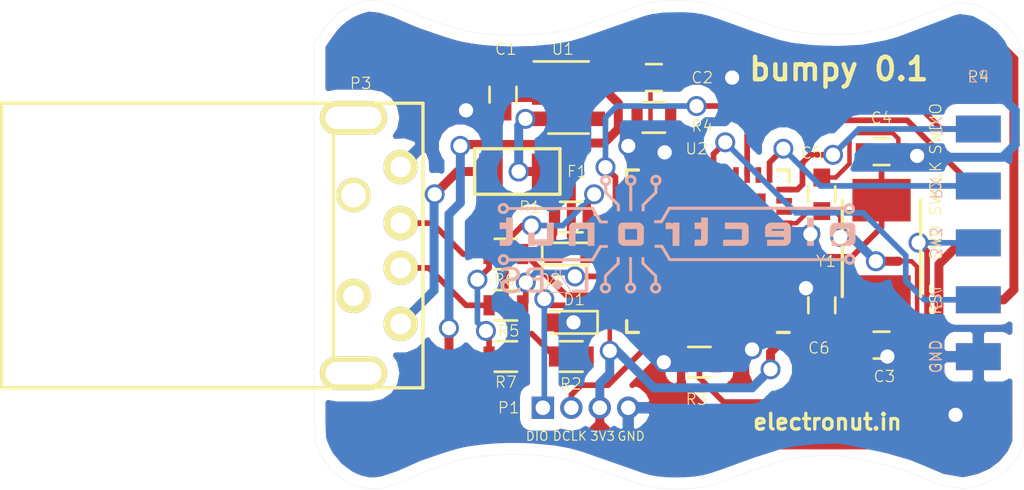
<source format=kicad_pcb>
(kicad_pcb (version 4) (host pcbnew 4.0.2-stable)

  (general
    (links 57)
    (no_connects 0)
    (area 181.294942 123.918162 212.986809 145.742607)
    (thickness 1.6)
    (drawings 150)
    (tracks 341)
    (zones 0)
    (modules 24)
    (nets 49)
  )

  (page A3)
  (layers
    (0 F.Cu signal)
    (31 B.Cu signal)
    (32 B.Adhes user)
    (33 F.Adhes user)
    (34 B.Paste user)
    (35 F.Paste user)
    (36 B.SilkS user)
    (37 F.SilkS user)
    (38 B.Mask user)
    (39 F.Mask user)
    (40 Dwgs.User user)
    (41 Cmts.User user)
    (42 Eco1.User user)
    (43 Eco2.User user)
    (44 Edge.Cuts user)
  )

  (setup
    (last_trace_width 0.254)
    (user_trace_width 0.2)
    (trace_clearance 0.18)
    (zone_clearance 0.508)
    (zone_45_only yes)
    (trace_min 0.2)
    (segment_width 0.2)
    (edge_width 0.1)
    (via_size 0.889)
    (via_drill 0.635)
    (via_min_size 0.889)
    (via_min_drill 0.508)
    (uvia_size 0.508)
    (uvia_drill 0.127)
    (uvias_allowed no)
    (uvia_min_size 0.508)
    (uvia_min_drill 0.127)
    (pcb_text_width 0.3)
    (pcb_text_size 1.5 1.5)
    (mod_edge_width 0.15)
    (mod_text_size 1 1)
    (mod_text_width 0.15)
    (pad_size 1.5 1.5)
    (pad_drill 0.6)
    (pad_to_mask_clearance 0)
    (aux_axis_origin 0 0)
    (visible_elements 7FFEFFFF)
    (pcbplotparams
      (layerselection 0x010fc_80000001)
      (usegerberextensions true)
      (excludeedgelayer true)
      (linewidth 0.150000)
      (plotframeref false)
      (viasonmask false)
      (mode 1)
      (useauxorigin false)
      (hpglpennumber 1)
      (hpglpenspeed 20)
      (hpglpendiameter 15)
      (hpglpenoverlay 2)
      (psnegative false)
      (psa4output false)
      (plotreference true)
      (plotvalue true)
      (plotinvisibletext false)
      (padsonsilk false)
      (subtractmaskfromsilk false)
      (outputformat 1)
      (mirror false)
      (drillshape 0)
      (scaleselection 1)
      (outputdirectory gerbers/))
  )

  (net 0 "")
  (net 1 5V)
  (net 2 GND)
  (net 3 3V3)
  (net 4 "Net-(C3-Pad1)")
  (net 5 "Net-(C4-Pad1)")
  (net 6 "Net-(D1-Pad2)")
  (net 7 "Net-(D2-Pad1)")
  (net 8 "Net-(F1-Pad1)")
  (net 9 DIO)
  (net 10 DCLK)
  (net 11 TX)
  (net 12 RX)
  (net 13 SWO_TRACE)
  (net 14 RST)
  (net 15 D_P)
  (net 16 D_N)
  (net 17 PB14/SWDIO)
  (net 18 PA5/SWCLK)
  (net 19 LED_Link)
  (net 20 "Net-(R3-Pad1)")
  (net 21 "Net-(R4-Pad1)")
  (net 22 "Net-(R5-Pad1)")
  (net 23 "Net-(R6-Pad1)")
  (net 24 "Net-(U1-Pad4)")
  (net 25 "Net-(U2-Pad2)")
  (net 26 "Net-(U2-Pad3)")
  (net 27 "Net-(U2-Pad4)")
  (net 28 "Net-(U2-Pad7)")
  (net 29 "Net-(U2-Pad10)")
  (net 30 "Net-(U2-Pad11)")
  (net 31 "Net-(U2-Pad14)")
  (net 32 "Net-(U2-Pad16)")
  (net 33 "Net-(U2-Pad17)")
  (net 34 "Net-(U2-Pad19)")
  (net 35 "Net-(U2-Pad21)")
  (net 36 "Net-(U2-Pad22)")
  (net 37 "Net-(U2-Pad25)")
  (net 38 "Net-(U2-Pad26)")
  (net 39 "Net-(U2-Pad28)")
  (net 40 "Net-(U2-Pad29)")
  (net 41 "Net-(U2-Pad31)")
  (net 42 "Net-(U2-Pad38)")
  (net 43 "Net-(U2-Pad39)")
  (net 44 "Net-(U2-Pad40)")
  (net 45 "Net-(U2-Pad41)")
  (net 46 "Net-(U2-Pad42)")
  (net 47 "Net-(U2-Pad45)")
  (net 48 "Net-(U2-Pad46)")

  (net_class Default "This is the default net class."
    (clearance 0.18)
    (trace_width 0.254)
    (via_dia 0.889)
    (via_drill 0.635)
    (uvia_dia 0.508)
    (uvia_drill 0.127)
    (add_net DCLK)
    (add_net DIO)
    (add_net D_N)
    (add_net D_P)
    (add_net LED_Link)
    (add_net "Net-(C3-Pad1)")
    (add_net "Net-(C4-Pad1)")
    (add_net "Net-(D1-Pad2)")
    (add_net "Net-(D2-Pad1)")
    (add_net "Net-(R3-Pad1)")
    (add_net "Net-(R4-Pad1)")
    (add_net "Net-(R5-Pad1)")
    (add_net "Net-(R6-Pad1)")
    (add_net "Net-(U1-Pad4)")
    (add_net "Net-(U2-Pad10)")
    (add_net "Net-(U2-Pad11)")
    (add_net "Net-(U2-Pad14)")
    (add_net "Net-(U2-Pad16)")
    (add_net "Net-(U2-Pad17)")
    (add_net "Net-(U2-Pad19)")
    (add_net "Net-(U2-Pad2)")
    (add_net "Net-(U2-Pad21)")
    (add_net "Net-(U2-Pad22)")
    (add_net "Net-(U2-Pad25)")
    (add_net "Net-(U2-Pad26)")
    (add_net "Net-(U2-Pad28)")
    (add_net "Net-(U2-Pad29)")
    (add_net "Net-(U2-Pad3)")
    (add_net "Net-(U2-Pad31)")
    (add_net "Net-(U2-Pad38)")
    (add_net "Net-(U2-Pad39)")
    (add_net "Net-(U2-Pad4)")
    (add_net "Net-(U2-Pad40)")
    (add_net "Net-(U2-Pad41)")
    (add_net "Net-(U2-Pad42)")
    (add_net "Net-(U2-Pad45)")
    (add_net "Net-(U2-Pad46)")
    (add_net "Net-(U2-Pad7)")
    (add_net PA5/SWCLK)
    (add_net PB14/SWDIO)
    (add_net RST)
    (add_net RX)
    (add_net SWO_TRACE)
    (add_net TX)
  )

  (net_class POWER ""
    (clearance 0.18)
    (trace_width 0.4)
    (via_dia 0.889)
    (via_drill 0.635)
    (uvia_dia 0.508)
    (uvia_drill 0.127)
    (add_net 3V3)
    (add_net 5V)
    (add_net GND)
    (add_net "Net-(F1-Pad1)")
  )

  (module Capacitors_SMD:C_0603 (layer F.Cu) (tedit 594100A8) (tstamp 5940FC0E)
    (at 189.738 128.143 270)
    (descr "Capacitor SMD 0603, reflow soldering, AVX (see smccp.pdf)")
    (tags "capacitor 0603")
    (path /5934FC34)
    (attr smd)
    (fp_text reference C1 (at -2.032 -0.127 360) (layer F.SilkS)
      (effects (font (size 0.5 0.5) (thickness 0.05)))
    )
    (fp_text value 1uF (at 0 1.5 270) (layer F.Fab)
      (effects (font (size 1 1) (thickness 0.15)))
    )
    (fp_text user %R (at 0 -1.5 270) (layer F.Fab)
      (effects (font (size 1 1) (thickness 0.15)))
    )
    (fp_line (start -0.8 0.4) (end -0.8 -0.4) (layer F.Fab) (width 0.1))
    (fp_line (start 0.8 0.4) (end -0.8 0.4) (layer F.Fab) (width 0.1))
    (fp_line (start 0.8 -0.4) (end 0.8 0.4) (layer F.Fab) (width 0.1))
    (fp_line (start -0.8 -0.4) (end 0.8 -0.4) (layer F.Fab) (width 0.1))
    (fp_line (start -0.35 -0.6) (end 0.35 -0.6) (layer F.SilkS) (width 0.12))
    (fp_line (start 0.35 0.6) (end -0.35 0.6) (layer F.SilkS) (width 0.12))
    (fp_line (start -1.4 -0.65) (end 1.4 -0.65) (layer F.CrtYd) (width 0.05))
    (fp_line (start -1.4 -0.65) (end -1.4 0.65) (layer F.CrtYd) (width 0.05))
    (fp_line (start 1.4 0.65) (end 1.4 -0.65) (layer F.CrtYd) (width 0.05))
    (fp_line (start 1.4 0.65) (end -1.4 0.65) (layer F.CrtYd) (width 0.05))
    (pad 1 smd rect (at -0.75 0 270) (size 0.8 0.75) (layers F.Cu F.Paste F.Mask)
      (net 1 5V))
    (pad 2 smd rect (at 0.75 0 270) (size 0.8 0.75) (layers F.Cu F.Paste F.Mask)
      (net 2 GND))
    (model Capacitors_SMD.3dshapes/C_0603.wrl
      (at (xyz 0 0 0))
      (scale (xyz 1 1 1))
      (rotate (xyz 0 0 0))
    )
  )

  (module Capacitors_SMD:C_0603 (layer F.Cu) (tedit 5941009E) (tstamp 5940FC1F)
    (at 196.469 127.381)
    (descr "Capacitor SMD 0603, reflow soldering, AVX (see smccp.pdf)")
    (tags "capacitor 0603")
    (path /5934FF13)
    (attr smd)
    (fp_text reference C2 (at 2.159 0) (layer F.SilkS)
      (effects (font (size 0.5 0.5) (thickness 0.05)))
    )
    (fp_text value 2.2uF (at 0 1.5) (layer F.Fab)
      (effects (font (size 1 1) (thickness 0.15)))
    )
    (fp_text user %R (at 0 -1.5) (layer F.Fab)
      (effects (font (size 1 1) (thickness 0.15)))
    )
    (fp_line (start -0.8 0.4) (end -0.8 -0.4) (layer F.Fab) (width 0.1))
    (fp_line (start 0.8 0.4) (end -0.8 0.4) (layer F.Fab) (width 0.1))
    (fp_line (start 0.8 -0.4) (end 0.8 0.4) (layer F.Fab) (width 0.1))
    (fp_line (start -0.8 -0.4) (end 0.8 -0.4) (layer F.Fab) (width 0.1))
    (fp_line (start -0.35 -0.6) (end 0.35 -0.6) (layer F.SilkS) (width 0.12))
    (fp_line (start 0.35 0.6) (end -0.35 0.6) (layer F.SilkS) (width 0.12))
    (fp_line (start -1.4 -0.65) (end 1.4 -0.65) (layer F.CrtYd) (width 0.05))
    (fp_line (start -1.4 -0.65) (end -1.4 0.65) (layer F.CrtYd) (width 0.05))
    (fp_line (start 1.4 0.65) (end 1.4 -0.65) (layer F.CrtYd) (width 0.05))
    (fp_line (start 1.4 0.65) (end -1.4 0.65) (layer F.CrtYd) (width 0.05))
    (pad 1 smd rect (at -0.75 0) (size 0.8 0.75) (layers F.Cu F.Paste F.Mask)
      (net 3 3V3))
    (pad 2 smd rect (at 0.75 0) (size 0.8 0.75) (layers F.Cu F.Paste F.Mask)
      (net 2 GND))
    (model Capacitors_SMD.3dshapes/C_0603.wrl
      (at (xyz 0 0 0))
      (scale (xyz 1 1 1))
      (rotate (xyz 0 0 0))
    )
  )

  (module Capacitors_SMD:C_0603 (layer F.Cu) (tedit 5940FFDB) (tstamp 5940FC30)
    (at 206.629 139.319)
    (descr "Capacitor SMD 0603, reflow soldering, AVX (see smccp.pdf)")
    (tags "capacitor 0603")
    (path /5934EE2E)
    (attr smd)
    (fp_text reference C3 (at 0.127 1.397) (layer F.SilkS)
      (effects (font (size 0.5 0.5) (thickness 0.05)))
    )
    (fp_text value 22pF (at 0 1.5) (layer F.Fab)
      (effects (font (size 1 1) (thickness 0.15)))
    )
    (fp_text user %R (at 0 -1.5) (layer F.Fab)
      (effects (font (size 1 1) (thickness 0.15)))
    )
    (fp_line (start -0.8 0.4) (end -0.8 -0.4) (layer F.Fab) (width 0.1))
    (fp_line (start 0.8 0.4) (end -0.8 0.4) (layer F.Fab) (width 0.1))
    (fp_line (start 0.8 -0.4) (end 0.8 0.4) (layer F.Fab) (width 0.1))
    (fp_line (start -0.8 -0.4) (end 0.8 -0.4) (layer F.Fab) (width 0.1))
    (fp_line (start -0.35 -0.6) (end 0.35 -0.6) (layer F.SilkS) (width 0.12))
    (fp_line (start 0.35 0.6) (end -0.35 0.6) (layer F.SilkS) (width 0.12))
    (fp_line (start -1.4 -0.65) (end 1.4 -0.65) (layer F.CrtYd) (width 0.05))
    (fp_line (start -1.4 -0.65) (end -1.4 0.65) (layer F.CrtYd) (width 0.05))
    (fp_line (start 1.4 0.65) (end 1.4 -0.65) (layer F.CrtYd) (width 0.05))
    (fp_line (start 1.4 0.65) (end -1.4 0.65) (layer F.CrtYd) (width 0.05))
    (pad 1 smd rect (at -0.75 0) (size 0.8 0.75) (layers F.Cu F.Paste F.Mask)
      (net 4 "Net-(C3-Pad1)"))
    (pad 2 smd rect (at 0.75 0) (size 0.8 0.75) (layers F.Cu F.Paste F.Mask)
      (net 2 GND))
    (model Capacitors_SMD.3dshapes/C_0603.wrl
      (at (xyz 0 0 0))
      (scale (xyz 1 1 1))
      (rotate (xyz 0 0 0))
    )
  )

  (module Capacitors_SMD:C_0603 (layer F.Cu) (tedit 5940FF71) (tstamp 5940FC41)
    (at 206.629 130.683)
    (descr "Capacitor SMD 0603, reflow soldering, AVX (see smccp.pdf)")
    (tags "capacitor 0603")
    (path /5934EF7B)
    (attr smd)
    (fp_text reference C4 (at 0 -1.5) (layer F.SilkS)
      (effects (font (size 0.5 0.5) (thickness 0.05)))
    )
    (fp_text value 22pF (at 0 1.5) (layer F.Fab)
      (effects (font (size 1 1) (thickness 0.15)))
    )
    (fp_text user %R (at 0 -1.5) (layer F.Fab)
      (effects (font (size 1 1) (thickness 0.15)))
    )
    (fp_line (start -0.8 0.4) (end -0.8 -0.4) (layer F.Fab) (width 0.1))
    (fp_line (start 0.8 0.4) (end -0.8 0.4) (layer F.Fab) (width 0.1))
    (fp_line (start 0.8 -0.4) (end 0.8 0.4) (layer F.Fab) (width 0.1))
    (fp_line (start -0.8 -0.4) (end 0.8 -0.4) (layer F.Fab) (width 0.1))
    (fp_line (start -0.35 -0.6) (end 0.35 -0.6) (layer F.SilkS) (width 0.12))
    (fp_line (start 0.35 0.6) (end -0.35 0.6) (layer F.SilkS) (width 0.12))
    (fp_line (start -1.4 -0.65) (end 1.4 -0.65) (layer F.CrtYd) (width 0.05))
    (fp_line (start -1.4 -0.65) (end -1.4 0.65) (layer F.CrtYd) (width 0.05))
    (fp_line (start 1.4 0.65) (end 1.4 -0.65) (layer F.CrtYd) (width 0.05))
    (fp_line (start 1.4 0.65) (end -1.4 0.65) (layer F.CrtYd) (width 0.05))
    (pad 1 smd rect (at -0.75 0) (size 0.8 0.75) (layers F.Cu F.Paste F.Mask)
      (net 5 "Net-(C4-Pad1)"))
    (pad 2 smd rect (at 0.75 0) (size 0.8 0.75) (layers F.Cu F.Paste F.Mask)
      (net 2 GND))
    (model Capacitors_SMD.3dshapes/C_0603.wrl
      (at (xyz 0 0 0))
      (scale (xyz 1 1 1))
      (rotate (xyz 0 0 0))
    )
  )

  (module Capacitors_SMD:C_0603 (layer F.Cu) (tedit 59438EBB) (tstamp 5940FC52)
    (at 203.962 132.588 270)
    (descr "Capacitor SMD 0603, reflow soldering, AVX (see smccp.pdf)")
    (tags "capacitor 0603")
    (path /593569AA)
    (attr smd)
    (fp_text reference C5 (at -1.8415 0.4445 360) (layer F.SilkS)
      (effects (font (size 0.5 0.5) (thickness 0.05)))
    )
    (fp_text value 100nF (at 0 1.5 270) (layer F.Fab)
      (effects (font (size 1 1) (thickness 0.15)))
    )
    (fp_text user %R (at 0 -1.5 270) (layer F.Fab)
      (effects (font (size 1 1) (thickness 0.15)))
    )
    (fp_line (start -0.8 0.4) (end -0.8 -0.4) (layer F.Fab) (width 0.1))
    (fp_line (start 0.8 0.4) (end -0.8 0.4) (layer F.Fab) (width 0.1))
    (fp_line (start 0.8 -0.4) (end 0.8 0.4) (layer F.Fab) (width 0.1))
    (fp_line (start -0.8 -0.4) (end 0.8 -0.4) (layer F.Fab) (width 0.1))
    (fp_line (start -0.35 -0.6) (end 0.35 -0.6) (layer F.SilkS) (width 0.12))
    (fp_line (start 0.35 0.6) (end -0.35 0.6) (layer F.SilkS) (width 0.12))
    (fp_line (start -1.4 -0.65) (end 1.4 -0.65) (layer F.CrtYd) (width 0.05))
    (fp_line (start -1.4 -0.65) (end -1.4 0.65) (layer F.CrtYd) (width 0.05))
    (fp_line (start 1.4 0.65) (end 1.4 -0.65) (layer F.CrtYd) (width 0.05))
    (fp_line (start 1.4 0.65) (end -1.4 0.65) (layer F.CrtYd) (width 0.05))
    (pad 1 smd rect (at -0.75 0 270) (size 0.8 0.75) (layers F.Cu F.Paste F.Mask)
      (net 2 GND))
    (pad 2 smd rect (at 0.75 0 270) (size 0.8 0.75) (layers F.Cu F.Paste F.Mask)
      (net 3 3V3))
    (model Capacitors_SMD.3dshapes/C_0603.wrl
      (at (xyz 0 0 0))
      (scale (xyz 1 1 1))
      (rotate (xyz 0 0 0))
    )
  )

  (module Capacitors_SMD:C_0603 (layer F.Cu) (tedit 5940FFD8) (tstamp 5940FC63)
    (at 203.962 137.541 270)
    (descr "Capacitor SMD 0603, reflow soldering, AVX (see smccp.pdf)")
    (tags "capacitor 0603")
    (path /59356700)
    (attr smd)
    (fp_text reference C6 (at 1.905 0.127 360) (layer F.SilkS)
      (effects (font (size 0.5 0.5) (thickness 0.05)))
    )
    (fp_text value 100nF (at 0 1.5 270) (layer F.Fab)
      (effects (font (size 1 1) (thickness 0.15)))
    )
    (fp_text user %R (at 0 -1.5 270) (layer F.Fab)
      (effects (font (size 1 1) (thickness 0.15)))
    )
    (fp_line (start -0.8 0.4) (end -0.8 -0.4) (layer F.Fab) (width 0.1))
    (fp_line (start 0.8 0.4) (end -0.8 0.4) (layer F.Fab) (width 0.1))
    (fp_line (start 0.8 -0.4) (end 0.8 0.4) (layer F.Fab) (width 0.1))
    (fp_line (start -0.8 -0.4) (end 0.8 -0.4) (layer F.Fab) (width 0.1))
    (fp_line (start -0.35 -0.6) (end 0.35 -0.6) (layer F.SilkS) (width 0.12))
    (fp_line (start 0.35 0.6) (end -0.35 0.6) (layer F.SilkS) (width 0.12))
    (fp_line (start -1.4 -0.65) (end 1.4 -0.65) (layer F.CrtYd) (width 0.05))
    (fp_line (start -1.4 -0.65) (end -1.4 0.65) (layer F.CrtYd) (width 0.05))
    (fp_line (start 1.4 0.65) (end 1.4 -0.65) (layer F.CrtYd) (width 0.05))
    (fp_line (start 1.4 0.65) (end -1.4 0.65) (layer F.CrtYd) (width 0.05))
    (pad 1 smd rect (at -0.75 0 270) (size 0.8 0.75) (layers F.Cu F.Paste F.Mask)
      (net 2 GND))
    (pad 2 smd rect (at 0.75 0 270) (size 0.8 0.75) (layers F.Cu F.Paste F.Mask)
      (net 3 3V3))
    (model Capacitors_SMD.3dshapes/C_0603.wrl
      (at (xyz 0 0 0))
      (scale (xyz 1 1 1))
      (rotate (xyz 0 0 0))
    )
  )

  (module LEDs:LED_0603 (layer F.Cu) (tedit 5943997D) (tstamp 5940FC78)
    (at 192.659 138.303 180)
    (descr "LED 0603 smd package")
    (tags "LED led 0603 SMD smd SMT smt smdled SMDLED smtled SMTLED")
    (path /59380F55)
    (attr smd)
    (fp_text reference D1 (at -0.254 1.016 180) (layer F.SilkS)
      (effects (font (size 0.5 0.5) (thickness 0.05)))
    )
    (fp_text value LED2 (at 0 1.35 180) (layer F.Fab)
      (effects (font (size 1 1) (thickness 0.15)))
    )
    (fp_line (start -1.3 -0.5) (end -1.3 0.5) (layer F.SilkS) (width 0.12))
    (fp_line (start -0.2 -0.2) (end -0.2 0.2) (layer F.Fab) (width 0.1))
    (fp_line (start -0.15 0) (end 0.15 -0.2) (layer F.Fab) (width 0.1))
    (fp_line (start 0.15 0.2) (end -0.15 0) (layer F.Fab) (width 0.1))
    (fp_line (start 0.15 -0.2) (end 0.15 0.2) (layer F.Fab) (width 0.1))
    (fp_line (start 0.8 0.4) (end -0.8 0.4) (layer F.Fab) (width 0.1))
    (fp_line (start 0.8 -0.4) (end 0.8 0.4) (layer F.Fab) (width 0.1))
    (fp_line (start -0.8 -0.4) (end 0.8 -0.4) (layer F.Fab) (width 0.1))
    (fp_line (start -0.8 0.4) (end -0.8 -0.4) (layer F.Fab) (width 0.1))
    (fp_line (start -1.3 0.5) (end 0.8 0.5) (layer F.SilkS) (width 0.12))
    (fp_line (start -1.3 -0.5) (end 0.8 -0.5) (layer F.SilkS) (width 0.12))
    (fp_line (start 1.45 -0.65) (end 1.45 0.65) (layer F.CrtYd) (width 0.05))
    (fp_line (start 1.45 0.65) (end -1.45 0.65) (layer F.CrtYd) (width 0.05))
    (fp_line (start -1.45 0.65) (end -1.45 -0.65) (layer F.CrtYd) (width 0.05))
    (fp_line (start -1.45 -0.65) (end 1.45 -0.65) (layer F.CrtYd) (width 0.05))
    (pad 2 smd rect (at 0.8 0) (size 0.8 0.8) (layers F.Cu F.Paste F.Mask)
      (net 6 "Net-(D1-Pad2)"))
    (pad 1 smd rect (at -0.8 0) (size 0.8 0.8) (layers F.Cu F.Paste F.Mask)
      (net 2 GND))
    (model LEDs.3dshapes/LED-0805.wrl
      (at (xyz 0.005 0 0))
      (scale (xyz 1 1 1))
      (rotate (xyz 0 0 180))
    )
  )

  (module LEDs:LED_0603 (layer F.Cu) (tedit 59438EA6) (tstamp 5940FC8D)
    (at 192.786 135.255)
    (descr "LED 0603 smd package")
    (tags "LED led 0603 SMD smd SMT smt smdled SMDLED smtled SMTLED")
    (path /593809A9)
    (attr smd)
    (fp_text reference D2 (at -0.9525 1.143) (layer F.SilkS)
      (effects (font (size 0.5 0.5) (thickness 0.05)))
    )
    (fp_text value LED1 (at 0 1.35) (layer F.Fab)
      (effects (font (size 1 1) (thickness 0.15)))
    )
    (fp_line (start -1.3 -0.5) (end -1.3 0.5) (layer F.SilkS) (width 0.12))
    (fp_line (start -0.2 -0.2) (end -0.2 0.2) (layer F.Fab) (width 0.1))
    (fp_line (start -0.15 0) (end 0.15 -0.2) (layer F.Fab) (width 0.1))
    (fp_line (start 0.15 0.2) (end -0.15 0) (layer F.Fab) (width 0.1))
    (fp_line (start 0.15 -0.2) (end 0.15 0.2) (layer F.Fab) (width 0.1))
    (fp_line (start 0.8 0.4) (end -0.8 0.4) (layer F.Fab) (width 0.1))
    (fp_line (start 0.8 -0.4) (end 0.8 0.4) (layer F.Fab) (width 0.1))
    (fp_line (start -0.8 -0.4) (end 0.8 -0.4) (layer F.Fab) (width 0.1))
    (fp_line (start -0.8 0.4) (end -0.8 -0.4) (layer F.Fab) (width 0.1))
    (fp_line (start -1.3 0.5) (end 0.8 0.5) (layer F.SilkS) (width 0.12))
    (fp_line (start -1.3 -0.5) (end 0.8 -0.5) (layer F.SilkS) (width 0.12))
    (fp_line (start 1.45 -0.65) (end 1.45 0.65) (layer F.CrtYd) (width 0.05))
    (fp_line (start 1.45 0.65) (end -1.45 0.65) (layer F.CrtYd) (width 0.05))
    (fp_line (start -1.45 0.65) (end -1.45 -0.65) (layer F.CrtYd) (width 0.05))
    (fp_line (start -1.45 -0.65) (end 1.45 -0.65) (layer F.CrtYd) (width 0.05))
    (pad 2 smd rect (at 0.8 0 180) (size 0.8 0.8) (layers F.Cu F.Paste F.Mask)
      (net 3 3V3))
    (pad 1 smd rect (at -0.8 0 180) (size 0.8 0.8) (layers F.Cu F.Paste F.Mask)
      (net 7 "Net-(D2-Pad1)"))
    (model LEDs.3dshapes/LED-0805.wrl
      (at (xyz 0.005 0 0))
      (scale (xyz 1 1 1))
      (rotate (xyz 0 0 180))
    )
  )

  (module bump:Fuse_PTC (layer F.Cu) (tedit 59410368) (tstamp 5940FC97)
    (at 190.373 131.572)
    (path /5936B6CE)
    (fp_text reference F1 (at 2.667 0) (layer F.SilkS)
      (effects (font (size 0.5 0.5) (thickness 0.05)))
    )
    (fp_text value F_Small (at -0.127 -2.032) (layer F.Fab)
      (effects (font (size 1 1) (thickness 0.15)))
    )
    (fp_line (start -1.905 -1.016) (end 1.905 -1.016) (layer F.SilkS) (width 0.15))
    (fp_line (start 1.905 -1.016) (end 1.905 1.016) (layer F.SilkS) (width 0.15))
    (fp_line (start 1.905 1.016) (end -1.905 1.016) (layer F.SilkS) (width 0.15))
    (fp_line (start -1.905 1.016) (end -1.905 -1.016) (layer F.SilkS) (width 0.15))
    (pad 1 smd rect (at -1.175 0) (size 1.05 1.6) (layers F.Cu F.Paste F.Mask)
      (net 8 "Net-(F1-Pad1)"))
    (pad 2 smd rect (at 1.175 0) (size 1.05 1.6) (layers F.Cu F.Paste F.Mask)
      (net 1 5V))
    (model Choke_SMD.3dshapes/Choke_SMD_12x12mm_h4.5mm.wrl
      (at (xyz 0 0 0))
      (scale (xyz 1.2 0.7 1))
      (rotate (xyz 0 0 0))
    )
  )

  (module bump:Pin_Header_Straight_1x04_1.27mm (layer F.Cu) (tedit 5940FF87) (tstamp 5940FCA0)
    (at 191.516 142.113 90)
    (descr "Through hole straight pin header, 1x04, 1.27mm pitch, single row")
    (tags "Through hole pin header THT 1x04 1.27mm single row")
    (path /59381F09)
    (fp_text reference P1 (at 0 -1.524 180) (layer F.SilkS)
      (effects (font (size 0.5 0.5) (thickness 0.05)))
    )
    (fp_text value CONN_01X04 (at 0 5.505 90) (layer F.Fab)
      (effects (font (size 1 1) (thickness 0.15)))
    )
    (fp_text user %R (at 0 -1.695 90) (layer F.Fab)
      (effects (font (size 1 1) (thickness 0.15)))
    )
    (pad 1 thru_hole rect (at 0 0 90) (size 1 1) (drill 0.65) (layers *.Cu *.Mask)
      (net 9 DIO))
    (pad 2 thru_hole oval (at 0 1.27 90) (size 1 1) (drill 0.65) (layers *.Cu *.Mask)
      (net 10 DCLK))
    (pad 3 thru_hole oval (at 0 2.54 90) (size 1 1) (drill 0.65) (layers *.Cu *.Mask)
      (net 3 3V3))
    (pad 4 thru_hole oval (at 0 3.81 90) (size 1 1) (drill 0.65) (layers *.Cu *.Mask)
      (net 2 GND))
    (model ${KISYS3DMOD}/Pin_Headers.3dshapes/Pin_Header_Straight_1x04_Pitch1.27mm.wrl
      (at (xyz 0 0 0))
      (scale (xyz 1 1 1))
      (rotate (xyz 0 0 0))
    )
  )

  (module bump:Pin_Header_Straight_1x05_SMD (layer B.Cu) (tedit 5940FF7A) (tstamp 5940FCB2)
    (at 210.947 129.675 180)
    (descr "Through hole straight pin header, 1x05, 2.54mm pitch, single row")
    (tags "Through hole pin header THT 1x05 2.54mm single row")
    (path /5938C24C)
    (fp_text reference P2 (at 0 2.33 180) (layer B.SilkS)
      (effects (font (size 0.5 0.5) (thickness 0.05)) (justify mirror))
    )
    (fp_text value CONN_01X05 (at 0 -12.49 180) (layer B.Fab)
      (effects (font (size 1 1) (thickness 0.15)) (justify mirror))
    )
    (fp_line (start -1.27 1.27) (end -1.27 -11.43) (layer B.Fab) (width 0.1))
    (fp_line (start -1.27 -11.43) (end 1.27 -11.43) (layer B.Fab) (width 0.1))
    (fp_line (start 1.27 -11.43) (end 1.27 1.27) (layer B.Fab) (width 0.1))
    (fp_line (start 1.27 1.27) (end -1.27 1.27) (layer B.Fab) (width 0.1))
    (fp_line (start -1.8 1.8) (end -1.8 -11.95) (layer B.CrtYd) (width 0.05))
    (fp_line (start -1.8 -11.95) (end 1.8 -11.95) (layer B.CrtYd) (width 0.05))
    (fp_line (start 1.8 -11.95) (end 1.8 1.8) (layer B.CrtYd) (width 0.05))
    (fp_line (start 1.8 1.8) (end -1.8 1.8) (layer B.CrtYd) (width 0.05))
    (fp_text user %R (at 0 2.33 180) (layer B.Fab)
      (effects (font (size 1 1) (thickness 0.15)) (justify mirror))
    )
    (pad 1 smd rect (at 0 0 180) (size 2 1.2) (layers B.Cu B.Paste B.Mask)
      (net 11 TX))
    (pad 2 smd rect (at 0 -2.54 180) (size 2 1.2) (layers B.Cu B.Paste B.Mask)
      (net 12 RX))
    (pad 3 smd rect (at 0 -5.08 180) (size 2 1.2) (layers B.Cu B.Paste B.Mask)
      (net 13 SWO_TRACE))
    (pad 4 smd rect (at 0 -7.62 180) (size 2 1.2) (layers B.Cu B.Paste B.Mask)
      (net 14 RST))
    (pad 5 smd rect (at 0 -10.16 180) (size 2 1.2) (layers B.Cu B.Paste B.Mask)
      (net 2 GND))
    (model ${KISYS3DMOD}/Pin_Headers.3dshapes/Pin_Header_Straight_1x05_Pitch2.54mm.wrl
      (at (xyz 0 -0.2 0))
      (scale (xyz 1 1 1))
      (rotate (xyz 0 0 90))
    )
  )

  (module bump:Pin_Header_Straight_1x05_SMD (layer F.Cu) (tedit 5940FF81) (tstamp 5940FCD8)
    (at 210.947 129.675)
    (descr "Through hole straight pin header, 1x05, 2.54mm pitch, single row")
    (tags "Through hole pin header THT 1x05 2.54mm single row")
    (path /5938C835)
    (fp_text reference P4 (at 0 -2.33) (layer F.SilkS)
      (effects (font (size 0.5 0.5) (thickness 0.05)))
    )
    (fp_text value CONN_01X05 (at 0 12.49) (layer F.Fab)
      (effects (font (size 1 1) (thickness 0.15)))
    )
    (fp_line (start -1.27 -1.27) (end -1.27 11.43) (layer F.Fab) (width 0.1))
    (fp_line (start -1.27 11.43) (end 1.27 11.43) (layer F.Fab) (width 0.1))
    (fp_line (start 1.27 11.43) (end 1.27 -1.27) (layer F.Fab) (width 0.1))
    (fp_line (start 1.27 -1.27) (end -1.27 -1.27) (layer F.Fab) (width 0.1))
    (fp_line (start -1.8 -1.8) (end -1.8 11.95) (layer F.CrtYd) (width 0.05))
    (fp_line (start -1.8 11.95) (end 1.8 11.95) (layer F.CrtYd) (width 0.05))
    (fp_line (start 1.8 11.95) (end 1.8 -1.8) (layer F.CrtYd) (width 0.05))
    (fp_line (start 1.8 -1.8) (end -1.8 -1.8) (layer F.CrtYd) (width 0.05))
    (fp_text user %R (at 0 -2.33) (layer F.Fab)
      (effects (font (size 1 1) (thickness 0.15)))
    )
    (pad 1 smd rect (at 0 0) (size 2 1.2) (layers F.Cu F.Paste F.Mask)
      (net 17 PB14/SWDIO))
    (pad 2 smd rect (at 0 2.54) (size 2 1.2) (layers F.Cu F.Paste F.Mask)
      (net 18 PA5/SWCLK))
    (pad 3 smd rect (at 0 5.08) (size 2 1.2) (layers F.Cu F.Paste F.Mask)
      (net 3 3V3))
    (pad 4 smd rect (at 0 7.62) (size 2 1.2) (layers F.Cu F.Paste F.Mask)
      (net 1 5V))
    (pad 5 smd rect (at 0 10.16) (size 2 1.2) (layers F.Cu F.Paste F.Mask)
      (net 2 GND))
    (model Pin_Headers.3dshapes/Pin_Header_Straight_2x05.wrl
      (at (xyz 0.08 -0.2 -0.04))
      (scale (xyz 1 1 1))
      (rotate (xyz 90 0 90))
    )
  )

  (module Resistors_SMD:R_0603 (layer F.Cu) (tedit 59438EAC) (tstamp 5940FCE9)
    (at 192.786 133.604 180)
    (descr "Resistor SMD 0603, reflow soldering, Vishay (see dcrcw.pdf)")
    (tags "resistor 0603")
    (path /5938134A)
    (attr smd)
    (fp_text reference R1 (at 1.8415 0.4445 180) (layer F.SilkS)
      (effects (font (size 0.5 0.5) (thickness 0.05)))
    )
    (fp_text value 1K (at 0 1.5 180) (layer F.Fab)
      (effects (font (size 1 1) (thickness 0.15)))
    )
    (fp_text user %R (at 0 0 180) (layer F.Fab)
      (effects (font (size 0.5 0.5) (thickness 0.075)))
    )
    (fp_line (start -0.8 0.4) (end -0.8 -0.4) (layer F.Fab) (width 0.1))
    (fp_line (start 0.8 0.4) (end -0.8 0.4) (layer F.Fab) (width 0.1))
    (fp_line (start 0.8 -0.4) (end 0.8 0.4) (layer F.Fab) (width 0.1))
    (fp_line (start -0.8 -0.4) (end 0.8 -0.4) (layer F.Fab) (width 0.1))
    (fp_line (start 0.5 0.68) (end -0.5 0.68) (layer F.SilkS) (width 0.12))
    (fp_line (start -0.5 -0.68) (end 0.5 -0.68) (layer F.SilkS) (width 0.12))
    (fp_line (start -1.25 -0.7) (end 1.25 -0.7) (layer F.CrtYd) (width 0.05))
    (fp_line (start -1.25 -0.7) (end -1.25 0.7) (layer F.CrtYd) (width 0.05))
    (fp_line (start 1.25 0.7) (end 1.25 -0.7) (layer F.CrtYd) (width 0.05))
    (fp_line (start 1.25 0.7) (end -1.25 0.7) (layer F.CrtYd) (width 0.05))
    (pad 1 smd rect (at -0.75 0 180) (size 0.5 0.9) (layers F.Cu F.Paste F.Mask)
      (net 19 LED_Link))
    (pad 2 smd rect (at 0.75 0 180) (size 0.5 0.9) (layers F.Cu F.Paste F.Mask)
      (net 7 "Net-(D2-Pad1)"))
    (model ${KISYS3DMOD}/Resistors_SMD.3dshapes/R_0603.wrl
      (at (xyz 0 0 0))
      (scale (xyz 1 1 1))
      (rotate (xyz 0 0 0))
    )
  )

  (module Resistors_SMD:R_0603 (layer F.Cu) (tedit 59410F9E) (tstamp 5940FCFA)
    (at 192.786 139.827)
    (descr "Resistor SMD 0603, reflow soldering, Vishay (see dcrcw.pdf)")
    (tags "resistor 0603")
    (path /593815D0)
    (attr smd)
    (fp_text reference R2 (at -0.022 1.223) (layer F.SilkS)
      (effects (font (size 0.5 0.5) (thickness 0.05)))
    )
    (fp_text value 1K (at 0 1.5) (layer F.Fab)
      (effects (font (size 1 1) (thickness 0.15)))
    )
    (fp_text user %R (at 0 0) (layer F.Fab)
      (effects (font (size 0.5 0.5) (thickness 0.075)))
    )
    (fp_line (start -0.8 0.4) (end -0.8 -0.4) (layer F.Fab) (width 0.1))
    (fp_line (start 0.8 0.4) (end -0.8 0.4) (layer F.Fab) (width 0.1))
    (fp_line (start 0.8 -0.4) (end 0.8 0.4) (layer F.Fab) (width 0.1))
    (fp_line (start -0.8 -0.4) (end 0.8 -0.4) (layer F.Fab) (width 0.1))
    (fp_line (start 0.5 0.68) (end -0.5 0.68) (layer F.SilkS) (width 0.12))
    (fp_line (start -0.5 -0.68) (end 0.5 -0.68) (layer F.SilkS) (width 0.12))
    (fp_line (start -1.25 -0.7) (end 1.25 -0.7) (layer F.CrtYd) (width 0.05))
    (fp_line (start -1.25 -0.7) (end -1.25 0.7) (layer F.CrtYd) (width 0.05))
    (fp_line (start 1.25 0.7) (end 1.25 -0.7) (layer F.CrtYd) (width 0.05))
    (fp_line (start 1.25 0.7) (end -1.25 0.7) (layer F.CrtYd) (width 0.05))
    (pad 1 smd rect (at -0.75 0) (size 0.5 0.9) (layers F.Cu F.Paste F.Mask)
      (net 19 LED_Link))
    (pad 2 smd rect (at 0.75 0) (size 0.5 0.9) (layers F.Cu F.Paste F.Mask)
      (net 6 "Net-(D1-Pad2)"))
    (model ${KISYS3DMOD}/Resistors_SMD.3dshapes/R_0603.wrl
      (at (xyz 0 0 0))
      (scale (xyz 1 1 1))
      (rotate (xyz 0 0 0))
    )
  )

  (module Resistors_SMD:R_0603 (layer F.Cu) (tedit 5940FE5A) (tstamp 5940FD0B)
    (at 198.501 140.081 180)
    (descr "Resistor SMD 0603, reflow soldering, Vishay (see dcrcw.pdf)")
    (tags "resistor 0603")
    (path /5935F1AD)
    (attr smd)
    (fp_text reference R3 (at 0.127 -1.651 180) (layer F.SilkS)
      (effects (font (size 0.5 0.5) (thickness 0.05)))
    )
    (fp_text value 100K (at 0 1.5 180) (layer F.Fab)
      (effects (font (size 1 1) (thickness 0.15)))
    )
    (fp_text user %R (at 0 0 180) (layer F.Fab)
      (effects (font (size 0.5 0.5) (thickness 0.075)))
    )
    (fp_line (start -0.8 0.4) (end -0.8 -0.4) (layer F.Fab) (width 0.1))
    (fp_line (start 0.8 0.4) (end -0.8 0.4) (layer F.Fab) (width 0.1))
    (fp_line (start 0.8 -0.4) (end 0.8 0.4) (layer F.Fab) (width 0.1))
    (fp_line (start -0.8 -0.4) (end 0.8 -0.4) (layer F.Fab) (width 0.1))
    (fp_line (start 0.5 0.68) (end -0.5 0.68) (layer F.SilkS) (width 0.12))
    (fp_line (start -0.5 -0.68) (end 0.5 -0.68) (layer F.SilkS) (width 0.12))
    (fp_line (start -1.25 -0.7) (end 1.25 -0.7) (layer F.CrtYd) (width 0.05))
    (fp_line (start -1.25 -0.7) (end -1.25 0.7) (layer F.CrtYd) (width 0.05))
    (fp_line (start 1.25 0.7) (end 1.25 -0.7) (layer F.CrtYd) (width 0.05))
    (fp_line (start 1.25 0.7) (end -1.25 0.7) (layer F.CrtYd) (width 0.05))
    (pad 1 smd rect (at -0.75 0 180) (size 0.5 0.9) (layers F.Cu F.Paste F.Mask)
      (net 20 "Net-(R3-Pad1)"))
    (pad 2 smd rect (at 0.75 0 180) (size 0.5 0.9) (layers F.Cu F.Paste F.Mask)
      (net 2 GND))
    (model ${KISYS3DMOD}/Resistors_SMD.3dshapes/R_0603.wrl
      (at (xyz 0 0 0))
      (scale (xyz 1 1 1))
      (rotate (xyz 0 0 0))
    )
  )

  (module Resistors_SMD:R_0603 (layer F.Cu) (tedit 59438EB3) (tstamp 5940FD1C)
    (at 196.469 129.159 180)
    (descr "Resistor SMD 0603, reflow soldering, Vishay (see dcrcw.pdf)")
    (tags "resistor 0603")
    (path /5937EDAA)
    (attr smd)
    (fp_text reference R4 (at -2.159 -0.381 180) (layer F.SilkS)
      (effects (font (size 0.5 0.5) (thickness 0.05)))
    )
    (fp_text value 100K (at 0 1.5 180) (layer F.Fab)
      (effects (font (size 1 1) (thickness 0.15)))
    )
    (fp_text user %R (at 0 0 180) (layer F.Fab)
      (effects (font (size 0.5 0.5) (thickness 0.075)))
    )
    (fp_line (start -0.8 0.4) (end -0.8 -0.4) (layer F.Fab) (width 0.1))
    (fp_line (start 0.8 0.4) (end -0.8 0.4) (layer F.Fab) (width 0.1))
    (fp_line (start 0.8 -0.4) (end 0.8 0.4) (layer F.Fab) (width 0.1))
    (fp_line (start -0.8 -0.4) (end 0.8 -0.4) (layer F.Fab) (width 0.1))
    (fp_line (start 0.5 0.68) (end -0.5 0.68) (layer F.SilkS) (width 0.12))
    (fp_line (start -0.5 -0.68) (end 0.5 -0.68) (layer F.SilkS) (width 0.12))
    (fp_line (start -1.25 -0.7) (end 1.25 -0.7) (layer F.CrtYd) (width 0.05))
    (fp_line (start -1.25 -0.7) (end -1.25 0.7) (layer F.CrtYd) (width 0.05))
    (fp_line (start 1.25 0.7) (end 1.25 -0.7) (layer F.CrtYd) (width 0.05))
    (fp_line (start 1.25 0.7) (end -1.25 0.7) (layer F.CrtYd) (width 0.05))
    (pad 1 smd rect (at -0.75 0 180) (size 0.5 0.9) (layers F.Cu F.Paste F.Mask)
      (net 21 "Net-(R4-Pad1)"))
    (pad 2 smd rect (at 0.75 0 180) (size 0.5 0.9) (layers F.Cu F.Paste F.Mask)
      (net 2 GND))
    (model ${KISYS3DMOD}/Resistors_SMD.3dshapes/R_0603.wrl
      (at (xyz 0 0 0))
      (scale (xyz 1 1 1))
      (rotate (xyz 0 0 0))
    )
  )

  (module Resistors_SMD:R_0603 (layer F.Cu) (tedit 59410063) (tstamp 5940FD2D)
    (at 189.865 137.541 180)
    (descr "Resistor SMD 0603, reflow soldering, Vishay (see dcrcw.pdf)")
    (tags "resistor 0603")
    (path /5934FE07)
    (attr smd)
    (fp_text reference R5 (at -0.127 -1.143 180) (layer F.SilkS)
      (effects (font (size 0.5 0.5) (thickness 0.05)))
    )
    (fp_text value 22R (at 0 1.5 180) (layer F.Fab)
      (effects (font (size 1 1) (thickness 0.15)))
    )
    (fp_text user %R (at 0 0 180) (layer F.Fab)
      (effects (font (size 0.5 0.5) (thickness 0.075)))
    )
    (fp_line (start -0.8 0.4) (end -0.8 -0.4) (layer F.Fab) (width 0.1))
    (fp_line (start 0.8 0.4) (end -0.8 0.4) (layer F.Fab) (width 0.1))
    (fp_line (start 0.8 -0.4) (end 0.8 0.4) (layer F.Fab) (width 0.1))
    (fp_line (start -0.8 -0.4) (end 0.8 -0.4) (layer F.Fab) (width 0.1))
    (fp_line (start 0.5 0.68) (end -0.5 0.68) (layer F.SilkS) (width 0.12))
    (fp_line (start -0.5 -0.68) (end 0.5 -0.68) (layer F.SilkS) (width 0.12))
    (fp_line (start -1.25 -0.7) (end 1.25 -0.7) (layer F.CrtYd) (width 0.05))
    (fp_line (start -1.25 -0.7) (end -1.25 0.7) (layer F.CrtYd) (width 0.05))
    (fp_line (start 1.25 0.7) (end 1.25 -0.7) (layer F.CrtYd) (width 0.05))
    (fp_line (start 1.25 0.7) (end -1.25 0.7) (layer F.CrtYd) (width 0.05))
    (pad 1 smd rect (at -0.75 0 180) (size 0.5 0.9) (layers F.Cu F.Paste F.Mask)
      (net 22 "Net-(R5-Pad1)"))
    (pad 2 smd rect (at 0.75 0 180) (size 0.5 0.9) (layers F.Cu F.Paste F.Mask)
      (net 16 D_N))
    (model ${KISYS3DMOD}/Resistors_SMD.3dshapes/R_0603.wrl
      (at (xyz 0 0 0))
      (scale (xyz 1 1 1))
      (rotate (xyz 0 0 0))
    )
  )

  (module Resistors_SMD:R_0603 (layer F.Cu) (tedit 59438E69) (tstamp 5940FD3E)
    (at 189.865 135.255 180)
    (descr "Resistor SMD 0603, reflow soldering, Vishay (see dcrcw.pdf)")
    (tags "resistor 0603")
    (path /593501DF)
    (attr smd)
    (fp_text reference R6 (at 0.0635 -1.143 180) (layer F.SilkS)
      (effects (font (size 0.5 0.5) (thickness 0.05)))
    )
    (fp_text value 22R (at 0 1.5 180) (layer F.Fab)
      (effects (font (size 1 1) (thickness 0.15)))
    )
    (fp_text user %R (at 0 0 180) (layer F.Fab)
      (effects (font (size 0.5 0.5) (thickness 0.075)))
    )
    (fp_line (start -0.8 0.4) (end -0.8 -0.4) (layer F.Fab) (width 0.1))
    (fp_line (start 0.8 0.4) (end -0.8 0.4) (layer F.Fab) (width 0.1))
    (fp_line (start 0.8 -0.4) (end 0.8 0.4) (layer F.Fab) (width 0.1))
    (fp_line (start -0.8 -0.4) (end 0.8 -0.4) (layer F.Fab) (width 0.1))
    (fp_line (start 0.5 0.68) (end -0.5 0.68) (layer F.SilkS) (width 0.12))
    (fp_line (start -0.5 -0.68) (end 0.5 -0.68) (layer F.SilkS) (width 0.12))
    (fp_line (start -1.25 -0.7) (end 1.25 -0.7) (layer F.CrtYd) (width 0.05))
    (fp_line (start -1.25 -0.7) (end -1.25 0.7) (layer F.CrtYd) (width 0.05))
    (fp_line (start 1.25 0.7) (end 1.25 -0.7) (layer F.CrtYd) (width 0.05))
    (fp_line (start 1.25 0.7) (end -1.25 0.7) (layer F.CrtYd) (width 0.05))
    (pad 1 smd rect (at -0.75 0 180) (size 0.5 0.9) (layers F.Cu F.Paste F.Mask)
      (net 23 "Net-(R6-Pad1)"))
    (pad 2 smd rect (at 0.75 0 180) (size 0.5 0.9) (layers F.Cu F.Paste F.Mask)
      (net 15 D_P))
    (model ${KISYS3DMOD}/Resistors_SMD.3dshapes/R_0603.wrl
      (at (xyz 0 0 0))
      (scale (xyz 1 1 1))
      (rotate (xyz 0 0 0))
    )
  )

  (module Resistors_SMD:R_0603 (layer F.Cu) (tedit 5940FF89) (tstamp 5940FD4F)
    (at 189.865 139.827 180)
    (descr "Resistor SMD 0603, reflow soldering, Vishay (see dcrcw.pdf)")
    (tags "resistor 0603")
    (path /59354C7E)
    (attr smd)
    (fp_text reference R7 (at 0 -1.143 180) (layer F.SilkS)
      (effects (font (size 0.5 0.5) (thickness 0.05)))
    )
    (fp_text value 10K (at 0 1.5 180) (layer F.Fab)
      (effects (font (size 1 1) (thickness 0.15)))
    )
    (fp_text user %R (at 0 0 180) (layer F.Fab)
      (effects (font (size 0.5 0.5) (thickness 0.075)))
    )
    (fp_line (start -0.8 0.4) (end -0.8 -0.4) (layer F.Fab) (width 0.1))
    (fp_line (start 0.8 0.4) (end -0.8 0.4) (layer F.Fab) (width 0.1))
    (fp_line (start 0.8 -0.4) (end 0.8 0.4) (layer F.Fab) (width 0.1))
    (fp_line (start -0.8 -0.4) (end 0.8 -0.4) (layer F.Fab) (width 0.1))
    (fp_line (start 0.5 0.68) (end -0.5 0.68) (layer F.SilkS) (width 0.12))
    (fp_line (start -0.5 -0.68) (end 0.5 -0.68) (layer F.SilkS) (width 0.12))
    (fp_line (start -1.25 -0.7) (end 1.25 -0.7) (layer F.CrtYd) (width 0.05))
    (fp_line (start -1.25 -0.7) (end -1.25 0.7) (layer F.CrtYd) (width 0.05))
    (fp_line (start 1.25 0.7) (end 1.25 -0.7) (layer F.CrtYd) (width 0.05))
    (fp_line (start 1.25 0.7) (end -1.25 0.7) (layer F.CrtYd) (width 0.05))
    (pad 1 smd rect (at -0.75 0 180) (size 0.5 0.9) (layers F.Cu F.Paste F.Mask)
      (net 3 3V3))
    (pad 2 smd rect (at 0.75 0 180) (size 0.5 0.9) (layers F.Cu F.Paste F.Mask)
      (net 15 D_P))
    (model ${KISYS3DMOD}/Resistors_SMD.3dshapes/R_0603.wrl
      (at (xyz 0 0 0))
      (scale (xyz 1 1 1))
      (rotate (xyz 0 0 0))
    )
  )

  (module TO_SOT_Packages_SMD:SOT-23-5 (layer F.Cu) (tedit 594100A3) (tstamp 5940FD64)
    (at 192.659 128.27)
    (descr "5-pin SOT23 package")
    (tags SOT-23-5)
    (path /5934ECD9)
    (attr smd)
    (fp_text reference U1 (at -0.254 -2.159) (layer F.SilkS)
      (effects (font (size 0.5 0.5) (thickness 0.05)))
    )
    (fp_text value AP2112K (at 0 2.9) (layer F.Fab)
      (effects (font (size 1 1) (thickness 0.15)))
    )
    (fp_text user %R (at 0 0) (layer F.Fab)
      (effects (font (size 0.5 0.5) (thickness 0.075)))
    )
    (fp_line (start -0.9 1.61) (end 0.9 1.61) (layer F.SilkS) (width 0.12))
    (fp_line (start 0.9 -1.61) (end -1.55 -1.61) (layer F.SilkS) (width 0.12))
    (fp_line (start -1.9 -1.8) (end 1.9 -1.8) (layer F.CrtYd) (width 0.05))
    (fp_line (start 1.9 -1.8) (end 1.9 1.8) (layer F.CrtYd) (width 0.05))
    (fp_line (start 1.9 1.8) (end -1.9 1.8) (layer F.CrtYd) (width 0.05))
    (fp_line (start -1.9 1.8) (end -1.9 -1.8) (layer F.CrtYd) (width 0.05))
    (fp_line (start -0.9 -0.9) (end -0.25 -1.55) (layer F.Fab) (width 0.1))
    (fp_line (start 0.9 -1.55) (end -0.25 -1.55) (layer F.Fab) (width 0.1))
    (fp_line (start -0.9 -0.9) (end -0.9 1.55) (layer F.Fab) (width 0.1))
    (fp_line (start 0.9 1.55) (end -0.9 1.55) (layer F.Fab) (width 0.1))
    (fp_line (start 0.9 -1.55) (end 0.9 1.55) (layer F.Fab) (width 0.1))
    (pad 1 smd rect (at -1.1 -0.95) (size 1.06 0.65) (layers F.Cu F.Paste F.Mask)
      (net 1 5V))
    (pad 2 smd rect (at -1.1 0) (size 1.06 0.65) (layers F.Cu F.Paste F.Mask)
      (net 2 GND))
    (pad 3 smd rect (at -1.1 0.95) (size 1.06 0.65) (layers F.Cu F.Paste F.Mask)
      (net 1 5V))
    (pad 4 smd rect (at 1.1 0.95) (size 1.06 0.65) (layers F.Cu F.Paste F.Mask)
      (net 24 "Net-(U1-Pad4)"))
    (pad 5 smd rect (at 1.1 -0.95) (size 1.06 0.65) (layers F.Cu F.Paste F.Mask)
      (net 3 3V3))
    (model ${KISYS3DMOD}/TO_SOT_Packages_SMD.3dshapes/SOT-23-5.wrl
      (at (xyz 0 0 0))
      (scale (xyz 1 1 1))
      (rotate (xyz 0 0 0))
    )
  )

  (module Housings_DFN_QFN:QFN-48-1EP_7x7mm_Pitch0.5mm (layer F.Cu) (tedit 59439988) (tstamp 5940FDB8)
    (at 198.882 135.128 180)
    (descr "UK Package; 48-Lead Plastic QFN (7mm x 7mm); (see Linear Technology QFN_48_05-08-1704.pdf)")
    (tags "QFN 0.5")
    (path /592F9AA9)
    (attr smd)
    (fp_text reference U2 (at 0.508 4.572 180) (layer F.SilkS)
      (effects (font (size 0.5 0.5) (thickness 0.05)))
    )
    (fp_text value STM32F103CX (at 0 4.75 180) (layer F.Fab)
      (effects (font (size 1 1) (thickness 0.15)))
    )
    (fp_line (start -2.5 -3.5) (end 3.5 -3.5) (layer F.Fab) (width 0.15))
    (fp_line (start 3.5 -3.5) (end 3.5 3.5) (layer F.Fab) (width 0.15))
    (fp_line (start 3.5 3.5) (end -3.5 3.5) (layer F.Fab) (width 0.15))
    (fp_line (start -3.5 3.5) (end -3.5 -2.5) (layer F.Fab) (width 0.15))
    (fp_line (start -3.5 -2.5) (end -2.5 -3.5) (layer F.Fab) (width 0.15))
    (fp_line (start -4 -4) (end -4 4) (layer F.CrtYd) (width 0.05))
    (fp_line (start 4 -4) (end 4 4) (layer F.CrtYd) (width 0.05))
    (fp_line (start -4 -4) (end 4 -4) (layer F.CrtYd) (width 0.05))
    (fp_line (start -4 4) (end 4 4) (layer F.CrtYd) (width 0.05))
    (fp_line (start 3.625 -3.625) (end 3.625 -3.1) (layer F.SilkS) (width 0.15))
    (fp_line (start -3.625 3.625) (end -3.625 3.1) (layer F.SilkS) (width 0.15))
    (fp_line (start 3.625 3.625) (end 3.625 3.1) (layer F.SilkS) (width 0.15))
    (fp_line (start -3.625 -3.625) (end -3.1 -3.625) (layer F.SilkS) (width 0.15))
    (fp_line (start -3.625 3.625) (end -3.1 3.625) (layer F.SilkS) (width 0.15))
    (fp_line (start 3.625 3.625) (end 3.1 3.625) (layer F.SilkS) (width 0.15))
    (fp_line (start 3.625 -3.625) (end 3.1 -3.625) (layer F.SilkS) (width 0.15))
    (pad 1 smd rect (at -3.4 -2.75 180) (size 0.7 0.25) (layers F.Cu F.Paste F.Mask)
      (net 3 3V3))
    (pad 2 smd rect (at -3.4 -2.25 180) (size 0.7 0.25) (layers F.Cu F.Paste F.Mask)
      (net 25 "Net-(U2-Pad2)"))
    (pad 3 smd rect (at -3.4 -1.75 180) (size 0.7 0.25) (layers F.Cu F.Paste F.Mask)
      (net 26 "Net-(U2-Pad3)"))
    (pad 4 smd rect (at -3.4 -1.25 180) (size 0.7 0.25) (layers F.Cu F.Paste F.Mask)
      (net 27 "Net-(U2-Pad4)"))
    (pad 5 smd rect (at -3.4 -0.75 180) (size 0.7 0.25) (layers F.Cu F.Paste F.Mask)
      (net 4 "Net-(C3-Pad1)"))
    (pad 6 smd rect (at -3.4 -0.25 180) (size 0.7 0.25) (layers F.Cu F.Paste F.Mask)
      (net 5 "Net-(C4-Pad1)"))
    (pad 7 smd rect (at -3.4 0.25 180) (size 0.7 0.25) (layers F.Cu F.Paste F.Mask)
      (net 28 "Net-(U2-Pad7)"))
    (pad 8 smd rect (at -3.4 0.75 180) (size 0.7 0.25) (layers F.Cu F.Paste F.Mask)
      (net 2 GND))
    (pad 9 smd rect (at -3.4 1.25 180) (size 0.7 0.25) (layers F.Cu F.Paste F.Mask)
      (net 3 3V3))
    (pad 10 smd rect (at -3.4 1.75 180) (size 0.7 0.25) (layers F.Cu F.Paste F.Mask)
      (net 29 "Net-(U2-Pad10)"))
    (pad 11 smd rect (at -3.4 2.25 180) (size 0.7 0.25) (layers F.Cu F.Paste F.Mask)
      (net 30 "Net-(U2-Pad11)"))
    (pad 12 smd rect (at -3.4 2.75 180) (size 0.7 0.25) (layers F.Cu F.Paste F.Mask)
      (net 11 TX))
    (pad 13 smd rect (at -2.75 3.4 270) (size 0.7 0.25) (layers F.Cu F.Paste F.Mask)
      (net 12 RX))
    (pad 14 smd rect (at -2.25 3.4 270) (size 0.7 0.25) (layers F.Cu F.Paste F.Mask)
      (net 31 "Net-(U2-Pad14)"))
    (pad 15 smd rect (at -1.75 3.4 270) (size 0.7 0.25) (layers F.Cu F.Paste F.Mask)
      (net 18 PA5/SWCLK))
    (pad 16 smd rect (at -1.25 3.4 270) (size 0.7 0.25) (layers F.Cu F.Paste F.Mask)
      (net 32 "Net-(U2-Pad16)"))
    (pad 17 smd rect (at -0.75 3.4 270) (size 0.7 0.25) (layers F.Cu F.Paste F.Mask)
      (net 33 "Net-(U2-Pad17)"))
    (pad 18 smd rect (at -0.25 3.4 270) (size 0.7 0.25) (layers F.Cu F.Paste F.Mask)
      (net 14 RST))
    (pad 19 smd rect (at 0.25 3.4 270) (size 0.7 0.25) (layers F.Cu F.Paste F.Mask)
      (net 34 "Net-(U2-Pad19)"))
    (pad 20 smd rect (at 0.75 3.4 270) (size 0.7 0.25) (layers F.Cu F.Paste F.Mask)
      (net 21 "Net-(R4-Pad1)"))
    (pad 21 smd rect (at 1.25 3.4 270) (size 0.7 0.25) (layers F.Cu F.Paste F.Mask)
      (net 35 "Net-(U2-Pad21)"))
    (pad 22 smd rect (at 1.75 3.4 270) (size 0.7 0.25) (layers F.Cu F.Paste F.Mask)
      (net 36 "Net-(U2-Pad22)"))
    (pad 23 smd rect (at 2.25 3.4 270) (size 0.7 0.25) (layers F.Cu F.Paste F.Mask)
      (net 2 GND))
    (pad 24 smd rect (at 2.75 3.4 270) (size 0.7 0.25) (layers F.Cu F.Paste F.Mask)
      (net 3 3V3))
    (pad 25 smd rect (at 3.4 2.75 180) (size 0.7 0.25) (layers F.Cu F.Paste F.Mask)
      (net 37 "Net-(U2-Pad25)"))
    (pad 26 smd rect (at 3.4 2.25 180) (size 0.7 0.25) (layers F.Cu F.Paste F.Mask)
      (net 38 "Net-(U2-Pad26)"))
    (pad 27 smd rect (at 3.4 1.75 180) (size 0.7 0.25) (layers F.Cu F.Paste F.Mask)
      (net 17 PB14/SWDIO))
    (pad 28 smd rect (at 3.4 1.25 180) (size 0.7 0.25) (layers F.Cu F.Paste F.Mask)
      (net 39 "Net-(U2-Pad28)"))
    (pad 29 smd rect (at 3.4 0.75 180) (size 0.7 0.25) (layers F.Cu F.Paste F.Mask)
      (net 40 "Net-(U2-Pad29)"))
    (pad 30 smd rect (at 3.4 0.25 180) (size 0.7 0.25) (layers F.Cu F.Paste F.Mask)
      (net 19 LED_Link))
    (pad 31 smd rect (at 3.4 -0.25 180) (size 0.7 0.25) (layers F.Cu F.Paste F.Mask)
      (net 41 "Net-(U2-Pad31)"))
    (pad 32 smd rect (at 3.4 -0.75 180) (size 0.7 0.25) (layers F.Cu F.Paste F.Mask)
      (net 22 "Net-(R5-Pad1)"))
    (pad 33 smd rect (at 3.4 -1.25 180) (size 0.7 0.25) (layers F.Cu F.Paste F.Mask)
      (net 23 "Net-(R6-Pad1)"))
    (pad 34 smd rect (at 3.4 -1.75 180) (size 0.7 0.25) (layers F.Cu F.Paste F.Mask)
      (net 9 DIO))
    (pad 35 smd rect (at 3.4 -2.25 180) (size 0.7 0.25) (layers F.Cu F.Paste F.Mask)
      (net 2 GND))
    (pad 36 smd rect (at 3.4 -2.75 180) (size 0.7 0.25) (layers F.Cu F.Paste F.Mask)
      (net 3 3V3))
    (pad 37 smd rect (at 2.75 -3.4 270) (size 0.7 0.25) (layers F.Cu F.Paste F.Mask)
      (net 10 DCLK))
    (pad 38 smd rect (at 2.25 -3.4 270) (size 0.7 0.25) (layers F.Cu F.Paste F.Mask)
      (net 42 "Net-(U2-Pad38)"))
    (pad 39 smd rect (at 1.75 -3.4 270) (size 0.7 0.25) (layers F.Cu F.Paste F.Mask)
      (net 43 "Net-(U2-Pad39)"))
    (pad 40 smd rect (at 1.25 -3.4 270) (size 0.7 0.25) (layers F.Cu F.Paste F.Mask)
      (net 44 "Net-(U2-Pad40)"))
    (pad 41 smd rect (at 0.75 -3.4 270) (size 0.7 0.25) (layers F.Cu F.Paste F.Mask)
      (net 45 "Net-(U2-Pad41)"))
    (pad 42 smd rect (at 0.25 -3.4 270) (size 0.7 0.25) (layers F.Cu F.Paste F.Mask)
      (net 46 "Net-(U2-Pad42)"))
    (pad 43 smd rect (at -0.25 -3.4 270) (size 0.7 0.25) (layers F.Cu F.Paste F.Mask)
      (net 13 SWO_TRACE))
    (pad 44 smd rect (at -0.75 -3.4 270) (size 0.7 0.25) (layers F.Cu F.Paste F.Mask)
      (net 20 "Net-(R3-Pad1)"))
    (pad 45 smd rect (at -1.25 -3.4 270) (size 0.7 0.25) (layers F.Cu F.Paste F.Mask)
      (net 47 "Net-(U2-Pad45)"))
    (pad 46 smd rect (at -1.75 -3.4 270) (size 0.7 0.25) (layers F.Cu F.Paste F.Mask)
      (net 48 "Net-(U2-Pad46)"))
    (pad 47 smd rect (at -2.25 -3.4 270) (size 0.7 0.25) (layers F.Cu F.Paste F.Mask)
      (net 2 GND))
    (pad 48 smd rect (at -2.75 -3.4 270) (size 0.7 0.25) (layers F.Cu F.Paste F.Mask)
      (net 3 3V3))
    (pad 49 smd rect (at 1.93125 1.93125 180) (size 1.2875 1.2875) (layers F.Cu F.Paste F.Mask)
      (solder_paste_margin_ratio -0.2))
    (pad 49 smd rect (at 1.93125 0.64375 180) (size 1.2875 1.2875) (layers F.Cu F.Paste F.Mask)
      (solder_paste_margin_ratio -0.2))
    (pad 49 smd rect (at 1.93125 -0.64375 180) (size 1.2875 1.2875) (layers F.Cu F.Paste F.Mask)
      (solder_paste_margin_ratio -0.2))
    (pad 49 smd rect (at 1.93125 -1.93125 180) (size 1.2875 1.2875) (layers F.Cu F.Paste F.Mask)
      (solder_paste_margin_ratio -0.2))
    (pad 49 smd rect (at 0.64375 1.93125 180) (size 1.2875 1.2875) (layers F.Cu F.Paste F.Mask)
      (solder_paste_margin_ratio -0.2))
    (pad 49 smd rect (at 0.64375 0.64375 180) (size 1.2875 1.2875) (layers F.Cu F.Paste F.Mask)
      (solder_paste_margin_ratio -0.2))
    (pad 49 smd rect (at 0.64375 -0.64375 180) (size 1.2875 1.2875) (layers F.Cu F.Paste F.Mask)
      (solder_paste_margin_ratio -0.2))
    (pad 49 smd rect (at 0.64375 -1.93125 180) (size 1.2875 1.2875) (layers F.Cu F.Paste F.Mask)
      (solder_paste_margin_ratio -0.2))
    (pad 49 smd rect (at -0.64375 1.93125 180) (size 1.2875 1.2875) (layers F.Cu F.Paste F.Mask)
      (solder_paste_margin_ratio -0.2))
    (pad 49 smd rect (at -0.64375 0.64375 180) (size 1.2875 1.2875) (layers F.Cu F.Paste F.Mask)
      (solder_paste_margin_ratio -0.2))
    (pad 49 smd rect (at -0.64375 -0.64375 180) (size 1.2875 1.2875) (layers F.Cu F.Paste F.Mask)
      (solder_paste_margin_ratio -0.2))
    (pad 49 smd rect (at -0.64375 -1.93125 180) (size 1.2875 1.2875) (layers F.Cu F.Paste F.Mask)
      (solder_paste_margin_ratio -0.2))
    (pad 49 smd rect (at -1.93125 1.93125 180) (size 1.2875 1.2875) (layers F.Cu F.Paste F.Mask)
      (solder_paste_margin_ratio -0.2))
    (pad 49 smd rect (at -1.93125 0.64375 180) (size 1.2875 1.2875) (layers F.Cu F.Paste F.Mask)
      (solder_paste_margin_ratio -0.2))
    (pad 49 smd rect (at -1.93125 -0.64375 180) (size 1.2875 1.2875) (layers F.Cu F.Paste F.Mask)
      (solder_paste_margin_ratio -0.2))
    (pad 49 smd rect (at -1.93125 -1.93125 180) (size 1.2875 1.2875) (layers F.Cu F.Paste F.Mask)
      (solder_paste_margin_ratio -0.2))
    (model Housings_DFN_QFN.3dshapes/QFN-48-1EP_7x7mm_Pitch0.5mm.wrl
      (at (xyz 0 0 0))
      (scale (xyz 1 1 1))
      (rotate (xyz 0 0 0))
    )
  )

  (module bump:ABM7 (layer F.Cu) (tedit 59438EC1) (tstamp 5940FDC4)
    (at 206.629 135.001 90)
    (path /5934EAEF)
    (fp_text reference Y1 (at -0.5715 -2.4765 180) (layer F.SilkS)
      (effects (font (size 0.5 0.5) (thickness 0.05)))
    )
    (fp_text value 8MHz (at 0.16 0.02 90) (layer F.Fab) hide
      (effects (font (size 1 1) (thickness 0.15)))
    )
    (fp_line (start -3.504 -2) (end 3.504 -2) (layer F.CrtYd) (width 0.15))
    (fp_line (start 3.504 -2) (end 3.504 2) (layer F.CrtYd) (width 0.15))
    (fp_line (start 3.504 2) (end -3.504 2) (layer F.CrtYd) (width 0.15))
    (fp_line (start -3.504 2) (end -3.504 -2) (layer F.CrtYd) (width 0.15))
    (fp_line (start 2.15 1.75) (end -2.15 1.75) (layer F.SilkS) (width 0.15))
    (fp_line (start -2.15 -1.75) (end 2.15 -1.75) (layer F.SilkS) (width 0.15))
    (pad 2 smd rect (at 2.15 0 90) (size 1.9 2.6) (layers F.Cu F.Paste F.Mask)
      (net 5 "Net-(C4-Pad1)"))
    (pad 1 smd rect (at -2.15 0 90) (size 1.9 2.6) (layers F.Cu F.Paste F.Mask)
      (net 4 "Net-(C3-Pad1)"))
    (model Crystals.3dshapes/crystal_FA238-TSX3225.wrl
      (at (xyz 0 0 0))
      (scale (xyz 0.4 0.3 1))
      (rotate (xyz 0 0 0))
    )
  )

  (module bluey:electronutlabs_logo (layer B.Cu) (tedit 59410A20) (tstamp 59410A0C)
    (at 197.485 134.366 180)
    (fp_text reference G*** (at 0 0 270) (layer B.SilkS) hide
      (effects (font (thickness 0.3)) (justify mirror))
    )
    (fp_text value LOGO (at 0.75 0 180) (layer B.SilkS) hide
      (effects (font (thickness 0.3)) (justify mirror))
    )
    (fp_poly (pts (xy 1.565661 -1.331711) (xy 1.283439 -1.608908) (xy 1.001217 -1.886106) (xy 1.001217 -2.164287)
      (xy 1.034423 -2.176175) (xy 1.065545 -2.192168) (xy 1.098184 -2.216969) (xy 1.128395 -2.247011)
      (xy 1.152234 -2.278724) (xy 1.157054 -2.287088) (xy 1.177963 -2.339374) (xy 1.1864 -2.392606)
      (xy 1.183066 -2.445058) (xy 1.168664 -2.495003) (xy 1.143896 -2.540713) (xy 1.109465 -2.580463)
      (xy 1.066073 -2.612526) (xy 1.015628 -2.634795) (xy 0.972723 -2.644318) (xy 0.927438 -2.647452)
      (xy 0.885921 -2.643882) (xy 0.876904 -2.641919) (xy 0.825721 -2.622653) (xy 0.780582 -2.593121)
      (xy 0.742808 -2.555175) (xy 0.713722 -2.510663) (xy 0.694643 -2.461437) (xy 0.687612 -2.414172)
      (xy 0.813884 -2.414172) (xy 0.822534 -2.448492) (xy 0.841156 -2.479827) (xy 0.869621 -2.505918)
      (xy 0.894679 -2.519575) (xy 0.921121 -2.525052) (xy 0.953009 -2.523267) (xy 0.984961 -2.514985)
      (xy 1.008059 -2.503468) (xy 1.035528 -2.477949) (xy 1.052817 -2.446671) (xy 1.060198 -2.412219)
      (xy 1.057941 -2.377178) (xy 1.046318 -2.344132) (xy 1.025599 -2.315667) (xy 0.996056 -2.294368)
      (xy 0.98566 -2.289817) (xy 0.961118 -2.284296) (xy 0.931624 -2.282938) (xy 0.903134 -2.285608)
      (xy 0.88161 -2.292168) (xy 0.849071 -2.315863) (xy 0.827023 -2.3456) (xy 0.815338 -2.379121)
      (xy 0.813884 -2.414172) (xy 0.687612 -2.414172) (xy 0.686894 -2.409346) (xy 0.688209 -2.377686)
      (xy 0.699299 -2.33015) (xy 0.720268 -2.284444) (xy 0.749147 -2.243009) (xy 0.783969 -2.20829)
      (xy 0.822765 -2.182728) (xy 0.855066 -2.170582) (xy 0.873545 -2.165998) (xy 0.873545 -1.837534)
      (xy 1.158993 -1.557153) (xy 1.444441 -1.276773) (xy 1.444709 -1.029547) (xy 1.565661 -1.029547)
      (xy 1.565661 -1.331711)) (layer B.SilkS) (width 0.01))
    (fp_poly (pts (xy 2.116666 -1.595332) (xy 2.116679 -1.696156) (xy 2.116727 -1.78429) (xy 2.11683 -1.860591)
      (xy 2.117004 -1.925916) (xy 2.117267 -1.981123) (xy 2.117638 -2.027068) (xy 2.118133 -2.064608)
      (xy 2.11877 -2.0946) (xy 2.119568 -2.117902) (xy 2.120543 -2.13537) (xy 2.121714 -2.147861)
      (xy 2.123098 -2.156232) (xy 2.124713 -2.161341) (xy 2.126576 -2.164043) (xy 2.128426 -2.165109)
      (xy 2.183046 -2.190148) (xy 2.228751 -2.224932) (xy 2.264845 -2.268861) (xy 2.279369 -2.294681)
      (xy 2.290237 -2.318263) (xy 2.296825 -2.337679) (xy 2.300182 -2.357989) (xy 2.301357 -2.384249)
      (xy 2.301455 -2.401147) (xy 2.300975 -2.432273) (xy 2.298836 -2.454922) (xy 2.293991 -2.47415)
      (xy 2.285392 -2.495012) (xy 2.279411 -2.507527) (xy 2.250029 -2.554081) (xy 2.212049 -2.592811)
      (xy 2.167906 -2.621414) (xy 2.151619 -2.62854) (xy 2.112888 -2.639406) (xy 2.069368 -2.645169)
      (xy 2.026552 -2.645458) (xy 1.989931 -2.639905) (xy 1.98852 -2.639513) (xy 1.940358 -2.619474)
      (xy 1.895552 -2.588944) (xy 1.857259 -2.550615) (xy 1.828635 -2.507175) (xy 1.825446 -2.50055)
      (xy 1.818254 -2.482113) (xy 1.813838 -2.462405) (xy 1.811615 -2.437412) (xy 1.811076 -2.407217)
      (xy 1.930895 -2.407217) (xy 1.938413 -2.442757) (xy 1.956617 -2.475002) (xy 1.984772 -2.501577)
      (xy 2.005793 -2.513651) (xy 2.034244 -2.523803) (xy 2.061214 -2.525393) (xy 2.091259 -2.519382)
      (xy 2.126833 -2.503202) (xy 2.153924 -2.478459) (xy 2.171898 -2.447586) (xy 2.180121 -2.413016)
      (xy 2.177959 -2.377182) (xy 2.164778 -2.342515) (xy 2.144335 -2.315683) (xy 2.112096 -2.291851)
      (xy 2.076179 -2.279792) (xy 2.039082 -2.279248) (xy 2.003302 -2.289959) (xy 1.971335 -2.311666)
      (xy 1.950855 -2.335764) (xy 1.934798 -2.37076) (xy 1.930895 -2.407217) (xy 1.811076 -2.407217)
      (xy 1.811002 -2.403119) (xy 1.811003 -2.401147) (xy 1.81152 -2.367561) (xy 1.813423 -2.343397)
      (xy 1.817381 -2.324547) (xy 1.824059 -2.306904) (xy 1.827505 -2.299547) (xy 1.849096 -2.26467)
      (xy 1.878211 -2.230936) (xy 1.911247 -2.201819) (xy 1.944604 -2.180794) (xy 1.95547 -2.176073)
      (xy 1.992354 -2.162204) (xy 1.994072 -1.595875) (xy 1.995791 -1.029547) (xy 2.116666 -1.029547)
      (xy 2.116666 -1.595332)) (layer B.SilkS) (width 0.01))
    (fp_poly (pts (xy 2.667672 -1.27192) (xy 2.953254 -1.554678) (xy 3.238836 -1.837437) (xy 3.238836 -2.159416)
      (xy 3.282182 -2.179863) (xy 3.329452 -2.208797) (xy 3.369795 -2.246786) (xy 3.40043 -2.291085)
      (xy 3.405681 -2.301602) (xy 3.414809 -2.32337) (xy 3.42025 -2.343504) (xy 3.422891 -2.366937)
      (xy 3.423622 -2.3986) (xy 3.423624 -2.401289) (xy 3.423136 -2.432426) (xy 3.420977 -2.455089)
      (xy 3.416102 -2.474335) (xy 3.407469 -2.495222) (xy 3.401786 -2.507106) (xy 3.37055 -2.556944)
      (xy 3.331 -2.596301) (xy 3.283923 -2.624665) (xy 3.230104 -2.641523) (xy 3.188439 -2.646217)
      (xy 3.153604 -2.646004) (xy 3.123562 -2.642949) (xy 3.107804 -2.639271) (xy 3.051831 -2.61417)
      (xy 3.005137 -2.579547) (xy 2.968168 -2.535783) (xy 2.951268 -2.506179) (xy 2.942648 -2.486923)
      (xy 2.937255 -2.46935) (xy 2.934359 -2.449234) (xy 2.933229 -2.422353) (xy 2.933095 -2.401147)
      (xy 2.933219 -2.392273) (xy 3.052339 -2.392273) (xy 3.054622 -2.429732) (xy 3.069996 -2.464936)
      (xy 3.088907 -2.488214) (xy 3.121842 -2.512718) (xy 3.158665 -2.524761) (xy 3.197494 -2.523953)
      (xy 3.223841 -2.51597) (xy 3.259789 -2.494709) (xy 3.284541 -2.466068) (xy 3.297886 -2.430352)
      (xy 3.30034 -2.404802) (xy 3.294913 -2.364526) (xy 3.278918 -2.330592) (xy 3.253771 -2.30468)
      (xy 3.220888 -2.288469) (xy 3.198612 -2.284153) (xy 3.153245 -2.284544) (xy 3.116141 -2.295483)
      (xy 3.086861 -2.317196) (xy 3.064966 -2.349906) (xy 3.063318 -2.353453) (xy 3.052339 -2.392273)
      (xy 2.933219 -2.392273) (xy 2.933565 -2.367639) (xy 2.93542 -2.343558) (xy 2.939323 -2.324803)
      (xy 2.945939 -2.307273) (xy 2.949561 -2.299547) (xy 2.977299 -2.256428) (xy 3.015238 -2.217686)
      (xy 3.060246 -2.18601) (xy 3.106124 -2.165109) (xy 3.110152 -2.162683) (xy 3.113146 -2.15734)
      (xy 3.115257 -2.147296) (xy 3.116635 -2.130772) (xy 3.117432 -2.105987) (xy 3.117798 -2.07116)
      (xy 3.117883 -2.026235) (xy 3.117883 -1.891351) (xy 2.832613 -1.611155) (xy 2.547342 -1.33096)
      (xy 2.547031 -1.180253) (xy 2.546719 -1.029547) (xy 2.667672 -1.029547) (xy 2.667672 -1.27192)) (layer B.SilkS) (width 0.01))
    (fp_poly (pts (xy 7.499756 -1.45551) (xy 7.56775 -1.463329) (xy 7.627346 -1.473325) (xy 7.683534 -1.486516)
      (xy 7.741306 -1.503918) (xy 7.747393 -1.505939) (xy 7.811508 -1.527387) (xy 7.813383 -1.617133)
      (xy 7.813876 -1.65022) (xy 7.813912 -1.677807) (xy 7.813514 -1.697406) (xy 7.812709 -1.706526)
      (xy 7.812468 -1.70688) (xy 7.805926 -1.703396) (xy 7.7913 -1.694221) (xy 7.77163 -1.681266)
      (xy 7.769655 -1.679939) (xy 7.697705 -1.639357) (xy 7.617894 -1.608746) (xy 7.532039 -1.588674)
      (xy 7.450533 -1.580063) (xy 7.382594 -1.579685) (xy 7.324783 -1.585822) (xy 7.2752 -1.598946)
      (xy 7.231944 -1.61953) (xy 7.199741 -1.642406) (xy 7.171126 -1.67409) (xy 7.152124 -1.712177)
      (xy 7.142947 -1.753859) (xy 7.143807 -1.796329) (xy 7.154916 -1.836781) (xy 7.176486 -1.872408)
      (xy 7.181904 -1.878527) (xy 7.196808 -1.892581) (xy 7.214032 -1.904772) (xy 7.235167 -1.915631)
      (xy 7.261808 -1.925687) (xy 7.295547 -1.935471) (xy 7.337977 -1.945512) (xy 7.390691 -1.956341)
      (xy 7.44865 -1.967273) (xy 7.521547 -1.981462) (xy 7.582735 -1.995342) (xy 7.633913 -2.009552)
      (xy 7.676778 -2.024733) (xy 7.713028 -2.041522) (xy 7.744361 -2.06056) (xy 7.772476 -2.082486)
      (xy 7.785023 -2.093934) (xy 7.813533 -2.126089) (xy 7.834183 -2.161961) (xy 7.848652 -2.205034)
      (xy 7.855994 -2.241289) (xy 7.85974 -2.303374) (xy 7.850877 -2.363156) (xy 7.830173 -2.41964)
      (xy 7.798395 -2.471831) (xy 7.756312 -2.518732) (xy 7.704691 -2.559348) (xy 7.6443 -2.592684)
      (xy 7.575906 -2.617745) (xy 7.562962 -2.62126) (xy 7.523973 -2.62884) (xy 7.475769 -2.634426)
      (xy 7.422456 -2.637819) (xy 7.368138 -2.638816) (xy 7.316922 -2.637218) (xy 7.287381 -2.634709)
      (xy 7.211143 -2.622687) (xy 7.131077 -2.603923) (xy 7.053921 -2.580041) (xy 7.040436 -2.575166)
      (xy 6.97492 -2.550879) (xy 6.97492 -2.456822) (xy 6.97526 -2.423126) (xy 6.976192 -2.395105)
      (xy 6.977587 -2.375114) (xy 6.979316 -2.365508) (xy 6.97996 -2.365028) (xy 6.987497 -2.369564)
      (xy 7.003368 -2.379767) (xy 7.024722 -2.393795) (xy 7.035035 -2.400647) (xy 7.115899 -2.446537)
      (xy 7.202657 -2.480725) (xy 7.293529 -2.502635) (xy 7.375263 -2.511289) (xy 7.449493 -2.510577)
      (xy 7.515194 -2.501859) (xy 7.571831 -2.485461) (xy 7.618867 -2.461712) (xy 7.65577 -2.430941)
      (xy 7.682004 -2.393476) (xy 7.697033 -2.349646) (xy 7.700635 -2.311546) (xy 7.696259 -2.264951)
      (xy 7.682533 -2.227326) (xy 7.658559 -2.197108) (xy 7.623439 -2.172734) (xy 7.619713 -2.17078)
      (xy 7.598398 -2.160787) (xy 7.574862 -2.151897) (xy 7.547009 -2.143566) (xy 7.512744 -2.13525)
      (xy 7.469974 -2.126404) (xy 7.416603 -2.116484) (xy 7.398254 -2.113225) (xy 7.341256 -2.102924)
      (xy 7.295245 -2.093905) (xy 7.257903 -2.085557) (xy 7.22691 -2.077268) (xy 7.199947 -2.068423)
      (xy 7.174695 -2.058412) (xy 7.152268 -2.048255) (xy 7.096862 -2.015734) (xy 7.052647 -1.975777)
      (xy 7.019364 -1.928044) (xy 6.996755 -1.872192) (xy 6.987514 -1.830467) (xy 6.983909 -1.767802)
      (xy 6.992951 -1.707427) (xy 7.014094 -1.650972) (xy 7.046792 -1.600068) (xy 7.07464 -1.570116)
      (xy 7.13205 -1.52572) (xy 7.197942 -1.491586) (xy 7.271895 -1.467828) (xy 7.353487 -1.454558)
      (xy 7.442298 -1.451891) (xy 7.499756 -1.45551)) (layer B.SilkS) (width 0.01))
    (fp_poly (pts (xy 4.092222 -2.47904) (xy 4.663386 -2.47904) (xy 4.663386 -2.614507) (xy 3.937672 -2.614507)
      (xy 3.937672 -1.476587) (xy 4.092222 -1.476587) (xy 4.092222 -2.47904)) (layer B.SilkS) (width 0.01))
    (fp_poly (pts (xy 5.311825 -1.571413) (xy 5.422698 -1.571413) (xy 5.422884 -1.688253) (xy 5.423071 -1.805093)
      (xy 5.866093 -2.482427) (xy 5.866142 -2.548467) (xy 5.86619 -2.614507) (xy 4.730582 -2.614507)
      (xy 4.730582 -2.492705) (xy 4.76418 -2.492705) (xy 4.76418 -2.587413) (xy 5.832592 -2.587413)
      (xy 5.832592 -2.488761) (xy 5.39582 -1.819079) (xy 5.39582 -1.60528) (xy 5.207672 -1.60528)
      (xy 5.207672 -1.81309) (xy 4.985926 -2.152898) (xy 4.76418 -2.492705) (xy 4.730582 -2.492705)
      (xy 4.730582 -2.487253) (xy 5.174074 -1.807653) (xy 5.174074 -1.70308) (xy 5.173993 -1.658804)
      (xy 5.174885 -1.62573) (xy 5.178454 -1.60223) (xy 5.1864 -1.586677) (xy 5.200427 -1.577443)
      (xy 5.222237 -1.572902) (xy 5.253533 -1.571426) (xy 5.296016 -1.571387) (xy 5.311825 -1.571413)) (layer B.SilkS) (width 0.01))
    (fp_poly (pts (xy 6.140013 -1.476694) (xy 6.223575 -1.477052) (xy 6.295095 -1.478133) (xy 6.355958 -1.480094)
      (xy 6.40755 -1.48309) (xy 6.451256 -1.487277) (xy 6.488461 -1.49281) (xy 6.520551 -1.499846)
      (xy 6.54891 -1.50854) (xy 6.574924 -1.519048) (xy 6.59249 -1.52757) (xy 6.633598 -1.553892)
      (xy 6.664852 -1.586443) (xy 6.687271 -1.623833) (xy 6.698032 -1.647183) (xy 6.704555 -1.666429)
      (xy 6.707869 -1.686587) (xy 6.709002 -1.712669) (xy 6.709071 -1.730131) (xy 6.708334 -1.763128)
      (xy 6.705705 -1.787509) (xy 6.700327 -1.808164) (xy 6.691746 -1.829109) (xy 6.666231 -1.873721)
      (xy 6.632962 -1.911015) (xy 6.594514 -1.940766) (xy 6.576091 -1.953577) (xy 6.56352 -1.96326)
      (xy 6.559529 -1.967707) (xy 6.566503 -1.970745) (xy 6.582764 -1.976711) (xy 6.604827 -1.984325)
      (xy 6.605344 -1.984499) (xy 6.665443 -2.011143) (xy 6.716035 -2.046934) (xy 6.756518 -2.090884)
      (xy 6.78629 -2.142007) (xy 6.804749 -2.199317) (xy 6.811293 -2.261826) (xy 6.807422 -2.315751)
      (xy 6.791696 -2.380041) (xy 6.764741 -2.437283) (xy 6.727032 -2.487088) (xy 6.679044 -2.529067)
      (xy 6.621251 -2.56283) (xy 6.554129 -2.587988) (xy 6.478153 -2.604152) (xy 6.451761 -2.60739)
      (xy 6.427559 -2.609156) (xy 6.392217 -2.610763) (xy 6.348035 -2.612153) (xy 6.297312 -2.613271)
      (xy 6.242348 -2.61406) (xy 6.185442 -2.614465) (xy 6.16114 -2.614507) (xy 5.940105 -2.614507)
      (xy 5.940105 -2.485813) (xy 6.094656 -2.485813) (xy 6.254246 -2.485577) (xy 6.32127 -2.484968)
      (xy 6.378014 -2.483381) (xy 6.423532 -2.48086) (xy 6.456876 -2.477446) (xy 6.464571 -2.476216)
      (xy 6.523026 -2.460732) (xy 6.570698 -2.437285) (xy 6.607515 -2.405956) (xy 6.633402 -2.366822)
      (xy 6.648287 -2.319962) (xy 6.652233 -2.275376) (xy 6.648357 -2.220761) (xy 6.635875 -2.17592)
      (xy 6.614022 -2.139622) (xy 6.582033 -2.110641) (xy 6.539146 -2.087748) (xy 6.534242 -2.085751)
      (xy 6.522233 -2.081208) (xy 6.510481 -2.077596) (xy 6.49726 -2.074784) (xy 6.480845 -2.072637)
      (xy 6.459509 -2.071024) (xy 6.431527 -2.069811) (xy 6.395173 -2.068866) (xy 6.348722 -2.068056)
      (xy 6.294563 -2.067301) (xy 6.094656 -2.064662) (xy 6.094656 -2.485813) (xy 5.940105 -2.485813)
      (xy 5.940105 -1.938404) (xy 6.094656 -1.938404) (xy 6.257605 -1.936095) (xy 6.420555 -1.933787)
      (xy 6.459056 -1.914729) (xy 6.497849 -1.890327) (xy 6.525494 -1.860324) (xy 6.542864 -1.823214)
      (xy 6.550833 -1.777488) (xy 6.551587 -1.754983) (xy 6.54808 -1.713652) (xy 6.536823 -1.68107)
      (xy 6.516709 -1.654213) (xy 6.513682 -1.651263) (xy 6.500124 -1.639462) (xy 6.486008 -1.630079)
      (xy 6.469606 -1.622807) (xy 6.44919 -1.617338) (xy 6.423033 -1.613364) (xy 6.389405 -1.610578)
      (xy 6.34658 -1.60867) (xy 6.29283 -1.607335) (xy 6.264325 -1.606833) (xy 6.094656 -1.604084)
      (xy 6.094656 -1.938404) (xy 5.940105 -1.938404) (xy 5.940105 -1.476587) (xy 6.140013 -1.476694)) (layer B.SilkS) (width 0.01))
    (fp_poly (pts (xy 3.436572 -0.491067) (xy 3.781644 -1.080347) (xy 7.480386 -1.080347) (xy 7.493416 -1.045139)
      (xy 7.515049 -1.003945) (xy 7.547087 -0.965853) (xy 7.586499 -0.934104) (xy 7.60985 -0.920703)
      (xy 7.664715 -0.900417) (xy 7.720087 -0.892815) (xy 7.774295 -0.897312) (xy 7.825665 -0.913319)
      (xy 7.872524 -0.94025) (xy 7.913201 -0.97752) (xy 7.946023 -1.024541) (xy 7.954623 -1.041616)
      (xy 7.964128 -1.064787) (xy 7.969625 -1.086537) (xy 7.972122 -1.112254) (xy 7.972632 -1.138062)
      (xy 7.972127 -1.168623) (xy 7.969659 -1.191116) (xy 7.964072 -1.210997) (xy 7.954212 -1.23372)
      (xy 7.950939 -1.240493) (xy 7.91951 -1.289894) (xy 7.878238 -1.330385) (xy 7.829483 -1.360247)
      (xy 7.794099 -1.37207) (xy 7.751723 -1.379018) (xy 7.707702 -1.380734) (xy 7.667386 -1.376865)
      (xy 7.6488 -1.372251) (xy 7.596142 -1.348321) (xy 7.55099 -1.31391) (xy 7.514882 -1.27038)
      (xy 7.496984 -1.237827) (xy 7.482327 -1.205653) (xy 3.711117 -1.205653) (xy 3.675893 -1.145351)
      (xy 7.600627 -1.145351) (xy 7.608254 -1.181064) (xy 7.612565 -1.190683) (xy 7.635332 -1.224251)
      (xy 7.664205 -1.246111) (xy 7.700216 -1.256844) (xy 7.732303 -1.257951) (xy 7.758851 -1.255377)
      (xy 7.777902 -1.249592) (xy 7.795341 -1.238616) (xy 7.799498 -1.235347) (xy 7.827591 -1.205152)
      (xy 7.844129 -1.170616) (xy 7.849033 -1.134031) (xy 7.842227 -1.09769) (xy 7.823633 -1.063887)
      (xy 7.805933 -1.045015) (xy 7.776062 -1.025628) (xy 7.741209 -1.016937) (xy 7.703617 -1.017716)
      (xy 7.668691 -1.027925) (xy 7.639582 -1.048351) (xy 7.617638 -1.076436) (xy 7.604203 -1.109622)
      (xy 7.600627 -1.145351) (xy 3.675893 -1.145351) (xy 3.537132 -0.907801) (xy 3.363148 -0.609948)
      (xy 3.077566 -0.6096) (xy 3.077566 -0.487459) (xy 3.436572 -0.491067)) (layer B.SilkS) (width 0.01))
    (fp_poly (pts (xy 0.974338 -0.602827) (xy 0.695327 -0.602827) (xy 0.520767 -0.900853) (xy 0.346207 -1.19888)
      (xy -7.485382 -1.19888) (xy -7.501594 -1.231053) (xy -7.531088 -1.275179) (xy -7.570632 -1.312441)
      (xy -7.617831 -1.341087) (xy -7.670289 -1.359365) (xy -7.679714 -1.361345) (xy -7.703791 -1.365578)
      (xy -7.721671 -1.367162) (xy -7.738919 -1.365951) (xy -7.7611 -1.361798) (xy -7.774551 -1.358846)
      (xy -7.817705 -1.346208) (xy -7.853886 -1.327935) (xy -7.88817 -1.301189) (xy -7.90281 -1.287162)
      (xy -7.935919 -1.247458) (xy -7.957609 -1.204914) (xy -7.969037 -1.156654) (xy -7.971565 -1.116347)
      (xy -7.971468 -1.110716) (xy -7.847054 -1.110716) (xy -7.844044 -1.146006) (xy -7.831172 -1.179328)
      (xy -7.808615 -1.2081) (xy -7.780792 -1.227656) (xy -7.754987 -1.235965) (xy -7.723637 -1.239173)
      (xy -7.692665 -1.237173) (xy -7.667995 -1.229858) (xy -7.667701 -1.229706) (xy -7.647763 -1.215464)
      (xy -7.627626 -1.195067) (xy -7.611188 -1.173021) (xy -7.602479 -1.154362) (xy -7.600544 -1.137229)
      (xy -7.600649 -1.114035) (xy -7.601368 -1.103971) (xy -7.610878 -1.06752) (xy -7.630381 -1.037592)
      (xy -7.657596 -1.015186) (xy -7.690244 -1.001305) (xy -7.726046 -0.996949) (xy -7.76272 -1.003121)
      (xy -7.795138 -1.018868) (xy -7.822779 -1.044564) (xy -7.840025 -1.076041) (xy -7.847054 -1.110716)
      (xy -7.971468 -1.110716) (xy -7.971081 -1.088365) (xy -7.968313 -1.066868) (xy -7.96191 -1.046216)
      (xy -7.950526 -1.020769) (xy -7.94695 -1.013419) (xy -7.920926 -0.969443) (xy -7.889512 -0.934954)
      (xy -7.849439 -0.906697) (xy -7.828512 -0.895544) (xy -7.809355 -0.886821) (xy -7.791919 -0.881364)
      (xy -7.772008 -0.878431) (xy -7.745425 -0.877285) (xy -7.724154 -0.877147) (xy -7.69106 -0.877605)
      (xy -7.667097 -0.879469) (xy -7.647973 -0.883472) (xy -7.629395 -0.890351) (xy -7.618823 -0.895166)
      (xy -7.591484 -0.91061) (xy -7.563554 -0.930259) (xy -7.550127 -0.941582) (xy -7.532047 -0.961645)
      (xy -7.51377 -0.987281) (xy -7.497438 -1.014796) (xy -7.485191 -1.040496) (xy -7.479171 -1.060687)
      (xy -7.478889 -1.064495) (xy -7.47862 -1.065373) (xy -7.477599 -1.066209) (xy -7.475502 -1.067003)
      (xy -7.472007 -1.067758) (xy -7.466791 -1.068473) (xy -7.459533 -1.06915) (xy -7.449909 -1.069791)
      (xy -7.437597 -1.070395) (xy -7.422274 -1.070965) (xy -7.403618 -1.0715) (xy -7.381306 -1.072003)
      (xy -7.355016 -1.072474) (xy -7.324424 -1.072914) (xy -7.289209 -1.073325) (xy -7.249049 -1.073707)
      (xy -7.203619 -1.074061) (xy -7.152598 -1.074388) (xy -7.095664 -1.07469) (xy -7.032493 -1.074967)
      (xy -6.962763 -1.075221) (xy -6.886152 -1.075453) (xy -6.802337 -1.075663) (xy -6.710995 -1.075852)
      (xy -6.611804 -1.076023) (xy -6.504442 -1.076174) (xy -6.388585 -1.076309) (xy -6.263912 -1.076427)
      (xy -6.130099 -1.076531) (xy -5.986824 -1.07662) (xy -5.833764 -1.076695) (xy -5.670598 -1.076759)
      (xy -5.497002 -1.076812) (xy -5.312654 -1.076855) (xy -5.117231 -1.076888) (xy -4.910411 -1.076914)
      (xy -4.691871 -1.076933) (xy -4.461288 -1.076946) (xy -4.218341 -1.076954) (xy -3.962706 -1.076958)
      (xy -3.694061 -1.07696) (xy 0.273982 -1.07696) (xy 0.62156 -0.481278) (xy 0.797949 -0.481092)
      (xy 0.974338 -0.480907) (xy 0.974338 -0.602827)) (layer B.SilkS) (width 0.01))
    (fp_poly (pts (xy -7.371434 0.51464) (xy -7.300348 0.514251) (xy -7.236337 0.513628) (xy -7.180496 0.512788)
      (xy -7.133919 0.511752) (xy -7.097701 0.510538) (xy -7.072937 0.509166) (xy -7.062004 0.507948)
      (xy -7.009186 0.492117) (xy -6.960223 0.466473) (xy -6.917716 0.432895) (xy -6.884268 0.393262)
      (xy -6.870874 0.369972) (xy -6.862615 0.350348) (xy -6.855939 0.327934) (xy -6.850695 0.301169)
      (xy -6.846734 0.268496) (xy -6.843907 0.228356) (xy -6.842064 0.179189) (xy -6.841055 0.119438)
      (xy -6.840737 0.05588) (xy -6.840529 -0.12192) (xy -7.687683 -0.12192) (xy -7.68576 -0.18796)
      (xy -7.683836 -0.254) (xy -7.30586 -0.25575) (xy -6.927884 -0.257499) (xy -6.927884 -0.521547)
      (xy -7.332738 -0.520804) (xy -7.406209 -0.520573) (xy -7.476386 -0.520166) (xy -7.541993 -0.519603)
      (xy -7.601752 -0.518903) (xy -7.654385 -0.518087) (xy -7.698616 -0.517174) (xy -7.733168 -0.516183)
      (xy -7.756763 -0.515134) (xy -7.767831 -0.51411) (xy -7.815481 -0.499184) (xy -7.86158 -0.474598)
      (xy -7.903254 -0.44261) (xy -7.93763 -0.405475) (xy -7.961834 -0.365451) (xy -7.964181 -0.359911)
      (xy -7.967702 -0.350897) (xy -7.970636 -0.342111) (xy -7.973039 -0.332289) (xy -7.974963 -0.320169)
      (xy -7.976461 -0.304487) (xy -7.977586 -0.283981) (xy -7.978392 -0.257387) (xy -7.978932 -0.223444)
      (xy -7.97926 -0.180886) (xy -7.979428 -0.128453) (xy -7.979489 -0.064879) (xy -7.979498 0.003387)
      (xy -7.979454 0.079522) (xy -7.979298 0.143363) (xy -7.97899 0.19616) (xy -7.978593 0.230293)
      (xy -7.687196 0.230293) (xy -7.687196 0.14224) (xy -7.136191 0.14224) (xy -7.136191 0.230293)
      (xy -7.687196 0.230293) (xy -7.978593 0.230293) (xy -7.978489 0.239164) (xy -7.977757 0.273628)
      (xy -7.976753 0.300802) (xy -7.975438 0.321937) (xy -7.973773 0.338286) (xy -7.971718 0.351099)
      (xy -7.969232 0.361628) (xy -7.968023 0.36576) (xy -7.947679 0.412169) (xy -7.91814 0.45207)
      (xy -7.889622 0.476934) (xy -7.877881 0.48494) (xy -7.866637 0.491729) (xy -7.854722 0.497401)
      (xy -7.840965 0.502057) (xy -7.824198 0.505797) (xy -7.803252 0.508721) (xy -7.776958 0.51093)
      (xy -7.744146 0.512523) (xy -7.703647 0.513602) (xy -7.654293 0.514266) (xy -7.594914 0.514616)
      (xy -7.52434 0.514751) (xy -7.4485 0.514773) (xy -7.371434 0.51464)) (layer B.SilkS) (width 0.01))
    (fp_poly (pts (xy -5.825873 -0.521547) (xy -6.121535 -0.521547) (xy -6.121535 0.738293) (xy -5.825873 0.738293)
      (xy -5.825873 -0.521547)) (layer B.SilkS) (width 0.01))
    (fp_poly (pts (xy -4.475169 0.51464) (xy -4.404103 0.514251) (xy -4.340111 0.513627) (xy -4.284286 0.512787)
      (xy -4.237725 0.51175) (xy -4.201523 0.510536) (xy -4.176775 0.509164) (xy -4.165867 0.507948)
      (xy -4.111131 0.491432) (xy -4.061026 0.464545) (xy -4.017902 0.429007) (xy -3.984107 0.386543)
      (xy -3.973045 0.366616) (xy -3.954471 0.328507) (xy -3.95238 0.103293) (xy -3.950289 -0.12192)
      (xy -4.791059 -0.12192) (xy -4.791059 -0.257387) (xy -4.038466 -0.257387) (xy -4.038466 -0.521547)
      (xy -4.439961 -0.520804) (xy -4.513102 -0.520574) (xy -4.582931 -0.520169) (xy -4.648168 -0.519611)
      (xy -4.70753 -0.518918) (xy -4.759738 -0.51811) (xy -4.803511 -0.517207) (xy -4.837568 -0.516228)
      (xy -4.860629 -0.515192) (xy -4.870966 -0.51422) (xy -4.906902 -0.503461) (xy -4.946514 -0.485832)
      (xy -4.984111 -0.464181) (xy -5.010842 -0.444211) (xy -5.03183 -0.421178) (xy -5.052202 -0.390917)
      (xy -5.061239 -0.374102) (xy -5.08336 -0.328825) (xy -5.085364 -0.02048) (xy -5.085762 0.071085)
      (xy -5.085678 0.149179) (xy -5.085111 0.213871) (xy -5.084775 0.230293) (xy -4.791059 0.230293)
      (xy -4.791059 0.14224) (xy -4.240053 0.14224) (xy -4.240053 0.230293) (xy -4.791059 0.230293)
      (xy -5.084775 0.230293) (xy -5.084059 0.265228) (xy -5.082522 0.303318) (xy -5.080498 0.328209)
      (xy -5.079803 0.333071) (xy -5.065899 0.382391) (xy -5.042392 0.426907) (xy -5.011182 0.463278)
      (xy -5.000749 0.471989) (xy -4.988767 0.480977) (xy -4.977365 0.488609) (xy -4.965379 0.494996)
      (xy -4.95165 0.500249) (xy -4.935013 0.504479) (xy -4.914307 0.507795) (xy -4.88837 0.510311)
      (xy -4.856041 0.512135) (xy -4.816156 0.513379) (xy -4.767553 0.514154) (xy -4.709072 0.514571)
      (xy -4.639549 0.514741) (xy -4.557823 0.514773) (xy -4.552211 0.514773) (xy -4.475169 0.51464)) (layer B.SilkS) (width 0.01))
    (fp_poly (pts (xy -2.156984 0.230293) (xy -2.916297 0.230293) (xy -2.916297 -0.257387) (xy -2.07635 -0.257387)
      (xy -2.07635 -0.521547) (xy -2.521522 -0.520804) (xy -2.598505 -0.52059) (xy -2.672157 -0.520218)
      (xy -2.741272 -0.519706) (xy -2.804645 -0.519069) (xy -2.86107 -0.518326) (xy -2.909344 -0.517493)
      (xy -2.948259 -0.516585) (xy -2.976613 -0.515621) (xy -2.993199 -0.514617) (xy -2.996204 -0.51422)
      (xy -3.03214 -0.503461) (xy -3.071752 -0.485832) (xy -3.109349 -0.464181) (xy -3.136081 -0.444211)
      (xy -3.157104 -0.421133) (xy -3.177495 -0.390813) (xy -3.186477 -0.374081) (xy -3.208598 -0.328784)
      (xy -3.208598 0.342053) (xy -3.192667 0.381886) (xy -3.167596 0.428796) (xy -3.133609 0.465764)
      (xy -3.092084 0.492558) (xy -3.054048 0.511387) (xy -2.156984 0.515143) (xy -2.156984 0.230293)) (layer B.SilkS) (width 0.01))
    (fp_poly (pts (xy -1.095291 0.514773) (xy -0.80635 0.514773) (xy -0.80635 0.230293) (xy -1.095461 0.230293)
      (xy -1.093696 -0.011853) (xy -1.091932 -0.254) (xy -0.80635 -0.257656) (xy -0.80635 -0.521547)
      (xy -1.012977 -0.520853) (xy -1.065312 -0.520522) (xy -1.114095 -0.519918) (xy -1.157485 -0.519087)
      (xy -1.193643 -0.518074) (xy -1.220727 -0.516926) (xy -1.236898 -0.515688) (xy -1.239762 -0.515213)
      (xy -1.279157 -0.500363) (xy -1.315045 -0.477249) (xy -1.343618 -0.448668) (xy -1.355642 -0.430107)
      (xy -1.361122 -0.419409) (xy -1.365916 -0.409234) (xy -1.370076 -0.398639) (xy -1.37365 -0.386681)
      (xy -1.376689 -0.372419) (xy -1.379245 -0.354908) (xy -1.381366 -0.333207) (xy -1.383105 -0.306372)
      (xy -1.38451 -0.273462) (xy -1.385632 -0.233533) (xy -1.386522 -0.185643) (xy -1.38723 -0.128849)
      (xy -1.387807 -0.062208) (xy -1.388302 0.015222) (xy -1.388767 0.104384) (xy -1.389213 0.19812)
      (xy -1.391754 0.738293) (xy -1.095291 0.738293) (xy -1.095291 0.514773)) (layer B.SilkS) (width 0.01))
    (fp_poly (pts (xy 0.17602 0.484662) (xy 0.178068 0.45455) (xy 0.21489 0.477999) (xy 0.237729 0.491663)
      (xy 0.258639 0.501487) (xy 0.280581 0.508089) (xy 0.306517 0.512084) (xy 0.339409 0.514089)
      (xy 0.382217 0.51472) (xy 0.391415 0.514736) (xy 0.483809 0.514773) (xy 0.483809 0.230293)
      (xy 0.174709 0.230293) (xy 0.174709 -0.521547) (xy -0.120953 -0.521547) (xy -0.120953 0.514773)
      (xy 0.173972 0.514773) (xy 0.17602 0.484662)) (layer B.SilkS) (width 0.01))
    (fp_poly (pts (xy 2.156911 0.514767) (xy 2.228821 0.514656) (xy 2.289542 0.5143) (xy 2.340197 0.513559)
      (xy 2.381913 0.512295) (xy 2.415813 0.510367) (xy 2.443022 0.507637) (xy 2.464665 0.503965)
      (xy 2.481868 0.49921) (xy 2.495754 0.493235) (xy 2.507448 0.485898) (xy 2.518075 0.477062)
      (xy 2.52876 0.466585) (xy 2.537975 0.457065) (xy 2.559646 0.43239) (xy 2.574074 0.408996)
      (xy 2.585065 0.380457) (xy 2.586935 0.3744) (xy 2.590122 0.363375) (xy 2.592775 0.352454)
      (xy 2.594937 0.340366) (xy 2.596646 0.325835) (xy 2.597944 0.307588) (xy 2.59887 0.28435)
      (xy 2.599466 0.254847) (xy 2.599772 0.217806) (xy 2.599828 0.171952) (xy 2.599674 0.116011)
      (xy 2.599351 0.048709) (xy 2.599039 -0.007102) (xy 2.597116 -0.342053) (xy 2.579009 -0.376649)
      (xy 2.549731 -0.41902) (xy 2.51011 -0.456182) (xy 2.462831 -0.486258) (xy 2.410577 -0.507368)
      (xy 2.382535 -0.514141) (xy 2.367634 -0.515637) (xy 2.341083 -0.516946) (xy 2.304449 -0.518069)
      (xy 2.259301 -0.519005) (xy 2.207206 -0.519755) (xy 2.149732 -0.520318) (xy 2.088447 -0.520695)
      (xy 2.024919 -0.520884) (xy 1.960715 -0.520888) (xy 1.897405 -0.520704) (xy 1.836554 -0.520333)
      (xy 1.779732 -0.519775) (xy 1.728507 -0.519031) (xy 1.684445 -0.518099) (xy 1.649115 -0.516979)
      (xy 1.624086 -0.515673) (xy 1.610924 -0.514179) (xy 1.610914 -0.514177) (xy 1.563808 -0.49671)
      (xy 1.525313 -0.46896) (xy 1.495959 -0.431402) (xy 1.480039 -0.396454) (xy 1.477356 -0.387707)
      (xy 1.475109 -0.37747) (xy 1.47326 -0.364536) (xy 1.47177 -0.347697) (xy 1.470602 -0.325747)
      (xy 1.469717 -0.297477) (xy 1.469079 -0.26168) (xy 1.468649 -0.217149) (xy 1.468389 -0.162676)
      (xy 1.468261 -0.097054) (xy 1.468227 -0.02032) (xy 1.468227 0.230293) (xy 1.760529 0.230293)
      (xy 1.760529 -0.257387) (xy 2.304814 -0.257387) (xy 2.304814 0.230293) (xy 1.760529 0.230293)
      (xy 1.468227 0.230293) (xy 1.468227 0.321733) (xy 1.487576 0.363961) (xy 1.516239 0.410792)
      (xy 1.555218 0.450419) (xy 1.60271 0.481488) (xy 1.65691 0.502647) (xy 1.679623 0.507948)
      (xy 1.694235 0.509427) (xy 1.721218 0.510763) (xy 1.759505 0.51194) (xy 1.808029 0.512937)
      (xy 1.865721 0.513738) (xy 1.931515 0.514323) (xy 2.004342 0.514673) (xy 2.072687 0.514773)
      (xy 2.156911 0.514767)) (layer B.SilkS) (width 0.01))
    (fp_poly (pts (xy 4.241638 0.514743) (xy 4.322683 0.51464) (xy 4.392217 0.514442) (xy 4.451206 0.514131)
      (xy 4.500612 0.513687) (xy 4.541401 0.513089) (xy 4.574538 0.512317) (xy 4.600985 0.511352)
      (xy 4.621708 0.510173) (xy 4.637671 0.508761) (xy 4.649838 0.507095) (xy 4.659173 0.505156)
      (xy 4.662996 0.504103) (xy 4.701883 0.485825) (xy 4.737486 0.456285) (xy 4.767438 0.417738)
      (xy 4.781788 0.391054) (xy 4.801137 0.348827) (xy 4.803051 -0.08636) (xy 4.804966 -0.521547)
      (xy 4.515555 -0.521547) (xy 4.515555 0.230293) (xy 3.96455 0.230293) (xy 3.96455 -0.521547)
      (xy 3.668889 -0.521547) (xy 3.668889 0.514773) (xy 4.148119 0.514773) (xy 4.241638 0.514743)) (layer B.SilkS) (width 0.01))
    (fp_poly (pts (xy 5.785555 -0.237067) (xy 6.33656 -0.237067) (xy 6.33656 0.514773) (xy 6.625502 0.514773)
      (xy 6.625502 -0.521547) (xy 6.33656 -0.521547) (xy 6.33656 -0.491067) (xy 6.335799 -0.472883)
      (xy 6.333874 -0.46198) (xy 6.332732 -0.460587) (xy 6.325521 -0.464125) (xy 6.310986 -0.47324)
      (xy 6.298269 -0.481832) (xy 6.284366 -0.49121) (xy 6.271246 -0.498983) (xy 6.257537 -0.505297)
      (xy 6.241868 -0.510299) (xy 6.222866 -0.514137) (xy 6.199159 -0.516956) (xy 6.169376 -0.518905)
      (xy 6.132145 -0.52013) (xy 6.086094 -0.520778) (xy 6.029851 -0.520996) (xy 5.962044 -0.520932)
      (xy 5.933998 -0.520866) (xy 5.873713 -0.520571) (xy 5.816793 -0.520016) (xy 5.764829 -0.519236)
      (xy 5.719414 -0.518268) (xy 5.682141 -0.517148) (xy 5.654603 -0.515911) (xy 5.638393 -0.514593)
      (xy 5.635826 -0.514153) (xy 5.591832 -0.497101) (xy 5.554893 -0.468553) (xy 5.525112 -0.428603)
      (xy 5.509184 -0.395433) (xy 5.493254 -0.3556) (xy 5.491296 0.079587) (xy 5.489338 0.514773)
      (xy 5.785555 0.514773) (xy 5.785555 -0.237067)) (layer B.SilkS) (width 0.01))
    (fp_poly (pts (xy 7.60656 0.514773) (xy 7.895502 0.514773) (xy 7.895502 0.230293) (xy 7.606391 0.230293)
      (xy 7.608156 -0.011853) (xy 7.60992 -0.254) (xy 7.895502 -0.257656) (xy 7.895502 -0.521547)
      (xy 7.688875 -0.520853) (xy 7.63654 -0.520513) (xy 7.587757 -0.519884) (xy 7.544367 -0.519014)
      (xy 7.508209 -0.517951) (xy 7.481125 -0.516743) (xy 7.464953 -0.515438) (xy 7.46209 -0.514936)
      (xy 7.41496 -0.496631) (xy 7.37655 -0.468776) (xy 7.347861 -0.432192) (xy 7.338746 -0.413942)
      (xy 7.33382 -0.401224) (xy 7.329505 -0.387028) (xy 7.32576 -0.370427) (xy 7.322546 -0.350496)
      (xy 7.319825 -0.326307) (xy 7.317555 -0.296934) (xy 7.315699 -0.261451) (xy 7.314216 -0.218931)
      (xy 7.313068 -0.168448) (xy 7.312214 -0.109075) (xy 7.311615 -0.039886) (xy 7.311232 0.040045)
      (xy 7.311025 0.131646) (xy 7.310955 0.235842) (xy 7.310954 0.23876) (xy 7.310899 0.738293)
      (xy 7.60656 0.738293) (xy 7.60656 0.514773)) (layer B.SilkS) (width 0.01))
    (fp_poly (pts (xy 7.767397 1.384799) (xy 7.791142 1.383288) (xy 7.809479 1.379911) (xy 7.826419 1.373967)
      (xy 7.843355 1.366057) (xy 7.886178 1.338718) (xy 7.924348 1.302669) (xy 7.954146 1.26166)
      (xy 7.962152 1.246309) (xy 7.970466 1.22663) (xy 7.975635 1.208231) (xy 7.978365 1.186834)
      (xy 7.979357 1.15816) (xy 7.979425 1.141307) (xy 7.979012 1.108736) (xy 7.977364 1.085604)
      (xy 7.973737 1.06781) (xy 7.967393 1.051254) (xy 7.96071 1.03777) (xy 7.929874 0.989774)
      (xy 7.892366 0.952498) (xy 7.856762 0.929341) (xy 7.804091 0.908086) (xy 7.749942 0.899059)
      (xy 7.696168 0.901661) (xy 7.644624 0.915291) (xy 7.597164 0.93935) (xy 7.555642 0.973238)
      (xy 7.521912 1.016355) (xy 7.508121 1.04211) (xy 7.488968 1.083592) (xy 5.637725 1.083617)
      (xy 3.786481 1.083642) (xy 3.610932 0.783968) (xy 3.435383 0.484293) (xy 3.261063 0.48249)
      (xy 3.21395 0.482176) (xy 3.171312 0.482223) (xy 3.134979 0.482601) (xy 3.10678 0.483283)
      (xy 3.088542 0.48424) (xy 3.082155 0.485312) (xy 3.080043 0.493801) (xy 3.078444 0.512335)
      (xy 3.077622 0.537419) (xy 3.077566 0.546248) (xy 3.077566 0.602557) (xy 3.220327 0.604385)
      (xy 3.363089 0.606213) (xy 3.537827 0.905693) (xy 3.681658 1.152202) (xy 7.610399 1.152202)
      (xy 7.614294 1.114283) (xy 7.631418 1.076429) (xy 7.633011 1.073966) (xy 7.657847 1.047829)
      (xy 7.690221 1.030534) (xy 7.726889 1.022841) (xy 7.764603 1.025513) (xy 7.794341 1.036131)
      (xy 7.825373 1.058755) (xy 7.846561 1.087972) (xy 7.85792 1.12128) (xy 7.859465 1.156175)
      (xy 7.851211 1.190152) (xy 7.833174 1.220709) (xy 7.805369 1.245341) (xy 7.79303 1.252246)
      (xy 7.753044 1.265127) (xy 7.713962 1.265119) (xy 7.677596 1.252567) (xy 7.645756 1.227813)
      (xy 7.642016 1.223685) (xy 7.619662 1.189049) (xy 7.610399 1.152202) (xy 3.681658 1.152202)
      (xy 3.712566 1.205173) (xy 7.490536 1.205653) (xy 7.504416 1.23932) (xy 7.524878 1.27558)
      (xy 7.554836 1.311386) (xy 7.590741 1.343021) (xy 7.62325 1.363835) (xy 7.642528 1.373507)
      (xy 7.658775 1.379709) (xy 7.675973 1.383206) (xy 7.698105 1.384763) (xy 7.729154 1.385144)
      (xy 7.734232 1.385147) (xy 7.767397 1.384799)) (layer B.SilkS) (width 0.01))
    (fp_poly (pts (xy -7.668141 1.376531) (xy -7.616831 1.362846) (xy -7.568077 1.337675) (xy -7.533605 1.310448)
      (xy -7.512807 1.288942) (xy -7.494675 1.266502) (xy -7.482918 1.247752) (xy -7.48242 1.246676)
      (xy -7.470129 1.2192) (xy 0.361677 1.2192) (xy 0.538243 0.917787) (xy 0.714809 0.616373)
      (xy 0.994497 0.616373) (xy 0.994497 0.494453) (xy 0.641719 0.494657) (xy 0.467559 0.792582)
      (xy 0.2934 1.090507) (xy -7.455576 1.090507) (xy -7.466946 1.058237) (xy -7.49243 1.004779)
      (xy -7.527776 0.960429) (xy -7.572467 0.9257) (xy -7.624887 0.901476) (xy -7.680261 0.889307)
      (xy -7.734852 0.889683) (xy -7.786978 0.901688) (xy -7.834959 0.924406) (xy -7.877116 0.956921)
      (xy -7.911767 0.998317) (xy -7.937232 1.047678) (xy -7.946419 1.076714) (xy -7.954005 1.129493)
      (xy -7.953444 1.135362) (xy -7.828307 1.135362) (xy -7.822042 1.094981) (xy -7.803905 1.05998)
      (xy -7.774881 1.0318) (xy -7.746697 1.016067) (xy -7.722834 1.011236) (xy -7.692827 1.012534)
      (xy -7.662098 1.019195) (xy -7.636071 1.030452) (xy -7.633524 1.032073) (xy -7.606854 1.057503)
      (xy -7.588912 1.090463) (xy -7.580788 1.127337) (xy -7.583573 1.164509) (xy -7.588761 1.180577)
      (xy -7.606725 1.208832) (xy -7.633385 1.232421) (xy -7.66508 1.249284) (xy -7.698148 1.25736)
      (xy -7.723036 1.256131) (xy -7.76192 1.24194) (xy -7.793339 1.218581) (xy -7.815623 1.187968)
      (xy -7.827106 1.152015) (xy -7.828307 1.135362) (xy -7.953444 1.135362) (xy -7.949101 1.180724)
      (xy -7.931458 1.232815) (xy -7.929936 1.236133) (xy -7.900693 1.284352) (xy -7.863319 1.323089)
      (xy -7.819596 1.352009) (xy -7.771305 1.370778) (xy -7.720226 1.379064) (xy -7.668141 1.376531)) (layer B.SilkS) (width 0.01))
    (fp_poly (pts (xy 0.986374 2.638142) (xy 1.035656 2.620623) (xy 1.080512 2.592751) (xy 1.118992 2.554663)
      (xy 1.130995 2.538349) (xy 1.157005 2.488617) (xy 1.170907 2.436471) (xy 1.173237 2.383752)
      (xy 1.164531 2.332299) (xy 1.145325 2.283952) (xy 1.116155 2.24055) (xy 1.077558 2.203934)
      (xy 1.030069 2.175944) (xy 1.024712 2.173632) (xy 0.987777 2.158201) (xy 0.987777 1.885238)
      (xy 1.273336 1.604712) (xy 1.558895 1.324187) (xy 1.558941 1.022773) (xy 1.431269 1.022773)
      (xy 1.430455 1.276773) (xy 0.860105 1.837259) (xy 0.860105 2.159417) (xy 0.817092 2.179706)
      (xy 0.769332 2.209041) (xy 0.731034 2.246429) (xy 0.702549 2.290056) (xy 0.684234 2.338108)
      (xy 0.67644 2.38877) (xy 0.676916 2.39673) (xy 0.799629 2.39673) (xy 0.805018 2.367251)
      (xy 0.819228 2.336636) (xy 0.839325 2.310312) (xy 0.852304 2.299299) (xy 0.879271 2.287348)
      (xy 0.912696 2.281759) (xy 0.947563 2.282581) (xy 0.978859 2.289866) (xy 0.994565 2.297853)
      (xy 1.021715 2.320939) (xy 1.038102 2.347216) (xy 1.046012 2.380739) (xy 1.046927 2.390637)
      (xy 1.047667 2.416592) (xy 1.044492 2.435748) (xy 1.036093 2.454595) (xy 1.032903 2.460227)
      (xy 1.008563 2.490013) (xy 0.977414 2.510283) (xy 0.942213 2.520699) (xy 0.905717 2.520917)
      (xy 0.870683 2.510598) (xy 0.839867 2.489401) (xy 0.835228 2.484671) (xy 0.817431 2.45873)
      (xy 0.804643 2.427306) (xy 0.799631 2.39724) (xy 0.799629 2.39673) (xy 0.676916 2.39673)
      (xy 0.679522 2.440228) (xy 0.693834 2.490669) (xy 0.719729 2.538278) (xy 0.741832 2.565659)
      (xy 0.78399 2.601956) (xy 0.831474 2.627216) (xy 0.882332 2.641575) (xy 0.934616 2.645172)
      (xy 0.986374 2.638142)) (layer B.SilkS) (width 0.01))
    (fp_poly (pts (xy 3.230851 2.637538) (xy 3.281228 2.6175) (xy 3.32649 2.586796) (xy 3.364699 2.546381)
      (xy 3.386811 2.511694) (xy 3.398765 2.487238) (xy 3.406041 2.465863) (xy 3.410057 2.441962)
      (xy 3.412164 2.411307) (xy 3.412868 2.378271) (xy 3.410925 2.35315) (xy 3.405656 2.330456)
      (xy 3.40018 2.314553) (xy 3.377553 2.27103) (xy 3.344784 2.230778) (xy 3.305169 2.197257)
      (xy 3.268999 2.176826) (xy 3.225396 2.157679) (xy 3.225396 1.830779) (xy 2.943262 1.553776)
      (xy 2.661127 1.276773) (xy 2.66104 1.149773) (xy 2.660952 1.022773) (xy 2.53328 1.022773)
      (xy 2.53328 1.325264) (xy 3.104444 1.886092) (xy 3.104444 2.158201) (xy 3.067509 2.173632)
      (xy 3.024167 2.198143) (xy 2.984324 2.23271) (xy 2.951702 2.273843) (xy 2.941137 2.292069)
      (xy 2.930921 2.312968) (xy 2.924587 2.330518) (xy 2.921219 2.349244) (xy 2.919897 2.373673)
      (xy 2.919697 2.39776) (xy 2.919848 2.407637) (xy 3.040351 2.407637) (xy 3.043732 2.371551)
      (xy 3.059177 2.334218) (xy 3.083023 2.307191) (xy 3.115658 2.290194) (xy 3.15747 2.282956)
      (xy 3.169726 2.282639) (xy 3.195787 2.283112) (xy 3.213023 2.285483) (xy 3.226038 2.29113)
      (xy 3.239435 2.30143) (xy 3.243016 2.304569) (xy 3.266387 2.331183) (xy 3.283481 2.362351)
      (xy 3.291851 2.39327) (xy 3.292297 2.401147) (xy 3.285939 2.436069) (xy 3.268315 2.468343)
      (xy 3.241594 2.495369) (xy 3.207949 2.514543) (xy 3.19373 2.519249) (xy 3.157145 2.522794)
      (xy 3.122385 2.514937) (xy 3.091389 2.497586) (xy 3.066094 2.472647) (xy 3.048435 2.442028)
      (xy 3.040351 2.407637) (xy 2.919848 2.407637) (xy 2.9202 2.430524) (xy 2.922283 2.45429)
      (xy 2.926728 2.473585) (xy 2.93432 2.492935) (xy 2.937297 2.49936) (xy 2.968139 2.549751)
      (xy 3.00801 2.590214) (xy 3.056375 2.620337) (xy 3.112696 2.639707) (xy 3.122504 2.6418)
      (xy 3.177297 2.645956) (xy 3.230851 2.637538)) (layer B.SilkS) (width 0.01))
    (fp_poly (pts (xy 2.074259 2.641421) (xy 2.123771 2.63061) (xy 2.170582 2.60996) (xy 2.212982 2.579467)
      (xy 2.24926 2.539128) (xy 2.27221 2.500826) (xy 2.279591 2.483856) (xy 2.28427 2.466738)
      (xy 2.286828 2.445661) (xy 2.287847 2.416818) (xy 2.287963 2.39776) (xy 2.287672 2.364635)
      (xy 2.286288 2.341161) (xy 2.283125 2.323448) (xy 2.277503 2.307605) (xy 2.269126 2.290487)
      (xy 2.237294 2.243321) (xy 2.196085 2.204034) (xy 2.151136 2.176564) (xy 2.110087 2.157307)
      (xy 2.109947 1.029547) (xy 1.982275 1.029547) (xy 1.982275 2.158201) (xy 1.945022 2.173765)
      (xy 1.900744 2.198818) (xy 1.860846 2.233831) (xy 1.828924 2.275328) (xy 1.817008 2.297573)
      (xy 1.807203 2.320772) (xy 1.801358 2.340943) (xy 1.798524 2.363201) (xy 1.797749 2.392664)
      (xy 1.797758 2.398551) (xy 1.922139 2.398551) (xy 1.924236 2.368979) (xy 1.930886 2.345631)
      (xy 1.931239 2.34493) (xy 1.95492 2.312602) (xy 1.986136 2.290107) (xy 2.022412 2.278242)
      (xy 2.061272 2.2778) (xy 2.100242 2.289578) (xy 2.101549 2.290207) (xy 2.132913 2.311891)
      (xy 2.154195 2.339769) (xy 2.165812 2.371581) (xy 2.168182 2.405069) (xy 2.161724 2.437971)
      (xy 2.146854 2.468027) (xy 2.123992 2.492979) (xy 2.093555 2.510565) (xy 2.059376 2.518283)
      (xy 2.035335 2.519234) (xy 2.014259 2.518298) (xy 2.006227 2.517008) (xy 1.987071 2.507805)
      (xy 1.965214 2.491072) (xy 1.945122 2.470739) (xy 1.931535 2.451278) (xy 1.924577 2.428074)
      (xy 1.922139 2.398551) (xy 1.797758 2.398551) (xy 1.797763 2.401147) (xy 1.79853 2.433423)
      (xy 1.801092 2.457058) (xy 1.806358 2.476927) (xy 1.815236 2.497904) (xy 1.816173 2.499867)
      (xy 1.845999 2.548015) (xy 1.883379 2.586346) (xy 1.926605 2.614855) (xy 1.973966 2.63354)
      (xy 2.023754 2.642396) (xy 2.074259 2.641421)) (layer B.SilkS) (width 0.01))
    (fp_poly (pts (xy 5.275825 -2.031705) (xy 5.282129 -2.039497) (xy 5.291237 -2.049743) (xy 5.299595 -2.050106)
      (xy 5.310115 -2.043912) (xy 5.322688 -2.037048) (xy 5.331674 -2.039) (xy 5.34083 -2.047314)
      (xy 5.351442 -2.05685) (xy 5.35903 -2.056983) (xy 5.369115 -2.048775) (xy 5.37997 -2.040539)
      (xy 5.386474 -2.041882) (xy 5.389408 -2.045816) (xy 5.39522 -2.058634) (xy 5.39093 -2.065876)
      (xy 5.38574 -2.068316) (xy 5.376718 -2.077296) (xy 5.378238 -2.090315) (xy 5.386286 -2.10019)
      (xy 5.397351 -2.105637) (xy 5.409989 -2.100844) (xy 5.410331 -2.10063) (xy 5.423574 -2.095676)
      (xy 5.43317 -2.100061) (xy 5.438254 -2.107136) (xy 5.433501 -2.11505) (xy 5.427604 -2.120195)
      (xy 5.412619 -2.132449) (xy 5.4289 -2.149948) (xy 5.44036 -2.161112) (xy 5.448027 -2.163044)
      (xy 5.456854 -2.156794) (xy 5.457667 -2.156056) (xy 5.467963 -2.148502) (xy 5.475822 -2.150759)
      (xy 5.480808 -2.155405) (xy 5.487505 -2.16416) (xy 5.48336 -2.170266) (xy 5.477239 -2.173817)
      (xy 5.465731 -2.181976) (xy 5.46491 -2.19104) (xy 5.47323 -2.204213) (xy 5.481821 -2.212822)
      (xy 5.491507 -2.212234) (xy 5.500031 -2.208075) (xy 5.513938 -2.202499) (xy 5.522968 -2.205329)
      (xy 5.525307 -2.207535) (xy 5.529141 -2.215527) (xy 5.52225 -2.223791) (xy 5.518538 -2.226455)
      (xy 5.503504 -2.236738) (xy 5.517067 -2.255937) (xy 5.53063 -2.275137) (xy 5.516982 -2.2825)
      (xy 5.505149 -2.29295) (xy 5.505935 -2.305777) (xy 5.514327 -2.317499) (xy 5.521612 -2.327009)
      (xy 5.519248 -2.331817) (xy 5.514077 -2.334093) (xy 5.500322 -2.333104) (xy 5.489406 -2.326195)
      (xy 5.479302 -2.318301) (xy 5.471637 -2.319303) (xy 5.461522 -2.328521) (xy 5.452006 -2.339463)
      (xy 5.451805 -2.347243) (xy 5.458569 -2.35591) (xy 5.466195 -2.366174) (xy 5.464223 -2.373206)
      (xy 5.459192 -2.377828) (xy 5.449962 -2.382871) (xy 5.441763 -2.377916) (xy 5.437183 -2.372287)
      (xy 5.428786 -2.362602) (xy 5.421553 -2.362053) (xy 5.409647 -2.370243) (xy 5.409432 -2.370409)
      (xy 5.398353 -2.37983) (xy 5.397255 -2.386843) (xy 5.405376 -2.397177) (xy 5.405805 -2.397655)
      (xy 5.414119 -2.408731) (xy 5.412969 -2.415339) (xy 5.408992 -2.41839) (xy 5.395201 -2.424315)
      (xy 5.387013 -2.419361) (xy 5.384811 -2.414693) (xy 5.376302 -2.405453) (xy 5.363552 -2.408183)
      (xy 5.352143 -2.41808) (xy 5.344049 -2.428851) (xy 5.345381 -2.437002) (xy 5.351271 -2.444202)
      (xy 5.358682 -2.454482) (xy 5.356348 -2.461659) (xy 5.35235 -2.46532) (xy 5.343349 -2.469684)
      (xy 5.334492 -2.464025) (xy 5.330208 -2.45901) (xy 5.318277 -2.444158) (xy 5.301041 -2.457825)
      (xy 5.283805 -2.471491) (xy 5.270075 -2.457652) (xy 5.258179 -2.448435) (xy 5.247061 -2.449146)
      (xy 5.241367 -2.451894) (xy 5.225772 -2.456272) (xy 5.21737 -2.451398) (xy 5.218535 -2.440036)
      (xy 5.224213 -2.431914) (xy 5.232206 -2.420418) (xy 5.230439 -2.410892) (xy 5.227299 -2.406354)
      (xy 5.219365 -2.39576) (xy 5.216502 -2.391762) (xy 5.210421 -2.393175) (xy 5.198085 -2.4002)
      (xy 5.197681 -2.400465) (xy 5.185359 -2.407614) (xy 5.179382 -2.406751) (xy 5.176498 -2.40113)
      (xy 5.177408 -2.388246) (xy 5.183202 -2.378499) (xy 5.190213 -2.368309) (xy 5.188202 -2.358741)
      (xy 5.183636 -2.351658) (xy 5.169878 -2.338763) (xy 5.156061 -2.339357) (xy 5.146843 -2.347388)
      (xy 5.139277 -2.354413) (xy 5.133798 -2.350044) (xy 5.131977 -2.346901) (xy 5.130586 -2.333101)
      (xy 5.136376 -2.324078) (xy 5.143206 -2.314199) (xy 5.141333 -2.304863) (xy 5.136348 -2.29711)
      (xy 5.127569 -2.286826) (xy 5.118996 -2.286936) (xy 5.110222 -2.292161) (xy 5.09762 -2.298564)
      (xy 5.089628 -2.29601) (xy 5.087359 -2.29355) (xy 5.084557 -2.284134) (xy 5.0929 -2.272951)
      (xy 5.093567 -2.272336) (xy 5.107086 -2.260003) (xy 5.079234 -2.230119) (xy 5.098005 -2.216336)
      (xy 5.110203 -2.206606) (xy 5.112543 -2.199727) (xy 5.106085 -2.190657) (xy 5.103922 -2.188236)
      (xy 5.09568 -2.17589) (xy 5.097936 -2.167055) (xy 5.098814 -2.166112) (xy 5.107641 -2.162471)
      (xy 5.119008 -2.169659) (xy 5.133794 -2.179646) (xy 5.146144 -2.177762) (xy 5.156179 -2.168687)
      (xy 5.163468 -2.157685) (xy 5.160649 -2.147503) (xy 5.157776 -2.143306) (xy 5.152062 -2.129908)
      (xy 5.155479 -2.12154) (xy 5.162799 -2.117093) (xy 5.172611 -2.122441) (xy 5.176776 -2.126204)
      (xy 5.187339 -2.134994) (xy 5.195531 -2.135093) (xy 5.207512 -2.126948) (xy 5.218595 -2.117605)
      (xy 5.21966 -2.11061) (xy 5.211472 -2.100224) (xy 5.211126 -2.099838) (xy 5.202836 -2.088732)
      (xy 5.204064 -2.082138) (xy 5.207785 -2.079342) (xy 5.220886 -2.078327) (xy 5.228206 -2.083142)
      (xy 5.240961 -2.091792) (xy 5.252336 -2.089805) (xy 5.262633 -2.0817) (xy 5.270969 -2.072278)
      (xy 5.269028 -2.064232) (xy 5.263915 -2.058121) (xy 5.256714 -2.047101) (xy 5.259739 -2.037578)
      (xy 5.261757 -2.034987) (xy 5.26905 -2.028464) (xy 5.275825 -2.031705)) (layer B.SilkS) (width 0.01))
  )

  (module hardware:USBA (layer F.Cu) (tedit 5944AC5B) (tstamp 59437633)
    (at 185.166 134.874 270)
    (path /5934F590)
    (fp_text reference P3 (at -7.239 1.778 360) (layer F.SilkS)
      (effects (font (size 0.5 0.5) (thickness 0.05)))
    )
    (fp_text value USB_A (at -0.254 -6.858 270) (layer F.Fab)
      (effects (font (size 1 1) (thickness 0.15)))
    )
    (fp_line (start -6.35 3) (end 6.35 3) (layer F.SilkS) (width 0.15))
    (fp_line (start -6.35 17.8) (end 6.35 17.8) (layer F.SilkS) (width 0.15))
    (fp_line (start 6.35 17.8) (end 6.35 -1) (layer F.SilkS) (width 0.15))
    (fp_line (start 6.35 -1) (end -6.35 -1) (layer F.SilkS) (width 0.15))
    (fp_line (start -6.35 -1) (end -6.35 17.8) (layer F.SilkS) (width 0.15))
    (pad 3 thru_hole circle (at -1 0 270) (size 1.524 1.524) (drill 0.92) (layers *.Cu *.Mask F.SilkS)
      (net 15 D_P))
    (pad 2 thru_hole circle (at 1 0 270) (size 1.524 1.524) (drill 0.92) (layers *.Cu *.Mask F.SilkS)
      (net 16 D_N))
    (pad 4 thru_hole circle (at -3.5 0 270) (size 1.524 1.524) (drill 0.92) (layers *.Cu *.Mask F.SilkS)
      (net 2 GND))
    (pad 1 thru_hole circle (at 3.5 0 270) (size 1.524 1.524) (drill 0.92) (layers *.Cu *.Mask F.SilkS)
      (net 8 "Net-(F1-Pad1)"))
    (pad "" np_thru_hole circle (at -2.25 2.1 270) (size 1.524 1.524) (drill 1.1) (layers *.Cu *.Mask F.SilkS))
    (pad "" np_thru_hole circle (at 2.25 2.1 270) (size 1.524 1.524) (drill 0.92) (layers *.Cu *.Mask F.SilkS))
    (pad "" np_thru_hole oval (at -5.7 2.1 270) (size 1.5 3) (drill oval 1 2.5) (layers *.Cu *.Mask F.SilkS))
    (pad "" np_thru_hole oval (at 5.7 2.1 270) (size 1.5 3) (drill oval 1 2.5) (layers *.Cu *.Mask F.SilkS))
    (model Connect.3dshapes/USB_A.wrl
      (at (xyz 0 0 0))
      (scale (xyz 1.43 0.9 0.5))
      (rotate (xyz 0 0 90))
    )
  )

  (gr_text "GND\n" (at 195.453 143.383) (layer F.SilkS) (tstamp 59410F5C)
    (effects (font (size 0.4 0.4) (thickness 0.05)))
  )
  (gr_text "3V3\n" (at 194.183 143.383) (layer F.SilkS) (tstamp 59410F3E)
    (effects (font (size 0.4 0.4) (thickness 0.05)))
  )
  (gr_text "DCLK\n" (at 192.72 143.379) (layer F.SilkS) (tstamp 59410F2C)
    (effects (font (size 0.4 0.4) (thickness 0.05)))
  )
  (gr_text DIO (at 191.262 143.383) (layer F.SilkS)
    (effects (font (size 0.4 0.4) (thickness 0.05)))
  )
  (gr_text "GND\n" (at 209.042 139.827 270) (layer B.SilkS) (tstamp 59410B56)
    (effects (font (size 0.5 0.5) (thickness 0.05)) (justify mirror))
  )
  (gr_text "5V\n" (at 209.042 137.287 270) (layer B.SilkS) (tstamp 59410B48)
    (effects (font (size 0.5 0.5) (thickness 0.05)) (justify mirror))
  )
  (gr_text "3V3\n" (at 209.042 134.747 270) (layer B.SilkS) (tstamp 59410B33)
    (effects (font (size 0.5 0.5) (thickness 0.05)) (justify mirror))
  )
  (gr_text "RX\n" (at 209.042 132.334 270) (layer B.SilkS) (tstamp 59410B21)
    (effects (font (size 0.5 0.5) (thickness 0.05)) (justify mirror))
  )
  (gr_text "TX\n" (at 209.042 129.54 270) (layer B.SilkS) (tstamp 59410AF4)
    (effects (font (size 0.5 0.5) (thickness 0.05)) (justify mirror))
  )
  (gr_text "GND\n" (at 209.042 139.827 90) (layer F.SilkS) (tstamp 59410AC7)
    (effects (font (size 0.5 0.5) (thickness 0.05)))
  )
  (gr_text "RST\n" (at 209.042 137.287 90) (layer F.SilkS) (tstamp 59410AC3)
    (effects (font (size 0.5 0.5) (thickness 0.05)))
  )
  (gr_text "SWO\n" (at 209.042 134.747 90) (layer F.SilkS) (tstamp 59410ABE)
    (effects (font (size 0.5 0.5) (thickness 0.05)))
  )
  (gr_text "SWCLK\n" (at 209.042 132.334 90) (layer F.SilkS) (tstamp 59410AAB)
    (effects (font (size 0.5 0.5) (thickness 0.05)))
  )
  (gr_text "SWDIO\n" (at 209.042 129.667 90) (layer F.SilkS)
    (effects (font (size 0.5 0.5) (thickness 0.05)))
  )
  (gr_text electronut.in (at 204.216 142.748) (layer F.SilkS)
    (effects (font (size 0.7 0.7) (thickness 0.15)))
  )
  (gr_text "bumpy 0.1\n" (at 204.724 127) (layer F.SilkS)
    (effects (font (size 1 1) (thickness 0.2)))
  )
  (gr_line (start 188.054117 125.290277) (end 187.801454 125.229579) (angle 90) (layer Edge.Cuts) (width 0.01))
  (gr_line (start 188.345342 125.344379) (end 188.054117 125.290277) (angle 90) (layer Edge.Cuts) (width 0.01))
  (gr_line (start 188.902606 125.418477) (end 188.345342 125.344379) (angle 90) (layer Edge.Cuts) (width 0.01))
  (gr_line (start 189.468768 125.462824) (end 188.902606 125.418477) (angle 90) (layer Edge.Cuts) (width 0.01))
  (gr_line (start 186.909352 124.946728) (end 186.875617 124.935246) (angle 90) (layer Edge.Cuts) (width 0.01))
  (gr_line (start 186.941429 124.957648) (end 186.909352 124.946728) (angle 90) (layer Edge.Cuts) (width 0.01))
  (gr_line (start 186.975189 124.969075) (end 186.941429 124.957648) (angle 90) (layer Edge.Cuts) (width 0.01))
  (gr_line (start 187.007257 124.979934) (end 186.975189 124.969075) (angle 90) (layer Edge.Cuts) (width 0.01))
  (gr_line (start 187.152939 125.028816) (end 187.007257 124.979934) (angle 90) (layer Edge.Cuts) (width 0.01))
  (gr_line (start 187.270563 125.067696) (end 187.152939 125.028816) (angle 90) (layer Edge.Cuts) (width 0.01))
  (gr_line (start 187.593519 125.169848) (end 187.270563 125.067696) (angle 90) (layer Edge.Cuts) (width 0.01))
  (gr_line (start 187.801454 125.229579) (end 187.593519 125.169848) (angle 90) (layer Edge.Cuts) (width 0.01))
  (gr_line (start 184.345152 123.987688) (end 183.796583 123.923163) (angle 90) (layer Edge.Cuts) (width 0.01))
  (gr_line (start 185.04193 124.210872) (end 184.345152 123.987688) (angle 90) (layer Edge.Cuts) (width 0.01))
  (gr_line (start 185.626252 124.468154) (end 185.04193 124.210872) (angle 90) (layer Edge.Cuts) (width 0.01))
  (gr_line (start 186.218856 124.708491) (end 185.626252 124.468154) (angle 90) (layer Edge.Cuts) (width 0.01))
  (gr_line (start 186.531894 124.817112) (end 186.218856 124.708491) (angle 90) (layer Edge.Cuts) (width 0.01))
  (gr_line (start 186.744029 124.89022) (end 186.531894 124.817112) (angle 90) (layer Edge.Cuts) (width 0.01))
  (gr_line (start 186.813089 124.9139) (end 186.744029 124.89022) (angle 90) (layer Edge.Cuts) (width 0.01))
  (gr_line (start 186.875617 124.935246) (end 186.813089 124.9139) (angle 90) (layer Edge.Cuts) (width 0.01))
  (gr_line (start 189.468739 125.462827) (end 189.468768 125.462824) (angle 90) (layer Edge.Cuts) (width 0.01))
  (gr_line (start 189.468739 125.462819) (end 189.468739 125.462827) (angle 90) (layer Edge.Cuts) (width 0.01))
  (gr_line (start 190.264027 125.482112) (end 189.468739 125.462819) (angle 90) (layer Edge.Cuts) (width 0.01))
  (gr_line (start 191.05203 125.458342) (end 190.264027 125.482112) (angle 90) (layer Edge.Cuts) (width 0.01))
  (gr_line (start 191.96883 125.371702) (end 191.05203 125.458342) (angle 90) (layer Edge.Cuts) (width 0.01))
  (gr_line (start 198.72765 124.046149) (end 198.317371 123.982194) (angle 90) (layer Edge.Cuts) (width 0.01))
  (gr_line (start 199.102782 124.140852) (end 198.72765 124.046149) (angle 90) (layer Edge.Cuts) (width 0.01))
  (gr_line (start 199.626615 124.314504) (end 199.102782 124.140852) (angle 90) (layer Edge.Cuts) (width 0.01))
  (gr_line (start 200.683579 124.698517) (end 199.626615 124.314504) (angle 90) (layer Edge.Cuts) (width 0.01))
  (gr_line (start 201.164849 124.870422) (end 200.683579 124.698517) (angle 90) (layer Edge.Cuts) (width 0.01))
  (gr_line (start 202.224701 125.209343) (end 201.164849 124.870422) (angle 90) (layer Edge.Cuts) (width 0.01))
  (gr_line (start 202.736882 125.322064) (end 202.224701 125.209343) (angle 90) (layer Edge.Cuts) (width 0.01))
  (gr_line (start 203.613617 125.420556) (end 202.736882 125.322064) (angle 90) (layer Edge.Cuts) (width 0.01))
  (gr_line (start 192.615601 125.252314) (end 191.96883 125.371702) (angle 90) (layer Edge.Cuts) (width 0.01))
  (gr_line (start 193.107977 125.112186) (end 192.615601 125.252314) (angle 90) (layer Edge.Cuts) (width 0.01))
  (gr_line (start 194.484741 124.631947) (end 193.107977 125.112186) (angle 90) (layer Edge.Cuts) (width 0.01))
  (gr_line (start 195.861279 124.151891) (end 194.484741 124.631947) (angle 90) (layer Edge.Cuts) (width 0.01))
  (gr_line (start 196.241469 124.049144) (end 195.861279 124.151891) (angle 90) (layer Edge.Cuts) (width 0.01))
  (gr_line (start 196.845804 123.966118) (end 196.241469 124.049144) (angle 90) (layer Edge.Cuts) (width 0.01))
  (gr_line (start 197.790962 123.947657) (end 196.845804 123.966118) (angle 90) (layer Edge.Cuts) (width 0.01))
  (gr_line (start 198.317371 123.982194) (end 197.790962 123.947657) (angle 90) (layer Edge.Cuts) (width 0.01))
  (gr_line (start 204.665169 125.457415) (end 203.613617 125.420556) (angle 90) (layer Edge.Cuts) (width 0.01))
  (gr_line (start 206.683959 125.218401) (end 207.180382 125.078774) (angle 90) (layer Edge.Cuts) (width 0.01))
  (gr_line (start 205.694916 125.402031) (end 206.683959 125.218401) (angle 90) (layer Edge.Cuts) (width 0.01))
  (gr_line (start 204.665169 125.457415) (end 205.694916 125.402031) (angle 90) (layer Edge.Cuts) (width 0.01))
  (gr_line (start 209.699943 124.118861) (end 210.099943 124.018861) (angle 90) (layer Edge.Cuts) (width 0.01))
  (gr_line (start 209.199943 124.318861) (end 209.699943 124.118861) (angle 90) (layer Edge.Cuts) (width 0.01))
  (gr_line (start 208.399943 124.618861) (end 209.199943 124.318861) (angle 90) (layer Edge.Cuts) (width 0.01))
  (gr_line (start 208.399943 124.618861) (end 208.399943 124.618861) (angle 90) (layer Edge.Cuts) (width 0.01))
  (gr_line (start 207.180382 125.078774) (end 208.399943 124.618861) (angle 90) (layer Edge.Cuts) (width 0.01))
  (gr_line (start 185.952757 145.091834) (end 185.794665 145.163607) (angle 90) (layer Edge.Cuts) (width 0.01))
  (gr_line (start 186.085799 145.031146) (end 185.952757 145.091834) (angle 90) (layer Edge.Cuts) (width 0.01))
  (gr_line (start 186.218859 144.970488) (end 186.085799 145.031146) (angle 90) (layer Edge.Cuts) (width 0.01))
  (gr_line (start 186.939174 144.722174) (end 186.218859 144.970488) (angle 90) (layer Edge.Cuts) (width 0.01))
  (gr_line (start 187.270566 144.611284) (end 186.939174 144.722174) (angle 90) (layer Edge.Cuts) (width 0.01))
  (gr_line (start 187.593521 144.509141) (end 187.270566 144.611284) (angle 90) (layer Edge.Cuts) (width 0.01))
  (gr_line (start 187.801457 144.449397) (end 187.593521 144.509141) (angle 90) (layer Edge.Cuts) (width 0.01))
  (gr_line (start 188.054119 144.388707) (end 187.801457 144.449397) (angle 90) (layer Edge.Cuts) (width 0.01))
  (gr_line (start 184.407217 145.687057) (end 184.014225 145.737606) (angle 90) (layer Edge.Cuts) (width 0.01))
  (gr_line (start 185.148365 145.443061) (end 184.407217 145.687057) (angle 90) (layer Edge.Cuts) (width 0.01))
  (gr_line (start 185.371295 145.35046) (end 185.148365 145.443061) (angle 90) (layer Edge.Cuts) (width 0.01))
  (gr_line (start 185.686279 145.212397) (end 185.371295 145.35046) (angle 90) (layer Edge.Cuts) (width 0.01))
  (gr_line (start 185.794665 145.163607) (end 185.686279 145.212397) (angle 90) (layer Edge.Cuts) (width 0.01))
  (gr_line (start 188.345345 144.3346) (end 188.054119 144.388707) (angle 90) (layer Edge.Cuts) (width 0.01))
  (gr_line (start 188.902606 144.2605) (end 188.345345 144.3346) (angle 90) (layer Edge.Cuts) (width 0.01))
  (gr_line (start 189.468771 144.216155) (end 188.902606 144.2605) (angle 90) (layer Edge.Cuts) (width 0.01))
  (gr_line (start 189.468742 144.216158) (end 189.468742 144.216152) (angle 90) (layer Edge.Cuts) (width 0.01))
  (gr_line (start 189.860013 144.201363) (end 189.468742 144.216158) (angle 90) (layer Edge.Cuts) (width 0.01))
  (gr_line (start 190.260488 144.197126) (end 189.860013 144.201363) (angle 90) (layer Edge.Cuts) (width 0.01))
  (gr_line (start 190.662829 144.203682) (end 190.260488 144.197126) (angle 90) (layer Edge.Cuts) (width 0.01))
  (gr_line (start 191.052033 144.220635) (end 190.662829 144.203682) (angle 90) (layer Edge.Cuts) (width 0.01))
  (gr_line (start 191.968836 144.307277) (end 191.052033 144.220635) (angle 90) (layer Edge.Cuts) (width 0.01))
  (gr_line (start 192.615604 144.426665) (end 191.968836 144.307277) (angle 90) (layer Edge.Cuts) (width 0.01))
  (gr_line (start 193.10798 144.566794) (end 192.615604 144.426665) (angle 90) (layer Edge.Cuts) (width 0.01))
  (gr_line (start 189.468742 144.216152) (end 189.468771 144.216155) (angle 90) (layer Edge.Cuts) (width 0.01))
  (gr_line (start 197.790974 145.731322) (end 197.580466 145.735446) (angle 90) (layer Edge.Cuts) (width 0.01))
  (gr_line (start 198.317371 145.696785) (end 197.790974 145.731322) (angle 90) (layer Edge.Cuts) (width 0.01))
  (gr_line (start 198.727661 145.632831) (end 198.317371 145.696785) (angle 90) (layer Edge.Cuts) (width 0.01))
  (gr_line (start 199.102782 145.538127) (end 198.727661 145.632831) (angle 90) (layer Edge.Cuts) (width 0.01))
  (gr_line (start 199.626615 145.364476) (end 199.102782 145.538127) (angle 90) (layer Edge.Cuts) (width 0.01))
  (gr_line (start 200.683579 144.980462) (end 199.626615 145.364476) (angle 90) (layer Edge.Cuts) (width 0.01))
  (gr_line (start 201.164857 144.808557) (end 200.683579 144.980462) (angle 90) (layer Edge.Cuts) (width 0.01))
  (gr_line (start 202.224701 144.469633) (end 201.164857 144.808557) (angle 90) (layer Edge.Cuts) (width 0.01))
  (gr_line (start 194.484744 145.047032) (end 193.10798 144.566794) (angle 90) (layer Edge.Cuts) (width 0.01))
  (gr_line (start 195.861267 145.527086) (end 194.484744 145.047032) (angle 90) (layer Edge.Cuts) (width 0.01))
  (gr_line (start 196.241469 145.629841) (end 195.861267 145.527086) (angle 90) (layer Edge.Cuts) (width 0.01))
  (gr_line (start 196.600309 145.689997) (end 196.241469 145.629841) (angle 90) (layer Edge.Cuts) (width 0.01))
  (gr_line (start 197.012316 145.726259) (end 196.600309 145.689997) (angle 90) (layer Edge.Cuts) (width 0.01))
  (gr_line (start 197.192245 145.733137) (end 197.012316 145.726259) (angle 90) (layer Edge.Cuts) (width 0.01))
  (gr_line (start 197.401233 145.736212) (end 197.192245 145.733137) (angle 90) (layer Edge.Cuts) (width 0.01))
  (gr_line (start 197.580466 145.735446) (end 197.401233 145.736212) (angle 90) (layer Edge.Cuts) (width 0.01))
  (gr_line (start 202.736882 144.356915) (end 202.224701 144.469633) (angle 90) (layer Edge.Cuts) (width 0.01))
  (gr_line (start 203.613629 144.258423) (end 202.736882 144.356915) (angle 90) (layer Edge.Cuts) (width 0.01))
  (gr_line (start 204.66518 144.221565) (end 203.613629 144.258423) (angle 90) (layer Edge.Cuts) (width 0.01))
  (gr_line (start 209.252763 145.563017) (end 210.277347 145.737606) (angle 90) (layer Edge.Cuts) (width 0.01))
  (gr_line (start 208.42173 145.208435) (end 209.252763 145.563017) (angle 90) (layer Edge.Cuts) (width 0.01))
  (gr_line (start 207.748832 144.931796) (end 208.42173 145.208435) (angle 90) (layer Edge.Cuts) (width 0.01))
  (gr_line (start 206.809245 144.660974) (end 207.748832 144.931796) (angle 90) (layer Edge.Cuts) (width 0.01))
  (gr_line (start 206.361566 144.559347) (end 206.809245 144.660974) (angle 90) (layer Edge.Cuts) (width 0.01))
  (gr_line (start 205.74066 144.430643) (end 206.361566 144.559347) (angle 90) (layer Edge.Cuts) (width 0.01))
  (gr_line (start 205.437527 144.371015) (end 205.74066 144.430643) (angle 90) (layer Edge.Cuts) (width 0.01))
  (gr_line (start 204.66518 144.221565) (end 205.437527 144.371015) (angle 90) (layer Edge.Cuts) (width 0.01))
  (gr_line (start 182.170694 124.703208) (end 181.935891 124.954737) (angle 90) (layer Edge.Cuts) (width 0.01))
  (gr_line (start 182.440885 124.475317) (end 182.170694 124.703208) (angle 90) (layer Edge.Cuts) (width 0.01))
  (gr_line (start 182.731131 124.2853) (end 182.440885 124.475317) (angle 90) (layer Edge.Cuts) (width 0.01))
  (gr_line (start 182.975464 124.159728) (end 182.731131 124.2853) (angle 90) (layer Edge.Cuts) (width 0.01))
  (gr_line (start 183.243937 124.049728) (end 182.975464 124.159728) (angle 90) (layer Edge.Cuts) (width 0.01))
  (gr_line (start 183.618205 123.939648) (end 183.243937 124.049728) (angle 90) (layer Edge.Cuts) (width 0.01))
  (gr_line (start 183.796583 123.923166) (end 183.618205 123.939648) (angle 90) (layer Edge.Cuts) (width 0.01))
  (gr_line (start 181.299943 125.848861) (end 181.30001 142.749242) (angle 90) (layer Edge.Cuts) (width 0.01))
  (gr_line (start 212.981808 126.41551) (end 212.979899 143.719935) (angle 90) (layer Edge.Cuts) (width 0.01))
  (gr_line (start 181.732142 125.232535) (end 181.299943 125.848861) (angle 90) (layer Edge.Cuts) (width 0.01))
  (gr_line (start 181.935891 124.954737) (end 181.732142 125.232535) (angle 90) (layer Edge.Cuts) (width 0.01))
  (gr_line (start 212.842768 126.028687) (end 212.981808 126.41551) (angle 90) (layer Edge.Cuts) (width 0.01))
  (gr_line (start 212.563022 125.459235) (end 212.842768 126.028687) (angle 90) (layer Edge.Cuts) (width 0.01))
  (gr_line (start 212.115121 124.920546) (end 212.563022 125.459235) (angle 90) (layer Edge.Cuts) (width 0.01))
  (gr_line (start 211.564028 124.511996) (end 212.115121 124.920546) (angle 90) (layer Edge.Cuts) (width 0.01))
  (gr_line (start 210.853977 124.130567) (end 211.564028 124.511996) (angle 90) (layer Edge.Cuts) (width 0.01))
  (gr_line (start 210.099943 124.018861) (end 210.853977 124.130567) (angle 90) (layer Edge.Cuts) (width 0.01))
  (gr_line (start 181.331636 143.529036) (end 181.30001 142.749242) (angle 90) (layer Edge.Cuts) (width 0.01))
  (gr_line (start 181.430477 143.839543) (end 181.331636 143.529036) (angle 90) (layer Edge.Cuts) (width 0.01))
  (gr_line (start 181.569165 144.160164) (end 181.430477 143.839543) (angle 90) (layer Edge.Cuts) (width 0.01))
  (gr_line (start 181.732142 144.446492) (end 181.569165 144.160164) (angle 90) (layer Edge.Cuts) (width 0.01))
  (gr_line (start 182.180037 144.985177) (end 181.732142 144.446492) (angle 90) (layer Edge.Cuts) (width 0.01))
  (gr_line (start 182.731131 145.393727) (end 182.180037 144.985177) (angle 90) (layer Edge.Cuts) (width 0.01))
  (gr_line (start 183.037617 145.545547) (end 182.731131 145.393727) (angle 90) (layer Edge.Cuts) (width 0.01))
  (gr_line (start 183.346206 145.654641) (end 183.037617 145.545547) (angle 90) (layer Edge.Cuts) (width 0.01))
  (gr_line (start 183.70878 145.72852) (end 183.346206 145.654641) (angle 90) (layer Edge.Cuts) (width 0.01))
  (gr_line (start 184.014225 145.737606) (end 183.70878 145.72852) (angle 90) (layer Edge.Cuts) (width 0.01))
  (gr_line (start 212.688311 144.345298) (end 212.979899 143.719935) (angle 90) (layer Edge.Cuts) (width 0.01))
  (gr_line (start 212.24041 144.883986) (end 212.688311 144.345298) (angle 90) (layer Edge.Cuts) (width 0.01))
  (gr_line (start 211.689317 145.292533) (end 212.24041 144.883986) (angle 90) (layer Edge.Cuts) (width 0.01))
  (gr_line (start 211.095297 145.551836) (end 211.689317 145.292533) (angle 90) (layer Edge.Cuts) (width 0.01))
  (gr_line (start 210.277347 145.737606) (end 211.095297 145.551836) (angle 90) (layer Edge.Cuts) (width 0.01))

  (segment (start 210.947 137.295) (end 212.082 137.295) (width 0.4) (layer F.Cu) (net 1))
  (segment (start 212.5345 126.5555) (end 212.5345 136.8425) (width 0.4) (layer F.Cu) (net 1))
  (segment (start 212.1535 126.1745) (end 212.5345 126.5555) (width 0.4) (layer F.Cu) (net 1))
  (segment (start 191.9795 126.1745) (end 212.1535 126.1745) (width 0.4) (layer F.Cu) (net 1))
  (segment (start 191.559 126.595) (end 191.9795 126.1745) (width 0.4) (layer F.Cu) (net 1))
  (segment (start 191.559 126.595) (end 191.559 127.32) (width 0.4) (layer F.Cu) (net 1))
  (segment (start 212.082 137.295) (end 212.5345 136.8425) (width 0.4) (layer F.Cu) (net 1) (tstamp 5943903C))
  (segment (start 190.4365 131.572) (end 190.4365 129.523502) (width 0.4) (layer B.Cu) (net 1))
  (segment (start 190.4365 129.523502) (end 190.737502 129.2225) (width 0.4) (layer B.Cu) (net 1))
  (segment (start 191.559 129.22) (end 190.740002 129.22) (width 0.4) (layer F.Cu) (net 1))
  (segment (start 190.740002 129.22) (end 190.737502 129.2225) (width 0.4) (layer F.Cu) (net 1))
  (via (at 190.737502 129.2225) (size 0.889) (drill 0.635) (layers F.Cu B.Cu) (net 1))
  (via (at 190.4365 131.572) (size 0.889) (drill 0.635) (layers F.Cu B.Cu) (net 1))
  (segment (start 191.548 131.572) (end 190.4365 131.572) (width 0.4) (layer F.Cu) (net 1))
  (via (at 190.4365 131.572) (size 0.889) (drill 0.635) (layers F.Cu B.Cu) (net 1))
  (segment (start 191.559 127.32) (end 192.344 127.32) (width 0.4) (layer F.Cu) (net 1))
  (segment (start 192.471 129.22) (end 191.559 129.22) (width 0.4) (layer F.Cu) (net 1) (tstamp 5943768F))
  (segment (start 192.659 129.032) (end 192.471 129.22) (width 0.4) (layer F.Cu) (net 1) (tstamp 5943768E))
  (segment (start 192.659 127.635) (end 192.659 129.032) (width 0.4) (layer F.Cu) (net 1) (tstamp 5943768D))
  (segment (start 192.344 127.32) (end 192.659 127.635) (width 0.4) (layer F.Cu) (net 1) (tstamp 5943768C))
  (segment (start 189.738 127.393) (end 191.486 127.393) (width 0.4) (layer F.Cu) (net 1))
  (segment (start 191.486 127.393) (end 191.559 127.32) (width 0.4) (layer F.Cu) (net 1) (tstamp 5943767F))
  (segment (start 197.219 127.381) (end 199.9615 127.381) (width 0.4) (layer F.Cu) (net 2))
  (segment (start 197.45062 130.71738) (end 198.8185 129.3495) (width 0.4) (layer B.Cu) (net 2) (tstamp 59438E1E))
  (segment (start 198.8185 129.3495) (end 199.644 129.3495) (width 0.4) (layer B.Cu) (net 2) (tstamp 59438E20))
  (segment (start 199.644 129.3495) (end 200.2155 128.778) (width 0.4) (layer B.Cu) (net 2) (tstamp 59438E23))
  (segment (start 200.2155 128.778) (end 200.2155 128.143) (width 0.4) (layer B.Cu) (net 2) (tstamp 59438E24))
  (segment (start 196.632 131.03636) (end 196.632 131.728) (width 0.2) (layer F.Cu) (net 2))
  (segment (start 196.632 131.03636) (end 196.95098 130.71738) (width 0.2) (layer F.Cu) (net 2))
  (via (at 196.95098 130.71738) (size 0.889) (drill 0.635) (layers F.Cu B.Cu) (net 2))
  (segment (start 196.95098 130.71738) (end 197.45062 130.71738) (width 0.4) (layer B.Cu) (net 2))
  (segment (start 200.2155 127.635) (end 200.2155 128.143) (width 0.4) (layer B.Cu) (net 2) (tstamp 59438E3B))
  (segment (start 199.9615 127.381) (end 200.2155 127.635) (width 0.4) (layer B.Cu) (net 2) (tstamp 59438E3A))
  (via (at 199.9615 127.381) (size 0.889) (drill 0.635) (layers F.Cu B.Cu) (net 2))
  (segment (start 207.379 130.683) (end 208.026 130.683) (width 0.4) (layer F.Cu) (net 2))
  (segment (start 208.026 130.683) (end 208.2165 130.8735) (width 0.4) (layer F.Cu) (net 2) (tstamp 59438D80))
  (via (at 208.2165 130.8735) (size 0.889) (drill 0.635) (layers F.Cu B.Cu) (net 2))
  (segment (start 208.2165 130.8735) (end 208.28 130.937) (width 0.4) (layer B.Cu) (net 2) (tstamp 59438D86))
  (segment (start 208.28 130.937) (end 212.0265 130.937) (width 0.4) (layer B.Cu) (net 2) (tstamp 59438D87))
  (segment (start 212.0265 130.937) (end 212.598 130.3655) (width 0.4) (layer B.Cu) (net 2) (tstamp 59438D8C))
  (segment (start 212.598 130.3655) (end 212.598 128.8415) (width 0.4) (layer B.Cu) (net 2) (tstamp 59438D8D))
  (segment (start 212.598 128.8415) (end 211.8995 128.143) (width 0.4) (layer B.Cu) (net 2) (tstamp 59438D8F))
  (segment (start 195.719 129.159) (end 195.719 130.036) (width 0.2) (layer F.Cu) (net 2))
  (via (at 195.326 130.429) (size 0.889) (drill 0.635) (layers F.Cu B.Cu) (net 2))
  (segment (start 195.719 130.036) (end 195.326 130.429) (width 0.2) (layer F.Cu) (net 2) (tstamp 59438CDD))
  (segment (start 210.947 140.335) (end 210.947 141.4145) (width 0.4) (layer B.Cu) (net 2))
  (via (at 209.931 142.4305) (size 0.889) (drill 0.635) (layers F.Cu B.Cu) (net 2))
  (segment (start 210.947 141.4145) (end 209.931 142.4305) (width 0.4) (layer B.Cu) (net 2) (tstamp 59437D0D))
  (segment (start 189.738 128.893) (end 188.1385 128.893) (width 0.4) (layer F.Cu) (net 2))
  (via (at 188.087 128.8415) (size 0.889) (drill 0.635) (layers F.Cu B.Cu) (net 2))
  (segment (start 188.1385 128.893) (end 188.087 128.8415) (width 0.4) (layer F.Cu) (net 2) (tstamp 59437CE0))
  (segment (start 189.738 128.4605) (end 189.9285 128.27) (width 0.4) (layer F.Cu) (net 2))
  (segment (start 189.9285 128.27) (end 190.5 128.27) (width 0.4) (layer F.Cu) (net 2))
  (segment (start 189.738 128.893) (end 189.738 128.4605) (width 0.4) (layer F.Cu) (net 2))
  (segment (start 207.379 130.683) (end 207.59385 130.683) (width 0.2) (layer F.Cu) (net 2))
  (segment (start 207.333465 139.383481) (end 206.888966 139.82798) (width 0.4) (layer F.Cu) (net 2))
  (via (at 206.888966 139.82798) (size 0.889) (drill 0.635) (layers F.Cu B.Cu) (net 2))
  (segment (start 207.379 139.337946) (end 207.333465 139.383481) (width 0.4) (layer F.Cu) (net 2))
  (segment (start 207.379 139.319) (end 207.379 139.337946) (width 0.4) (layer F.Cu) (net 2))
  (segment (start 205.198999 131.224001) (end 204.585 131.838) (width 0.2) (layer F.Cu) (net 2))
  (segment (start 204.585 131.838) (end 203.962 131.838) (width 0.2) (layer F.Cu) (net 2))
  (segment (start 205.4225 129.8575) (end 205.198999 130.081001) (width 0.2) (layer F.Cu) (net 2))
  (segment (start 205.198999 130.081001) (end 205.198999 131.224001) (width 0.2) (layer F.Cu) (net 2))
  (segment (start 207.1285 129.8575) (end 205.4225 129.8575) (width 0.2) (layer F.Cu) (net 2))
  (segment (start 207.379 130.108) (end 207.1285 129.8575) (width 0.2) (layer F.Cu) (net 2))
  (segment (start 207.379 130.683) (end 207.379 130.108) (width 0.2) (layer F.Cu) (net 2))
  (segment (start 197.219 127.381) (end 197.358 127.381) (width 0.2) (layer F.Cu) (net 2))
  (segment (start 203.962 131.863) (end 203.962 131.838) (width 0.2) (layer F.Cu) (net 2))
  (segment (start 202.282 134.378) (end 203.442 134.378) (width 0.2) (layer F.Cu) (net 2))
  (segment (start 203.442 134.378) (end 203.454 134.366) (width 0.2) (layer F.Cu) (net 2))
  (via (at 203.454 134.366) (size 0.889) (drill 0.635) (layers F.Cu B.Cu) (net 2))
  (segment (start 201.132 138.528) (end 201.132 139.228) (width 0.2) (layer F.Cu) (net 2))
  (segment (start 201.132 139.228) (end 200.8505 139.5095) (width 0.2) (layer F.Cu) (net 2))
  (via (at 200.8505 139.5095) (size 0.889) (drill 0.635) (layers F.Cu B.Cu) (net 2))
  (segment (start 203.962 136.791) (end 203.268502 136.791) (width 0.4) (layer F.Cu) (net 2))
  (segment (start 203.268502 136.791) (end 203.256502 136.779) (width 0.4) (layer F.Cu) (net 2))
  (via (at 203.256502 136.779) (size 0.889) (drill 0.635) (layers F.Cu B.Cu) (net 2))
  (segment (start 192.883502 138.303) (end 192.883502 138.464002) (width 0.4) (layer B.Cu) (net 2))
  (segment (start 192.883502 138.464002) (end 193.1035 138.684) (width 0.4) (layer B.Cu) (net 2))
  (segment (start 193.459 138.303) (end 192.883502 138.303) (width 0.4) (layer F.Cu) (net 2))
  (via (at 192.883502 138.303) (size 0.889) (drill 0.635) (layers F.Cu B.Cu) (net 2))
  (segment (start 197.751 140.081) (end 196.9135 140.081) (width 0.4) (layer F.Cu) (net 2))
  (via (at 196.9135 140.081) (size 0.889) (drill 0.635) (layers F.Cu B.Cu) (net 2))
  (segment (start 194.932 137.378) (end 195.482 137.378) (width 0.2) (layer F.Cu) (net 2))
  (segment (start 194.7963 137.378) (end 194.932 137.378) (width 0.2) (layer F.Cu) (net 2))
  (segment (start 193.8713 138.303) (end 194.7963 137.378) (width 0.2) (layer F.Cu) (net 2))
  (segment (start 193.459 138.303) (end 193.8713 138.303) (width 0.2) (layer F.Cu) (net 2))
  (segment (start 190.5 128.27) (end 191.559 128.27) (width 0.4) (layer F.Cu) (net 2) (tstamp 59437696))
  (segment (start 187.325 138.557) (end 187.325 133.477) (width 0.4) (layer B.Cu) (net 3))
  (segment (start 189.8015 130.3655) (end 188.087 130.3655) (width 0.4) (layer F.Cu) (net 3))
  (segment (start 189.992 141.2875) (end 189.992 141.3) (width 0.4) (layer F.Cu) (net 3))
  (segment (start 189.992 141.2875) (end 189.484 140.7795) (width 0.4) (layer F.Cu) (net 3))
  (segment (start 189.484 140.7795) (end 188.468 140.7795) (width 0.4) (layer F.Cu) (net 3))
  (segment (start 188.468 140.7795) (end 188.4045 140.7795) (width 0.4) (layer F.Cu) (net 3))
  (segment (start 187.325 139.7) (end 188.4045 140.7795) (width 0.4) (layer F.Cu) (net 3) (tstamp 5944ABE6))
  (segment (start 187.325 138.557) (end 187.325 139.7) (width 0.4) (layer F.Cu) (net 3) (tstamp 5944ABE5))
  (via (at 187.325 138.557) (size 0.889) (drill 0.635) (layers F.Cu B.Cu) (net 3))
  (segment (start 187.8965 130.3655) (end 188.087 130.3655) (width 0.4) (layer F.Cu) (net 3) (tstamp 5944AC3F))
  (segment (start 187.833 130.429) (end 187.8965 130.3655) (width 0.4) (layer F.Cu) (net 3) (tstamp 5944AC3E))
  (via (at 187.833 130.429) (size 0.889) (drill 0.635) (layers F.Cu B.Cu) (net 3))
  (segment (start 187.833 132.969) (end 187.833 130.429) (width 0.4) (layer B.Cu) (net 3) (tstamp 5944AC36))
  (segment (start 187.325 133.477) (end 187.833 132.969) (width 0.4) (layer B.Cu) (net 3) (tstamp 5944AC32))
  (segment (start 210.947 134.755) (end 210.145 134.755) (width 0.4) (layer F.Cu) (net 3))
  (segment (start 210.145 134.755) (end 209.188011 135.711989) (width 0.4) (layer F.Cu) (net 3) (tstamp 59439033))
  (segment (start 206.212936 143.772606) (end 209.188011 140.797531) (width 0.4) (layer F.Cu) (net 3))
  (segment (start 195.0085 143.772606) (end 206.212936 143.772606) (width 0.4) (layer F.Cu) (net 3))
  (segment (start 209.188011 140.797531) (end 209.188011 137.541) (width 0.4) (layer F.Cu) (net 3))
  (segment (start 194.056 142.820106) (end 195.0085 143.772606) (width 0.4) (layer F.Cu) (net 3))
  (segment (start 209.188011 137.541) (end 209.188011 137.03661) (width 0.4) (layer F.Cu) (net 3))
  (segment (start 209.188011 135.711989) (end 209.188011 137.03661) (width 0.4) (layer F.Cu) (net 3) (tstamp 59439034))
  (segment (start 204.7875 134.493) (end 205.291502 134.493) (width 0.4) (layer B.Cu) (net 3))
  (segment (start 203.962 133.338) (end 204.537 133.338) (width 0.2) (layer F.Cu) (net 3))
  (segment (start 204.7875 133.5885) (end 204.7875 134.493) (width 0.2) (layer F.Cu) (net 3))
  (via (at 206.375 135.576498) (size 0.889) (drill 0.635) (layers F.Cu B.Cu) (net 3))
  (segment (start 206.375 135.576498) (end 207.391 135.576498) (width 0.4) (layer F.Cu) (net 3))
  (segment (start 204.537 133.338) (end 204.7875 133.5885) (width 0.2) (layer F.Cu) (net 3))
  (via (at 204.7875 134.493) (size 0.889) (drill 0.635) (layers F.Cu B.Cu) (net 3))
  (segment (start 205.291502 134.493) (end 206.375 135.576498) (width 0.4) (layer B.Cu) (net 3) (tstamp 59438F98))
  (segment (start 201.632 138.528) (end 201.632 138.8305) (width 0.2) (layer F.Cu) (net 3))
  (segment (start 201.632 138.8305) (end 202.057 139.2555) (width 0.2) (layer F.Cu) (net 3) (tstamp 59438F7A))
  (segment (start 194.5005 139.573) (end 194.818 139.573) (width 0.4) (layer B.Cu) (net 3))
  (segment (start 202.057 139.2555) (end 202.565 139.2555) (width 0.4) (layer F.Cu) (net 3) (tstamp 59438F68))
  (segment (start 201.676 139.6365) (end 202.057 139.2555) (width 0.4) (layer F.Cu) (net 3) (tstamp 59438F67))
  (segment (start 201.676 140.3985) (end 201.676 139.6365) (width 0.4) (layer F.Cu) (net 3) (tstamp 59438F66))
  (via (at 201.676 140.3985) (size 0.889) (drill 0.635) (layers F.Cu B.Cu) (net 3))
  (segment (start 200.8505 141.224) (end 201.676 140.3985) (width 0.4) (layer B.Cu) (net 3) (tstamp 59438F60))
  (segment (start 196.469 141.224) (end 200.8505 141.224) (width 0.4) (layer B.Cu) (net 3) (tstamp 59438F5C))
  (segment (start 194.818 139.573) (end 196.469 141.224) (width 0.4) (layer B.Cu) (net 3) (tstamp 59438F58))
  (segment (start 208.2165 136.088496) (end 208.2165 135.8265) (width 0.2) (layer F.Cu) (net 3))
  (segment (start 208.2165 135.8265) (end 207.9625 135.5725) (width 0.2) (layer F.Cu) (net 3) (tstamp 59438F42))
  (segment (start 207.9625 135.5725) (end 207.391 135.5725) (width 0.2) (layer F.Cu) (net 3) (tstamp 59438F43))
  (segment (start 207.391 135.5725) (end 207.391 135.576498) (width 0.2) (layer F.Cu) (net 3) (tstamp 59438F45))
  (segment (start 203.962 138.291) (end 204.3945 138.291) (width 0.2) (layer F.Cu) (net 3))
  (segment (start 208.2165 140.2715) (end 208.2165 136.088496) (width 0.2) (layer F.Cu) (net 3) (tstamp 59438C87))
  (segment (start 207.7085 140.7795) (end 208.2165 140.2715) (width 0.2) (layer F.Cu) (net 3) (tstamp 59438C86))
  (segment (start 205.232 140.7795) (end 207.7085 140.7795) (width 0.2) (layer F.Cu) (net 3) (tstamp 59438C84))
  (segment (start 204.7875 140.335) (end 205.232 140.7795) (width 0.2) (layer F.Cu) (net 3) (tstamp 59438C83))
  (segment (start 204.7875 138.684) (end 204.7875 140.335) (width 0.2) (layer F.Cu) (net 3) (tstamp 59438C82))
  (segment (start 204.3945 138.291) (end 204.7875 138.684) (width 0.2) (layer F.Cu) (net 3) (tstamp 59438C7D))
  (segment (start 193.759 127.32) (end 193.759 127.4015) (width 0.4) (layer F.Cu) (net 3))
  (segment (start 193.759 127.4015) (end 194.8815 128.524) (width 0.4) (layer F.Cu) (net 3) (tstamp 59438D3A))
  (segment (start 193.3575 130.302) (end 192.786 130.8735) (width 0.4) (layer F.Cu) (net 3) (tstamp 59438D42))
  (segment (start 194.2465 130.302) (end 193.3575 130.302) (width 0.4) (layer F.Cu) (net 3) (tstamp 59438D41))
  (segment (start 194.8815 129.667) (end 194.2465 130.302) (width 0.4) (layer F.Cu) (net 3) (tstamp 59438D3D))
  (segment (start 194.8815 128.524) (end 194.8815 129.667) (width 0.4) (layer F.Cu) (net 3) (tstamp 59438D3C))
  (segment (start 189.8015 130.3655) (end 192.3415 130.3655) (width 0.4) (layer F.Cu) (net 3))
  (segment (start 192.3415 130.3655) (end 192.786 130.81) (width 0.4) (layer F.Cu) (net 3) (tstamp 59438D02))
  (segment (start 192.786 130.81) (end 192.786 130.8735) (width 0.4) (layer F.Cu) (net 3) (tstamp 59438D31))
  (segment (start 192.786 134.455) (end 192.786 131.732002) (width 0.4) (layer F.Cu) (net 3))
  (segment (start 192.786 134.455) (end 193.586 135.255) (width 0.4) (layer F.Cu) (net 3))
  (segment (start 192.786 130.8735) (end 192.786 131.732002) (width 0.4) (layer F.Cu) (net 3) (tstamp 59438D46))
  (segment (start 207.391 135.576498) (end 207.260002 135.576498) (width 0.4) (layer F.Cu) (net 3) (tstamp 59438F46))
  (segment (start 210.685 134.493) (end 210.947 134.755) (width 0.4) (layer F.Cu) (net 3) (tstamp 59438C5D))
  (segment (start 203.708 139.2555) (end 202.565 139.2555) (width 0.4) (layer F.Cu) (net 3))
  (segment (start 203.962 139.0015) (end 203.962 138.291) (width 0.4) (layer F.Cu) (net 3) (tstamp 59438C00))
  (segment (start 203.708 139.2555) (end 203.962 139.0015) (width 0.4) (layer F.Cu) (net 3) (tstamp 59438BFF))
  (segment (start 189.992 141.3) (end 189.992 142.621) (width 0.4) (layer F.Cu) (net 3))
  (segment (start 189.992 142.621) (end 190.754 143.383) (width 0.4) (layer F.Cu) (net 3))
  (segment (start 193.493106 143.383) (end 194.056 142.820106) (width 0.4) (layer F.Cu) (net 3))
  (segment (start 190.754 143.383) (end 193.493106 143.383) (width 0.4) (layer F.Cu) (net 3))
  (segment (start 196.132 131.728) (end 196.132 130.402168) (width 0.2) (layer F.Cu) (net 3))
  (segment (start 196.319 127.956) (end 195.744 127.381) (width 0.2) (layer F.Cu) (net 3))
  (segment (start 196.132 130.402168) (end 196.319 130.215168) (width 0.2) (layer F.Cu) (net 3))
  (segment (start 195.744 127.381) (end 195.719 127.381) (width 0.2) (layer F.Cu) (net 3))
  (segment (start 196.319 130.215168) (end 196.319 127.956) (width 0.2) (layer F.Cu) (net 3))
  (segment (start 202.282 133.878) (end 202.832 133.878) (width 0.2) (layer F.Cu) (net 3))
  (segment (start 202.832 133.878) (end 203.372 133.338) (width 0.2) (layer F.Cu) (net 3))
  (segment (start 203.372 133.338) (end 203.387 133.338) (width 0.2) (layer F.Cu) (net 3))
  (segment (start 203.387 133.338) (end 203.962 133.338) (width 0.2) (layer F.Cu) (net 3))
  (segment (start 202.282 137.878) (end 203.549 137.878) (width 0.2) (layer F.Cu) (net 3))
  (segment (start 203.549 137.878) (end 203.962 138.291) (width 0.2) (layer F.Cu) (net 3))
  (segment (start 194.5005 140.589) (end 194.056 141.0335) (width 0.4) (layer B.Cu) (net 3))
  (segment (start 194.056 141.0335) (end 194.056 142.113) (width 0.4) (layer B.Cu) (net 3))
  (segment (start 194.5005 139.573) (end 194.5005 140.589) (width 0.4) (layer B.Cu) (net 3))
  (segment (start 194.5005 138.2395) (end 194.5005 139.573) (width 0.2) (layer F.Cu) (net 3))
  (via (at 194.5005 139.573) (size 0.889) (drill 0.635) (layers F.Cu B.Cu) (net 3))
  (segment (start 194.862 137.878) (end 194.5005 138.2395) (width 0.2) (layer F.Cu) (net 3))
  (segment (start 195.482 137.878) (end 194.862 137.878) (width 0.2) (layer F.Cu) (net 3))
  (segment (start 190.615 139.827) (end 190.615 140.677) (width 0.4) (layer F.Cu) (net 3))
  (segment (start 190.615 140.677) (end 189.992 141.3) (width 0.4) (layer F.Cu) (net 3))
  (segment (start 194.056 142.820106) (end 194.056 142.113) (width 0.4) (layer F.Cu) (net 3))
  (segment (start 193.759 127.32) (end 195.658 127.32) (width 0.4) (layer F.Cu) (net 3))
  (segment (start 195.658 127.32) (end 195.719 127.381) (width 0.4) (layer F.Cu) (net 3) (tstamp 59437692))
  (segment (start 188.395498 130.3655) (end 189.8015 130.3655) (width 0.4) (layer F.Cu) (net 3))
  (segment (start 202.282 135.878) (end 205.006 135.878) (width 0.254) (layer F.Cu) (net 4))
  (segment (start 205.006 135.878) (end 206.279 137.151) (width 0.254) (layer F.Cu) (net 4))
  (segment (start 206.279 137.151) (end 206.629 137.151) (width 0.254) (layer F.Cu) (net 4))
  (segment (start 206.629 137.151) (end 206.629 138.569) (width 0.254) (layer F.Cu) (net 4))
  (segment (start 206.629 138.569) (end 205.879 139.319) (width 0.254) (layer F.Cu) (net 4))
  (segment (start 206.629 132.851) (end 206.629 131.433) (width 0.254) (layer F.Cu) (net 5))
  (segment (start 206.629 131.433) (end 205.879 130.683) (width 0.254) (layer F.Cu) (net 5))
  (segment (start 202.282 135.378) (end 205.306 135.378) (width 0.254) (layer F.Cu) (net 5))
  (segment (start 205.306 135.378) (end 206.629 134.055) (width 0.254) (layer F.Cu) (net 5))
  (segment (start 206.629 134.055) (end 206.629 132.851) (width 0.254) (layer F.Cu) (net 5))
  (segment (start 193.536 139.627) (end 193.536 139.827) (width 0.254) (layer F.Cu) (net 6))
  (segment (start 193.032 139.123) (end 193.536 139.627) (width 0.254) (layer F.Cu) (net 6))
  (segment (start 192.591278 139.123) (end 193.032 139.123) (width 0.254) (layer F.Cu) (net 6))
  (segment (start 191.859 138.390722) (end 192.591278 139.123) (width 0.254) (layer F.Cu) (net 6))
  (segment (start 191.859 138.303) (end 191.859 138.390722) (width 0.254) (layer F.Cu) (net 6))
  (segment (start 192.081 138.303) (end 191.859 138.303) (width 0.254) (layer F.Cu) (net 6))
  (segment (start 191.986 135.255) (end 191.986 134.404) (width 0.254) (layer F.Cu) (net 7))
  (segment (start 192.036 134.354) (end 192.036 133.604) (width 0.254) (layer F.Cu) (net 7) (tstamp 594376C0))
  (segment (start 191.986 134.404) (end 192.036 134.354) (width 0.254) (layer F.Cu) (net 7) (tstamp 594376BF))
  (segment (start 189.198 131.572) (end 187.706 131.572) (width 0.4) (layer F.Cu) (net 8) (status 400000))
  (segment (start 186.662 132.616) (end 186.69 132.588) (width 0.4) (layer B.Cu) (net 8) (tstamp 5944AC1E))
  (via (at 186.69 132.588) (size 0.889) (drill 0.635) (layers F.Cu B.Cu) (net 8))
  (segment (start 186.662 132.616) (end 186.662 136.878) (width 0.4) (layer B.Cu) (net 8))
  (segment (start 187.706 131.572) (end 186.69 132.588) (width 0.4) (layer F.Cu) (net 8) (tstamp 5944AC2C))
  (segment (start 186.662 136.878) (end 185.166 138.374) (width 0.4) (layer B.Cu) (net 8) (tstamp 5944AC1C) (status 800000))
  (segment (start 191.862002 137.541) (end 191.5795 137.258498) (width 0.254) (layer F.Cu) (net 9))
  (segment (start 194.029416 137.541) (end 191.862002 137.541) (width 0.254) (layer F.Cu) (net 9))
  (segment (start 194.692416 136.878) (end 194.029416 137.541) (width 0.254) (layer F.Cu) (net 9))
  (segment (start 195.482 136.878) (end 194.692416 136.878) (width 0.254) (layer F.Cu) (net 9))
  (segment (start 191.5795 137.258498) (end 191.5795 142.0495) (width 0.254) (layer B.Cu) (net 9))
  (segment (start 191.5795 142.0495) (end 191.516 142.113) (width 0.254) (layer B.Cu) (net 9))
  (via (at 191.5795 137.258498) (size 0.889) (drill 0.635) (layers F.Cu B.Cu) (net 9))
  (segment (start 192.786 142.113) (end 192.786 141.5415) (width 0.254) (layer F.Cu) (net 10))
  (segment (start 192.786 141.5415) (end 193.220998 141.106502) (width 0.254) (layer F.Cu) (net 10) (tstamp 59437780))
  (segment (start 196.132 138.528) (end 196.132 139.402) (width 0.254) (layer F.Cu) (net 10))
  (segment (start 194.427498 141.106502) (end 193.220998 141.106502) (width 0.254) (layer F.Cu) (net 10) (tstamp 5943777A))
  (segment (start 196.132 139.402) (end 194.427498 141.106502) (width 0.254) (layer F.Cu) (net 10) (tstamp 59437779))
  (segment (start 202.282 132.378) (end 202.872 132.378) (width 0.254) (layer F.Cu) (net 11))
  (segment (start 203.1 132.15) (end 203.1 131.181) (width 0.254) (layer F.Cu) (net 11) (tstamp 59439054))
  (segment (start 202.872 132.378) (end 203.1 132.15) (width 0.254) (layer F.Cu) (net 11) (tstamp 59439053))
  (segment (start 210.947 129.675) (end 205.616063 129.675) (width 0.254) (layer B.Cu) (net 11))
  (segment (start 205.616063 129.675) (end 204.464435 130.826628) (width 0.254) (layer B.Cu) (net 11) (tstamp 59437F89))
  (segment (start 205.116063 130.175) (end 204.908934 130.382129) (width 0.254) (layer B.Cu) (net 11))
  (segment (start 203.835818 130.826628) (end 204.464435 130.826628) (width 0.254) (layer F.Cu) (net 11))
  (segment (start 203.454372 130.826628) (end 203.835818 130.826628) (width 0.254) (layer F.Cu) (net 11))
  (segment (start 203.1 131.181) (end 203.454372 130.826628) (width 0.254) (layer F.Cu) (net 11) (tstamp 59439058))
  (via (at 204.464435 130.826628) (size 0.889) (drill 0.635) (layers F.Cu B.Cu) (net 11))
  (segment (start 204.908934 130.382129) (end 204.464435 130.826628) (width 0.254) (layer B.Cu) (net 11))
  (segment (start 210.947 132.215) (end 203.9065 132.215) (width 0.254) (layer B.Cu) (net 12))
  (segment (start 203.9065 132.215) (end 202.2475 130.556) (width 0.254) (layer B.Cu) (net 12) (tstamp 59438E45))
  (segment (start 201.632 131.728) (end 201.632 131.1715) (width 0.254) (layer F.Cu) (net 12))
  (via (at 202.2475 130.556) (size 0.889) (drill 0.635) (layers F.Cu B.Cu) (net 12))
  (segment (start 201.632 131.1715) (end 202.2475 130.556) (width 0.254) (layer F.Cu) (net 12))
  (segment (start 208.661 136.82398) (end 208.661 135.128) (width 0.254) (layer F.Cu) (net 13))
  (segment (start 208.661 135.128) (end 208.28 134.747) (width 0.254) (layer F.Cu) (net 13) (tstamp 59438F3F))
  (segment (start 198.501 139.8905) (end 198.501 139.446) (width 0.254) (layer F.Cu) (net 13))
  (segment (start 198.501 139.446) (end 198.628 139.319) (width 0.254) (layer F.Cu) (net 13) (tstamp 59438C42))
  (segment (start 199.132 138.528) (end 199.132 139.069) (width 0.254) (layer F.Cu) (net 13))
  (segment (start 207.728016 141.540517) (end 207.728016 141.540511) (width 0.254) (layer F.Cu) (net 13) (tstamp 59438C3B))
  (segment (start 207.409533 141.859) (end 207.728016 141.540517) (width 0.254) (layer F.Cu) (net 13) (tstamp 59438C36))
  (segment (start 199.5805 141.859) (end 207.409533 141.859) (width 0.254) (layer F.Cu) (net 13) (tstamp 59438C32))
  (segment (start 198.501 140.7795) (end 199.5805 141.859) (width 0.254) (layer F.Cu) (net 13) (tstamp 59438C2F))
  (segment (start 198.501 139.8905) (end 198.501 140.7795) (width 0.254) (layer F.Cu) (net 13) (tstamp 59438C40))
  (segment (start 198.628 139.319) (end 198.501 139.446) (width 0.254) (layer F.Cu) (net 13) (tstamp 59438C2A))
  (segment (start 198.882 139.319) (end 198.628 139.319) (width 0.254) (layer F.Cu) (net 13) (tstamp 59438C29))
  (segment (start 199.132 139.069) (end 198.882 139.319) (width 0.254) (layer F.Cu) (net 13) (tstamp 59438C28))
  (segment (start 210.947 134.755) (end 209.8595 134.755) (width 0.254) (layer B.Cu) (net 13))
  (via (at 208.28 134.747) (size 0.889) (drill 0.635) (layers F.Cu B.Cu) (net 13))
  (segment (start 207.728016 141.540511) (end 207.72801 141.540511) (width 0.254) (layer F.Cu) (net 13) (tstamp 59438C3C))
  (segment (start 207.72801 141.540511) (end 208.661 140.607521) (width 0.254) (layer F.Cu) (net 13))
  (segment (start 208.661 140.607521) (end 208.661 136.82398) (width 0.254) (layer F.Cu) (net 13))
  (segment (start 209.8595 134.755) (end 208.28 134.747) (width 0.254) (layer B.Cu) (net 13) (tstamp 59437F6E))
  (segment (start 210.947 137.295) (end 208.542 137.295) (width 0.254) (layer B.Cu) (net 14))
  (segment (start 207.7085 135.3185) (end 205.8035 133.4135) (width 0.254) (layer B.Cu) (net 14) (tstamp 59438F20))
  (segment (start 205.8035 133.4135) (end 205.3115 133.4135) (width 0.254) (layer B.Cu) (net 14) (tstamp 59437F80))
  (segment (start 205.3115 133.4135) (end 202.799957 133.4135) (width 0.254) (layer B.Cu) (net 14))
  (segment (start 199.132 130.789825) (end 199.209642 130.712183) (width 0.254) (layer F.Cu) (net 14))
  (segment (start 199.209642 130.712183) (end 199.654141 130.267684) (width 0.254) (layer F.Cu) (net 14))
  (segment (start 200.09864 130.712183) (end 199.654141 130.267684) (width 0.254) (layer B.Cu) (net 14))
  (segment (start 202.799957 133.4135) (end 200.09864 130.712183) (width 0.254) (layer B.Cu) (net 14))
  (segment (start 199.132 130.789825) (end 199.132 131.728) (width 0.254) (layer F.Cu) (net 14))
  (via (at 199.654141 130.267684) (size 0.889) (drill 0.635) (layers F.Cu B.Cu) (net 14))
  (segment (start 208.542 137.295) (end 207.7085 136.4615) (width 0.254) (layer B.Cu) (net 14) (tstamp 59438F1C))
  (segment (start 207.7085 136.4615) (end 207.7085 135.3185) (width 0.254) (layer B.Cu) (net 14) (tstamp 59438F1D))
  (segment (start 185.166 133.874) (end 186.579 133.874) (width 0.254) (layer F.Cu) (net 15) (status 400000))
  (segment (start 186.579 133.874) (end 187.96 135.255) (width 0.254) (layer F.Cu) (net 15) (tstamp 594376C3))
  (segment (start 187.96 135.255) (end 189.115 135.255) (width 0.254) (layer F.Cu) (net 15) (tstamp 594376C4))
  (segment (start 188.595 136.398) (end 188.595 138.303) (width 0.254) (layer B.Cu) (net 15))
  (segment (start 188.595 138.303) (end 188.976 138.684) (width 0.254) (layer B.Cu) (net 15) (tstamp 59438D5E))
  (segment (start 189.115 135.255) (end 189.115 135.878) (width 0.254) (layer F.Cu) (net 15))
  (segment (start 189.115 135.878) (end 188.595 136.398) (width 0.254) (layer F.Cu) (net 15))
  (via (at 188.595 136.398) (size 0.889) (drill 0.635) (layers F.Cu B.Cu) (net 15))
  (segment (start 189.115 139.827) (end 189.115 138.823) (width 0.254) (layer F.Cu) (net 15))
  (segment (start 189.115 138.823) (end 188.976 138.684) (width 0.254) (layer F.Cu) (net 15))
  (via (at 188.976 138.684) (size 0.889) (drill 0.635) (layers F.Cu B.Cu) (net 15))
  (segment (start 185.166 135.874) (end 186.42 135.874) (width 0.254) (layer F.Cu) (net 16) (status 400000))
  (segment (start 186.42 135.874) (end 188.087 137.541) (width 0.254) (layer F.Cu) (net 16) (tstamp 5944ABA3))
  (segment (start 188.087 137.541) (end 189.115 137.541) (width 0.254) (layer F.Cu) (net 16) (tstamp 594376C9))
  (segment (start 198.374 128.651) (end 194.818 128.651) (width 0.254) (layer B.Cu) (net 17))
  (via (at 198.374 128.651) (size 0.889) (drill 0.635) (layers F.Cu B.Cu) (net 17))
  (segment (start 194.878 133.378) (end 195.482 133.378) (width 0.254) (layer F.Cu) (net 17))
  (segment (start 194.754499 133.254499) (end 194.878 133.378) (width 0.254) (layer F.Cu) (net 17))
  (segment (start 194.754499 131.825999) (end 194.754499 133.254499) (width 0.254) (layer F.Cu) (net 17))
  (segment (start 194.31 131.3815) (end 194.754499 131.825999) (width 0.254) (layer F.Cu) (net 17))
  (via (at 194.31 131.3815) (size 0.889) (drill 0.635) (layers F.Cu B.Cu) (net 17))
  (segment (start 194.31 129.159) (end 194.31 131.3815) (width 0.254) (layer B.Cu) (net 17) (tstamp 59438E15))
  (segment (start 194.818 128.651) (end 194.31 129.159) (width 0.254) (layer B.Cu) (net 17) (tstamp 59438E14))
  (segment (start 198.374 128.651) (end 208.28 128.651) (width 0.254) (layer F.Cu) (net 17))
  (segment (start 209.304 129.675) (end 208.4705 128.8415) (width 0.254) (layer F.Cu) (net 17) (tstamp 59437F31))
  (segment (start 209.304 129.675) (end 210.947 129.675) (width 0.254) (layer F.Cu) (net 17))
  (segment (start 208.28 128.651) (end 208.4705 128.8415) (width 0.254) (layer F.Cu) (net 17) (tstamp 59438E07))
  (segment (start 198.5645 128.4605) (end 198.374 128.651) (width 0.254) (layer F.Cu) (net 17) (tstamp 59438DDA))
  (segment (start 210.947 132.215) (end 210.701 132.215) (width 0.254) (layer F.Cu) (net 18))
  (segment (start 210.701 132.215) (end 207.772 129.286) (width 0.254) (layer F.Cu) (net 18) (tstamp 59437F46))
  (segment (start 200.632 129.949) (end 200.632 131.728) (width 0.254) (layer F.Cu) (net 18) (tstamp 59437F50))
  (segment (start 201.295 129.286) (end 200.632 129.949) (width 0.254) (layer F.Cu) (net 18) (tstamp 59437F4E))
  (segment (start 207.772 129.286) (end 201.295 129.286) (width 0.254) (layer F.Cu) (net 18) (tstamp 59437F47))
  (segment (start 210.947 132.215) (end 210.245177 132.215) (width 0.254) (layer F.Cu) (net 18))
  (segment (start 190.8175 138.811) (end 191.02 138.811) (width 0.254) (layer F.Cu) (net 19))
  (segment (start 193.536 133.604) (end 193.536 132.854) (width 0.254) (layer F.Cu) (net 19))
  (segment (start 193.536 132.854) (end 193.802 132.588) (width 0.254) (layer F.Cu) (net 19))
  (segment (start 192.405 133.985) (end 193.802 132.588) (width 0.254) (layer B.Cu) (net 19))
  (segment (start 191.008 133.985) (end 192.405 133.985) (width 0.254) (layer B.Cu) (net 19))
  (via (at 193.802 132.588) (size 0.889) (drill 0.635) (layers F.Cu B.Cu) (net 19))
  (segment (start 189.865 138.079602) (end 189.865 134.716398) (width 0.254) (layer F.Cu) (net 19))
  (segment (start 189.865 134.716398) (end 190.596398 133.985) (width 0.254) (layer F.Cu) (net 19))
  (segment (start 190.596398 133.985) (end 191.008 133.985) (width 0.254) (layer F.Cu) (net 19))
  (via (at 191.008 133.985) (size 0.889) (drill 0.635) (layers F.Cu B.Cu) (net 19))
  (segment (start 190.596398 138.811) (end 189.865 138.079602) (width 0.254) (layer F.Cu) (net 19))
  (segment (start 190.8175 138.811) (end 190.596398 138.811) (width 0.254) (layer F.Cu) (net 19) (tstamp 59437761))
  (segment (start 191.02 138.811) (end 192.036 139.827) (width 0.254) (layer F.Cu) (net 19) (tstamp 59438BF2))
  (segment (start 195.482 134.878) (end 194.949 134.878) (width 0.254) (layer F.Cu) (net 19))
  (segment (start 194.949 134.878) (end 193.675 133.604) (width 0.254) (layer F.Cu) (net 19) (tstamp 594376B0))
  (segment (start 193.675 133.604) (end 193.536 133.604) (width 0.254) (layer F.Cu) (net 19) (tstamp 594376B1))
  (segment (start 199.251 140.081) (end 199.632 139.7) (width 0.254) (layer F.Cu) (net 20))
  (segment (start 199.632 139.7) (end 199.632 138.528) (width 0.254) (layer F.Cu) (net 20))
  (segment (start 199.632 138.528) (end 199.632 139.132) (width 0.254) (layer F.Cu) (net 20))
  (segment (start 197.219 129.5915) (end 198.132 130.5045) (width 0.2) (layer F.Cu) (net 21))
  (segment (start 198.132 130.5045) (end 198.132 130.695) (width 0.2) (layer F.Cu) (net 21))
  (segment (start 197.219 129.159) (end 197.219 129.5915) (width 0.2) (layer F.Cu) (net 21))
  (segment (start 198.132 130.695) (end 198.132 131.728) (width 0.2) (layer F.Cu) (net 21))
  (segment (start 192.77271 136.080501) (end 192.944945 136.252736) (width 0.254) (layer B.Cu) (net 22))
  (segment (start 191.198499 136.080501) (end 192.77271 136.080501) (width 0.254) (layer B.Cu) (net 22))
  (segment (start 190.754 136.525) (end 191.198499 136.080501) (width 0.254) (layer B.Cu) (net 22))
  (via (at 192.944945 136.252736) (size 0.889) (drill 0.635) (layers F.Cu B.Cu) (net 22))
  (segment (start 195.482 135.878) (end 194.307864 135.878) (width 0.254) (layer F.Cu) (net 22))
  (segment (start 193.933128 136.252736) (end 193.573562 136.252736) (width 0.254) (layer F.Cu) (net 22))
  (segment (start 193.573562 136.252736) (end 192.944945 136.252736) (width 0.254) (layer F.Cu) (net 22))
  (segment (start 194.307864 135.878) (end 193.933128 136.252736) (width 0.254) (layer F.Cu) (net 22))
  (segment (start 190.754 136.525) (end 190.754 137.402) (width 0.254) (layer F.Cu) (net 22))
  (segment (start 190.754 137.402) (end 190.615 137.541) (width 0.254) (layer F.Cu) (net 22))
  (via (at 190.754 136.525) (size 0.889) (drill 0.635) (layers F.Cu B.Cu) (net 22))
  (segment (start 190.717826 135.255) (end 190.615 135.255) (width 0.254) (layer F.Cu) (net 23))
  (segment (start 192.549815 137.086989) (end 190.717826 135.255) (width 0.254) (layer F.Cu) (net 23))
  (segment (start 193.740943 137.086989) (end 192.549815 137.086989) (width 0.254) (layer F.Cu) (net 23))
  (segment (start 194.449932 136.378) (end 193.740943 137.086989) (width 0.254) (layer F.Cu) (net 23))
  (segment (start 195.482 136.378) (end 194.449932 136.378) (width 0.254) (layer F.Cu) (net 23))

  (zone (net 2) (net_name GND) (layer F.Cu) (tstamp 59437685) (hatch edge 0.508)
    (connect_pads (clearance 0.508))
    (min_thickness 0.254)
    (fill yes (arc_segments 16) (thermal_gap 0.508) (thermal_bridge_width 0.508))
    (polygon
      (pts
        (xy 181.102 123.952) (xy 181.102 145.796) (xy 212.979 145.796) (xy 212.979 123.952)
      )
    )
    (filled_polygon
      (pts
        (xy 212.340449 138.730424) (xy 212.306698 138.696673) (xy 212.073309 138.6) (xy 211.23275 138.6) (xy 211.074 138.75875)
        (xy 211.074 139.708) (xy 211.094 139.708) (xy 211.094 139.962) (xy 211.074 139.962) (xy 211.074 140.91125)
        (xy 211.23275 141.07) (xy 212.073309 141.07) (xy 212.306698 140.973327) (xy 212.340206 140.939819) (xy 212.339915 143.578028)
        (xy 212.143258 143.999794) (xy 211.797474 144.415665) (xy 211.366609 144.735083) (xy 210.89463 144.941112) (xy 210.259553 145.085349)
        (xy 209.434588 144.944775) (xy 208.672896 144.619779) (xy 208.668673 144.618892) (xy 208.665081 144.616506) (xy 207.992183 144.339867)
        (xy 207.957494 144.333062) (xy 207.926087 144.316832) (xy 207.09044 144.07597) (xy 209.778445 141.387965) (xy 209.823734 141.320185)
        (xy 209.95945 141.117072) (xy 209.968813 141.07) (xy 210.66125 141.07) (xy 210.82 140.91125) (xy 210.82 139.962)
        (xy 210.8 139.962) (xy 210.8 139.708) (xy 210.82 139.708) (xy 210.82 138.75875) (xy 210.66125 138.6)
        (xy 210.023011 138.6) (xy 210.023011 138.54244) (xy 211.947 138.54244) (xy 212.182317 138.498162) (xy 212.340486 138.396383)
      )
    )
    (filled_polygon
      (pts
        (xy 196.866 139.79525) (xy 197.02475 139.954) (xy 197.626 139.954) (xy 197.626 139.934) (xy 197.739 139.934)
        (xy 197.739 140.7795) (xy 197.797004 141.071105) (xy 197.905513 141.2335) (xy 197.962185 141.318315) (xy 199.041685 142.397816)
        (xy 199.288896 142.562997) (xy 199.5805 142.621) (xy 206.183674 142.621) (xy 205.867068 142.937606) (xy 196.074322 142.937606)
        (xy 196.221323 142.810604) (xy 196.420132 142.414877) (xy 196.295135 142.24) (xy 195.453 142.24) (xy 195.453 142.26)
        (xy 195.199 142.26) (xy 195.199 142.24) (xy 195.179 142.24) (xy 195.179 142.195564) (xy 195.191 142.135236)
        (xy 195.191 142.090764) (xy 195.179 142.030436) (xy 195.179 141.986) (xy 195.199 141.986) (xy 195.199 141.966)
        (xy 195.453 141.966) (xy 195.453 141.986) (xy 196.295135 141.986) (xy 196.420132 141.811123) (xy 196.221323 141.415396)
        (xy 195.886209 141.125873) (xy 195.627874 141.018881) (xy 195.501769 141.109861) (xy 196.24488 140.36675) (xy 196.866 140.36675)
        (xy 196.866 140.65731) (xy 196.962673 140.890699) (xy 197.141302 141.069327) (xy 197.374691 141.166) (xy 197.46725 141.166)
        (xy 197.626 141.00725) (xy 197.626 140.208) (xy 197.02475 140.208) (xy 196.866 140.36675) (xy 196.24488 140.36675)
        (xy 196.670815 139.940815) (xy 196.702096 139.894) (xy 196.835996 139.693605) (xy 196.866 139.542765)
      )
    )
    (filled_polygon
      (pts
        (xy 200.507 139.52544) (xy 200.757 139.52544) (xy 200.862705 139.50555) (xy 200.866717 139.507212) (xy 200.841 139.6365)
        (xy 200.841 139.706731) (xy 200.761378 139.786214) (xy 200.596687 140.182832) (xy 200.596313 140.612284) (xy 200.760311 141.009189)
        (xy 200.847969 141.097) (xy 199.896131 141.097) (xy 199.85617 141.057039) (xy 199.952441 140.99509) (xy 200.097431 140.78289)
        (xy 200.14844 140.531) (xy 200.14844 140.261191) (xy 200.170815 140.238816) (xy 200.335996 139.991605) (xy 200.348386 139.929317)
        (xy 200.394 139.7) (xy 200.394 139.502557)
      )
    )
    (filled_polygon
      (pts
        (xy 207.4815 139.466) (xy 207.252 139.466) (xy 207.252 139.446) (xy 207.232 139.446) (xy 207.232 139.192)
        (xy 207.252 139.192) (xy 207.252 139.172) (xy 207.4815 139.172)
      )
    )
    (filled_polygon
      (pts
        (xy 193.606 138.43) (xy 193.586 138.43) (xy 193.586 138.45) (xy 193.369994 138.45) (xy 193.323605 138.419004)
        (xy 193.312 138.416696) (xy 193.312 138.303) (xy 193.606 138.303)
      )
    )
    (filled_polygon
      (pts
        (xy 204.089 136.664) (xy 204.109 136.664) (xy 204.109 136.918) (xy 204.089 136.918) (xy 204.089 136.938)
        (xy 203.835 136.938) (xy 203.835 136.918) (xy 203.815 136.918) (xy 203.815 136.664) (xy 203.835 136.664)
        (xy 203.835 136.644) (xy 204.089 136.644)
      )
    )
    (filled_polygon
      (pts
        (xy 203.587 134.38544) (xy 203.708093 134.38544) (xy 203.707892 134.616) (xy 203.267 134.616) (xy 203.267 134.59925)
        (xy 203.246688 134.578938) (xy 203.235162 134.517683) (xy 203.227002 134.505002) (xy 203.267 134.505002) (xy 203.267 134.454333)
        (xy 203.351723 134.397723) (xy 203.401559 134.347887)
      )
    )
    (filled_polygon
      (pts
        (xy 204.109 131.847905) (xy 204.109 131.965) (xy 204.089 131.965) (xy 204.089 131.985) (xy 203.862 131.985)
        (xy 203.862 131.745341)
      )
    )
    (filled_polygon
      (pts
        (xy 184.208892 124.616073) (xy 184.814743 124.810132) (xy 185.368348 125.053889) (xy 185.37771 125.055967) (xy 185.385722 125.061235)
        (xy 185.978325 125.301572) (xy 185.994685 125.3047) (xy 186.009054 125.313126) (xy 186.322092 125.421747) (xy 186.322773 125.421841)
        (xy 186.323367 125.422188) (xy 186.535502 125.495296) (xy 186.536007 125.495365) (xy 186.536444 125.495619) (xy 186.605503 125.519299)
        (xy 186.605939 125.519358) (xy 186.606321 125.519579) (xy 186.668848 125.540925) (xy 186.669146 125.540965) (xy 186.669404 125.541114)
        (xy 186.703099 125.552582) (xy 186.7031 125.552583) (xy 186.735177 125.563503) (xy 186.735745 125.563578) (xy 186.736239 125.563863)
        (xy 186.769998 125.57529) (xy 186.769999 125.57529) (xy 186.801987 125.586122) (xy 186.802881 125.586239) (xy 186.803667 125.586689)
        (xy 186.949349 125.635571) (xy 186.950804 125.635757) (xy 186.952079 125.63648) (xy 187.069703 125.67536) (xy 187.073873 125.675875)
        (xy 187.077554 125.677899) (xy 187.400509 125.780051) (xy 187.409121 125.781002) (xy 187.41682 125.784972) (xy 187.624755 125.844703)
        (xy 187.638988 125.845892) (xy 187.651958 125.851874) (xy 187.904622 125.912572) (xy 187.921519 125.913238) (xy 187.937222 125.919511)
        (xy 188.228447 125.973613) (xy 188.245163 125.973401) (xy 188.260985 125.978795) (xy 188.81825 126.052893) (xy 188.835747 126.051769)
        (xy 188.852628 126.056523) (xy 189.41879 126.10087) (xy 189.436166 126.098807) (xy 189.453218 126.102631) (xy 190.248506 126.121924)
        (xy 190.265907 126.118899) (xy 190.283324 126.121821) (xy 190.902703 126.103138) (xy 190.787561 126.275459) (xy 190.760115 126.413438)
        (xy 190.577559 126.53091) (xy 190.572449 126.538388) (xy 190.36489 126.396569) (xy 190.113 126.34556) (xy 189.363 126.34556)
        (xy 189.127683 126.389838) (xy 188.911559 126.52891) (xy 188.766569 126.74111) (xy 188.71556 126.993) (xy 188.71556 127.793)
        (xy 188.759838 128.028317) (xy 188.826329 128.131646) (xy 188.824673 128.133302) (xy 188.728 128.366691) (xy 188.728 128.60725)
        (xy 188.88675 128.766) (xy 189.611 128.766) (xy 189.611 128.746) (xy 189.766496 128.746) (xy 189.658189 129.006832)
        (xy 189.65816 129.04) (xy 189.611 129.04) (xy 189.611 129.02) (xy 188.88675 129.02) (xy 188.728 129.17875)
        (xy 188.728 129.419309) (xy 188.774057 129.5305) (xy 188.46138 129.5305) (xy 188.445286 129.514378) (xy 188.048668 129.349687)
        (xy 187.619216 129.349313) (xy 187.222311 129.513311) (xy 186.918378 129.816714) (xy 186.753687 130.213332) (xy 186.753313 130.642784)
        (xy 186.917311 131.039689) (xy 186.987316 131.109816) (xy 186.588721 131.508411) (xy 186.571475 131.508396) (xy 186.547362 131.026632)
        (xy 186.388397 130.642857) (xy 186.146213 130.573392) (xy 185.345605 131.374) (xy 185.359748 131.388143) (xy 185.180143 131.567748)
        (xy 185.166 131.553605) (xy 185.151858 131.567748) (xy 184.972253 131.388143) (xy 184.986395 131.374) (xy 184.972253 131.359858)
        (xy 185.151858 131.180253) (xy 185.166 131.194395) (xy 185.966608 130.393787) (xy 185.897143 130.151603) (xy 185.373698 129.964856)
        (xy 184.948906 129.986118) (xy 185.1374 129.704017) (xy 185.242827 129.174) (xy 185.1374 128.643983) (xy 184.83717 128.194657)
        (xy 184.387844 127.894427) (xy 183.857827 127.789) (xy 182.274173 127.789) (xy 181.939951 127.855481) (xy 181.939944 126.050897)
        (xy 182.252232 125.605566) (xy 182.429567 125.363782) (xy 182.612494 125.167825) (xy 182.823873 124.989538) (xy 183.053566 124.839164)
        (xy 183.243563 124.741517) (xy 183.456113 124.65443) (xy 183.739075 124.571206) (xy 183.788569 124.566632)
      )
    )
    (filled_polygon
      (pts
        (xy 195.397 130.402168) (xy 195.397 131.193116) (xy 195.389633 131.229494) (xy 195.389687 131.167716) (xy 195.225689 130.770811)
        (xy 195.09224 130.637128) (xy 195.414332 130.315036)
      )
    )
    (filled_polygon
      (pts
        (xy 207.506 130.556) (xy 207.526 130.556) (xy 207.526 130.81) (xy 207.506 130.81) (xy 207.506 130.83)
        (xy 207.252 130.83) (xy 207.252 130.81) (xy 207.232 130.81) (xy 207.232 130.556) (xy 207.252 130.556)
        (xy 207.252 130.536) (xy 207.506 130.536)
      )
    )
    (filled_polygon
      (pts
        (xy 197.334259 130.746205) (xy 197.257 130.73056) (xy 197.007 130.73056) (xy 196.901295 130.75045) (xy 196.88331 130.743)
        (xy 196.867 130.743) (xy 196.867 130.692573) (xy 196.998051 130.49644) (xy 196.998872 130.492313) (xy 197.012393 130.424339)
      )
    )
    (filled_polygon
      (pts
        (xy 211.6995 128.42756) (xy 209.947 128.42756) (xy 209.711683 128.471838) (xy 209.495559 128.61091) (xy 209.423298 128.716668)
        (xy 209.009318 128.302688) (xy 209.009316 128.302685) (xy 208.818815 128.112185) (xy 208.809316 128.105838) (xy 208.571605 127.947004)
        (xy 208.28 127.889) (xy 199.138642 127.889) (xy 198.986286 127.736378) (xy 198.589668 127.571687) (xy 198.160216 127.571313)
        (xy 198.159046 127.571796) (xy 198.09525 127.508) (xy 197.346 127.508) (xy 197.346 127.528) (xy 197.092 127.528)
        (xy 197.092 127.508) (xy 197.072 127.508) (xy 197.072 127.254) (xy 197.092 127.254) (xy 197.092 127.234)
        (xy 197.346 127.234) (xy 197.346 127.254) (xy 198.09525 127.254) (xy 198.254 127.09525) (xy 198.254 127.0095)
        (xy 211.6995 127.0095)
      )
    )
  )
  (zone (net 2) (net_name GND) (layer B.Cu) (tstamp 59437686) (hatch edge 0.508)
    (connect_pads (clearance 0.508))
    (min_thickness 0.254)
    (fill yes (arc_segments 16) (thermal_gap 0.508) (thermal_bridge_width 0.508))
    (polygon
      (pts
        (xy 181.102 123.952) (xy 181.102 145.796) (xy 212.979 145.796) (xy 212.979 123.952) (xy 212.852 123.952)
      )
    )
    (filled_polygon
      (pts
        (xy 184.208892 124.616073) (xy 184.814743 124.810132) (xy 185.368348 125.053889) (xy 185.37771 125.055967) (xy 185.385722 125.061235)
        (xy 185.978325 125.301572) (xy 185.994685 125.3047) (xy 186.009054 125.313126) (xy 186.322092 125.421747) (xy 186.322773 125.421841)
        (xy 186.323367 125.422188) (xy 186.535502 125.495296) (xy 186.536007 125.495365) (xy 186.536444 125.495619) (xy 186.605503 125.519299)
        (xy 186.605939 125.519358) (xy 186.606321 125.519579) (xy 186.668848 125.540925) (xy 186.669146 125.540965) (xy 186.669404 125.541114)
        (xy 186.703099 125.552582) (xy 186.7031 125.552583) (xy 186.735177 125.563503) (xy 186.735745 125.563578) (xy 186.736239 125.563863)
        (xy 186.769998 125.57529) (xy 186.769999 125.57529) (xy 186.801987 125.586122) (xy 186.802881 125.586239) (xy 186.803667 125.586689)
        (xy 186.949349 125.635571) (xy 186.950804 125.635757) (xy 186.952079 125.63648) (xy 187.069703 125.67536) (xy 187.073873 125.675875)
        (xy 187.077554 125.677899) (xy 187.400509 125.780051) (xy 187.409121 125.781002) (xy 187.41682 125.784972) (xy 187.624755 125.844703)
        (xy 187.638988 125.845892) (xy 187.651958 125.851874) (xy 187.904622 125.912572) (xy 187.921519 125.913238) (xy 187.937222 125.919511)
        (xy 188.228447 125.973613) (xy 188.245163 125.973401) (xy 188.260985 125.978795) (xy 188.81825 126.052893) (xy 188.835747 126.051769)
        (xy 188.852628 126.056523) (xy 189.41879 126.10087) (xy 189.436166 126.098807) (xy 189.453218 126.102631) (xy 190.248506 126.121924)
        (xy 190.265907 126.118899) (xy 190.283324 126.121821) (xy 191.071326 126.098051) (xy 191.091574 126.093385) (xy 191.112243 126.095503)
        (xy 192.029044 126.008863) (xy 192.056428 126.000674) (xy 192.085005 126.001069) (xy 192.731777 125.881681) (xy 192.760244 125.870348)
        (xy 192.790786 125.867871) (xy 193.283162 125.727743) (xy 193.300013 125.719107) (xy 193.318764 125.716478) (xy 194.695528 125.236239)
        (xy 196.050387 124.763744) (xy 196.369024 124.677631) (xy 196.895775 124.605264) (xy 197.776236 124.588067) (xy 198.246996 124.618953)
        (xy 198.599764 124.673943) (xy 198.92352 124.755676) (xy 199.416621 124.91914) (xy 200.465033 125.300047) (xy 200.466781 125.300315)
        (xy 200.468298 125.301223) (xy 200.949568 125.473128) (xy 200.960366 125.474724) (xy 200.969913 125.480012) (xy 202.029766 125.818933)
        (xy 202.05962 125.822326) (xy 202.087142 125.834385) (xy 202.599322 125.947106) (xy 202.633174 125.947792) (xy 202.665434 125.958063)
        (xy 203.542169 126.056555) (xy 203.56697 126.054455) (xy 203.591197 126.060163) (xy 204.64275 126.097022) (xy 204.671105 126.092408)
        (xy 204.699541 126.096491) (xy 205.729288 126.041107) (xy 205.769867 126.030742) (xy 205.811745 126.031277) (xy 206.800787 125.847647)
        (xy 206.828014 125.836775) (xy 206.857245 125.834495) (xy 207.353668 125.694868) (xy 207.378606 125.682184) (xy 207.40621 125.677608)
        (xy 208.625239 125.217896) (xy 209.424662 124.918112) (xy 209.430677 124.914382) (xy 209.437633 124.913086) (xy 209.897305 124.729217)
        (xy 210.13187 124.670576) (xy 210.649596 124.747274) (xy 211.220216 125.053802) (xy 211.672183 125.388865) (xy 212.022191 125.809818)
        (xy 212.252584 126.278806) (xy 212.341796 126.527003) (xy 212.34157 128.576058) (xy 212.19889 128.478569) (xy 211.947 128.42756)
        (xy 209.947 128.42756) (xy 209.711683 128.471838) (xy 209.495559 128.61091) (xy 209.350569 128.82311) (xy 209.332366 128.913)
        (xy 205.616063 128.913) (xy 205.324458 128.971004) (xy 205.168818 129.075) (xy 205.077248 129.136185) (xy 204.577251 129.636182)
        (xy 204.577248 129.636184) (xy 204.466492 129.746941) (xy 204.466304 129.747129) (xy 204.250651 129.746941) (xy 203.853746 129.910939)
        (xy 203.549813 130.214342) (xy 203.385122 130.61096) (xy 203.385118 130.615987) (xy 203.326999 130.557869) (xy 203.327187 130.342216)
        (xy 203.163189 129.945311) (xy 202.859786 129.641378) (xy 202.463168 129.476687) (xy 202.033716 129.476313) (xy 201.636811 129.640311)
        (xy 201.332878 129.943714) (xy 201.168187 130.340332) (xy 201.16787 130.703783) (xy 200.73364 130.269553) (xy 200.733828 130.0539)
        (xy 200.56983 129.656995) (xy 200.266427 129.353062) (xy 199.869809 129.188371) (xy 199.440357 129.187997) (xy 199.294934 129.248085)
        (xy 199.453313 128.866668) (xy 199.453687 128.437216) (xy 199.289689 128.040311) (xy 198.986286 127.736378) (xy 198.589668 127.571687)
        (xy 198.160216 127.571313) (xy 197.763311 127.735311) (xy 197.609354 127.889) (xy 194.818 127.889) (xy 194.526395 127.947004)
        (xy 194.279184 128.112185) (xy 193.771185 128.620185) (xy 193.606004 128.867395) (xy 193.548 129.159) (xy 193.548 130.616858)
        (xy 193.395378 130.769214) (xy 193.230687 131.165832) (xy 193.230313 131.595284) (xy 193.251811 131.647313) (xy 193.191311 131.672311)
        (xy 192.887378 131.975714) (xy 192.722687 132.372332) (xy 192.722498 132.589872) (xy 192.08937 133.223) (xy 191.772642 133.223)
        (xy 191.620286 133.070378) (xy 191.223668 132.905687) (xy 190.794216 132.905313) (xy 190.397311 133.069311) (xy 190.093378 133.372714)
        (xy 189.928687 133.769332) (xy 189.928313 134.198784) (xy 190.092311 134.595689) (xy 190.395714 134.899622) (xy 190.792332 135.064313)
        (xy 191.221784 135.064687) (xy 191.618689 134.900689) (xy 191.772646 134.747) (xy 192.405 134.747) (xy 192.696605 134.688996)
        (xy 192.943815 134.523815) (xy 193.800131 133.667499) (xy 194.015784 133.667687) (xy 194.412689 133.503689) (xy 194.716622 133.200286)
        (xy 194.881313 132.803668) (xy 194.881687 132.374216) (xy 194.860189 132.322187) (xy 194.920689 132.297189) (xy 195.224622 131.993786)
        (xy 195.389313 131.597168) (xy 195.389687 131.167716) (xy 195.225689 130.770811) (xy 195.072 130.616854) (xy 195.072 129.47463)
        (xy 195.133631 129.413) (xy 197.609358 129.413) (xy 197.761714 129.565622) (xy 198.158332 129.730313) (xy 198.587784 129.730687)
        (xy 198.733207 129.670599) (xy 198.574828 130.052016) (xy 198.574454 130.481468) (xy 198.738452 130.878373) (xy 199.041855 131.182306)
        (xy 199.438473 131.346997) (xy 199.656013 131.347186) (xy 202.261142 133.952315) (xy 202.508352 134.117496) (xy 202.799957 134.1755)
        (xy 203.750472 134.1755) (xy 203.708187 134.277332) (xy 203.707813 134.706784) (xy 203.871811 135.103689) (xy 204.175214 135.407622)
        (xy 204.571832 135.572313) (xy 205.001284 135.572687) (xy 205.13505 135.517416) (xy 205.295411 135.677777) (xy 205.295313 135.790282)
        (xy 205.459311 136.187187) (xy 205.762714 136.49112) (xy 206.159332 136.655811) (xy 206.588784 136.656185) (xy 206.955117 136.504819)
        (xy 207.004504 136.753105) (xy 207.140564 136.956732) (xy 207.169685 137.000315) (xy 208.003185 137.833815) (xy 208.250395 137.998996)
        (xy 208.542 138.057) (xy 209.330042 138.057) (xy 209.343838 138.130317) (xy 209.48291 138.346441) (xy 209.69511 138.491431)
        (xy 209.947 138.54244) (xy 211.947 138.54244) (xy 212.182317 138.498162) (xy 212.340486 138.396383) (xy 212.340449 138.730424)
        (xy 212.306698 138.696673) (xy 212.073309 138.6) (xy 211.23275 138.6) (xy 211.074 138.75875) (xy 211.074 139.708)
        (xy 211.094 139.708) (xy 211.094 139.962) (xy 211.074 139.962) (xy 211.074 140.91125) (xy 211.23275 141.07)
        (xy 212.073309 141.07) (xy 212.306698 140.973327) (xy 212.340206 140.939819) (xy 212.339915 143.578028) (xy 212.143258 143.999794)
        (xy 211.797474 144.415665) (xy 211.366609 144.735083) (xy 210.89463 144.941112) (xy 210.259553 145.085349) (xy 209.434588 144.944775)
        (xy 208.672896 144.619779) (xy 208.668673 144.618892) (xy 208.665081 144.616506) (xy 207.992183 144.339867) (xy 207.957494 144.333062)
        (xy 207.926087 144.316832) (xy 206.986499 144.04601) (xy 206.967939 144.044442) (xy 206.950926 144.036853) (xy 206.503247 143.935226)
        (xy 206.497113 143.935061) (xy 206.491467 143.932669) (xy 205.870561 143.803965) (xy 205.867249 143.803938) (xy 205.864185 143.802677)
        (xy 205.561052 143.743049) (xy 205.560046 143.743051) (xy 205.559112 143.74267) (xy 204.786765 143.59322) (xy 204.714291 143.593598)
        (xy 204.642761 143.581958) (xy 203.59121 143.618816) (xy 203.566983 143.624524) (xy 203.542182 143.622424) (xy 202.665435 143.720916)
        (xy 202.633178 143.731186) (xy 202.599326 143.731872) (xy 202.087145 143.84459) (xy 202.059619 143.856651) (xy 202.029763 143.860044)
        (xy 200.969918 144.198968) (xy 200.960374 144.204255) (xy 200.94958 144.20585) (xy 200.468301 144.377755) (xy 200.466781 144.378665)
        (xy 200.465033 144.378933) (xy 199.416632 144.759836) (xy 198.923528 144.923301) (xy 198.599771 145.005037) (xy 198.246994 145.060026)
        (xy 197.763736 145.091733) (xy 197.572834 145.095473) (xy 197.404596 145.096192) (xy 197.209169 145.093316) (xy 197.052609 145.087332)
        (xy 196.6814 145.054661) (xy 196.378189 145.00383) (xy 196.050373 144.915232) (xy 194.695492 144.442726) (xy 194.69549 144.442726)
        (xy 193.318767 143.962502) (xy 193.300017 143.959874) (xy 193.283166 143.951237) (xy 192.79079 143.811108) (xy 192.760247 143.808631)
        (xy 192.73178 143.797298) (xy 192.085012 143.67791) (xy 192.056435 143.678305) (xy 192.029051 143.670116) (xy 191.112248 143.583474)
        (xy 191.095874 143.585152) (xy 191.079884 143.581241) (xy 190.69068 143.564288) (xy 190.681919 143.565637) (xy 190.673256 143.563767)
        (xy 190.270915 143.557211) (xy 190.262311 143.558777) (xy 190.253717 143.557162) (xy 189.853242 143.561399) (xy 189.844576 143.563218)
        (xy 189.835831 143.56182) (xy 189.444559 143.576615) (xy 189.431815 143.579655) (xy 189.418796 143.578109) (xy 188.852631 143.622454)
        (xy 188.835749 143.627208) (xy 188.818247 143.626084) (xy 188.260986 143.700184) (xy 188.245159 143.70558) (xy 188.22844 143.705368)
        (xy 187.937214 143.759475) (xy 187.921524 143.765743) (xy 187.904642 143.766408) (xy 187.651979 143.827098) (xy 187.638985 143.83309)
        (xy 187.624723 143.834283) (xy 187.416787 143.894027) (xy 187.409112 143.897985) (xy 187.400527 143.898933) (xy 187.077572 144.001076)
        (xy 187.072837 144.003679) (xy 187.067478 144.004361) (xy 186.736086 144.115251) (xy 186.73352 144.116718) (xy 186.730593 144.117117)
        (xy 186.010278 144.365431) (xy 185.983532 144.381042) (xy 185.953386 144.388144) (xy 185.820326 144.448802) (xy 185.820263 144.448847)
        (xy 185.820188 144.448865) (xy 185.687369 144.509451) (xy 185.531207 144.580348) (xy 185.426406 144.627525) (xy 185.120028 144.761815)
        (xy 184.925222 144.842733) (xy 184.265052 145.06007) (xy 183.982717 145.096386) (xy 183.782728 145.090437) (xy 183.517578 145.036409)
        (xy 183.287218 144.954971) (xy 183.066392 144.845583) (xy 182.622976 144.516859) (xy 182.260393 144.080779) (xy 182.142677 143.873968)
        (xy 182.030603 143.614875) (xy 181.967618 143.417009) (xy 181.94001 142.736275) (xy 181.940007 141.89253) (xy 182.274173 141.959)
        (xy 183.857827 141.959) (xy 184.387844 141.853573) (xy 184.83717 141.553343) (xy 185.1374 141.104017) (xy 185.242827 140.574)
        (xy 185.1374 140.043983) (xy 184.954876 139.770816) (xy 185.442661 139.771242) (xy 185.956303 139.55901) (xy 186.349629 139.16637)
        (xy 186.37927 139.094985) (xy 186.409311 139.167689) (xy 186.712714 139.471622) (xy 187.109332 139.636313) (xy 187.538784 139.636687)
        (xy 187.935689 139.472689) (xy 188.087109 139.321533) (xy 188.363714 139.598622) (xy 188.760332 139.763313) (xy 189.189784 139.763687)
        (xy 189.586689 139.599689) (xy 189.890622 139.296286) (xy 190.055313 138.899668) (xy 190.055687 138.470216) (xy 189.891689 138.073311)
        (xy 189.588286 137.769378) (xy 189.357 137.673339) (xy 189.357 137.162642) (xy 189.509622 137.010286) (xy 189.62236 136.738784)
        (xy 189.674313 136.738784) (xy 189.838311 137.135689) (xy 190.141714 137.439622) (xy 190.538332 137.604313) (xy 190.554373 137.604327)
        (xy 190.663811 137.869187) (xy 190.8175 138.023144) (xy 190.8175 141.00291) (xy 190.780683 141.009838) (xy 190.564559 141.14891)
        (xy 190.419569 141.36111) (xy 190.36856 141.613) (xy 190.36856 142.613) (xy 190.412838 142.848317) (xy 190.55191 143.064441)
        (xy 190.76411 143.209431) (xy 191.016 143.26044) (xy 192.016 143.26044) (xy 192.251317 143.216162) (xy 192.327073 143.167414)
        (xy 192.351654 143.183839) (xy 192.786 143.270236) (xy 193.220346 143.183839) (xy 193.421 143.049766) (xy 193.621654 143.183839)
        (xy 194.056 143.270236) (xy 194.490346 143.183839) (xy 194.700304 143.043549) (xy 194.765791 143.100127) (xy 195.024126 143.207119)
        (xy 195.199 143.080954) (xy 195.199 142.24) (xy 195.453 142.24) (xy 195.453 143.080954) (xy 195.627874 143.207119)
        (xy 195.886209 143.100127) (xy 196.221323 142.810604) (xy 196.420132 142.414877) (xy 196.295135 142.24) (xy 195.453 142.24)
        (xy 195.199 142.24) (xy 195.179 142.24) (xy 195.179 142.195564) (xy 195.191 142.135236) (xy 195.191 142.090764)
        (xy 195.179 142.030436) (xy 195.179 141.986) (xy 195.199 141.986) (xy 195.199 141.966) (xy 195.453 141.966)
        (xy 195.453 141.986) (xy 196.135332 141.986) (xy 196.14946 141.99544) (xy 196.469 142.059) (xy 200.8505 142.059)
        (xy 201.170041 141.995439) (xy 201.440934 141.814434) (xy 201.777279 141.478089) (xy 201.889784 141.478187) (xy 202.286689 141.314189)
        (xy 202.590622 141.010786) (xy 202.755313 140.614168) (xy 202.755687 140.184716) (xy 202.729257 140.12075) (xy 209.312 140.12075)
        (xy 209.312 140.56131) (xy 209.408673 140.794699) (xy 209.587302 140.973327) (xy 209.820691 141.07) (xy 210.66125 141.07)
        (xy 210.82 140.91125) (xy 210.82 139.962) (xy 209.47075 139.962) (xy 209.312 140.12075) (xy 202.729257 140.12075)
        (xy 202.591689 139.787811) (xy 202.288286 139.483878) (xy 201.891668 139.319187) (xy 201.462216 139.318813) (xy 201.065311 139.482811)
        (xy 200.761378 139.786214) (xy 200.596687 140.182832) (xy 200.596588 140.297044) (xy 200.504632 140.389) (xy 196.814868 140.389)
        (xy 195.534558 139.10869) (xy 209.312 139.10869) (xy 209.312 139.54925) (xy 209.47075 139.708) (xy 210.82 139.708)
        (xy 210.82 138.75875) (xy 210.66125 138.6) (xy 209.820691 138.6) (xy 209.587302 138.696673) (xy 209.408673 138.875301)
        (xy 209.312 139.10869) (xy 195.534558 139.10869) (xy 195.435912 139.010044) (xy 195.416189 138.962311) (xy 195.112786 138.658378)
        (xy 194.716168 138.493687) (xy 194.286716 138.493313) (xy 193.889811 138.657311) (xy 193.585878 138.960714) (xy 193.421187 139.357332)
        (xy 193.420813 139.786784) (xy 193.584811 140.183689) (xy 193.654816 140.253816) (xy 193.465566 140.443066) (xy 193.284561 140.713959)
        (xy 193.221 141.0335) (xy 193.221 141.042598) (xy 193.220346 141.042161) (xy 192.786 140.955764) (xy 192.351654 141.042161)
        (xy 192.3415 141.048946) (xy 192.3415 138.02314) (xy 192.494122 137.870784) (xy 192.658813 137.474166) (xy 192.658962 137.302852)
        (xy 192.729277 137.332049) (xy 193.158729 137.332423) (xy 193.555634 137.168425) (xy 193.859567 136.865022) (xy 194.024258 136.468404)
        (xy 194.024632 136.038952) (xy 193.860634 135.642047) (xy 193.557231 135.338114) (xy 193.160613 135.173423) (xy 192.731161 135.173049)
        (xy 192.379141 135.318501) (xy 191.198499 135.318501) (xy 190.906895 135.376504) (xy 190.803572 135.445542) (xy 190.540216 135.445313)
        (xy 190.143311 135.609311) (xy 189.839378 135.912714) (xy 189.674687 136.309332) (xy 189.674313 136.738784) (xy 189.62236 136.738784)
        (xy 189.674313 136.613668) (xy 189.674687 136.184216) (xy 189.510689 135.787311) (xy 189.207286 135.483378) (xy 188.810668 135.318687)
        (xy 188.381216 135.318313) (xy 188.16 135.409718) (xy 188.16 133.822868) (xy 188.423434 133.559435) (xy 188.548196 133.372714)
        (xy 188.604439 133.288541) (xy 188.668 132.969) (xy 188.668 131.785784) (xy 189.356813 131.785784) (xy 189.520811 132.182689)
        (xy 189.824214 132.486622) (xy 190.220832 132.651313) (xy 190.650284 132.651687) (xy 191.047189 132.487689) (xy 191.351122 132.184286)
        (xy 191.515813 131.787668) (xy 191.516187 131.358216) (xy 191.352189 130.961311) (xy 191.2715 130.880481) (xy 191.2715 130.169877)
        (xy 191.348191 130.138189) (xy 191.652124 129.834786) (xy 191.816815 129.438168) (xy 191.817189 129.008716) (xy 191.653191 128.611811)
        (xy 191.349788 128.307878) (xy 190.95317 128.143187) (xy 190.523718 128.142813) (xy 190.126813 128.306811) (xy 189.82288 128.610214)
        (xy 189.658189 129.006832) (xy 189.657986 129.239527) (xy 189.6015 129.523502) (xy 189.6015 130.880231) (xy 189.521878 130.959714)
        (xy 189.357187 131.356332) (xy 189.356813 131.785784) (xy 188.668 131.785784) (xy 188.668 131.120769) (xy 188.747622 131.041286)
        (xy 188.912313 130.644668) (xy 188.912687 130.215216) (xy 188.748689 129.818311) (xy 188.445286 129.514378) (xy 188.048668 129.349687)
        (xy 187.619216 129.349313) (xy 187.222311 129.513311) (xy 186.918378 129.816714) (xy 186.753687 130.213332) (xy 186.753313 130.642784)
        (xy 186.917311 131.039689) (xy 186.998 131.120519) (xy 186.998 131.547027) (xy 186.905668 131.508687) (xy 186.571475 131.508396)
        (xy 186.547362 131.026632) (xy 186.388397 130.642857) (xy 186.146213 130.573392) (xy 185.345605 131.374) (xy 185.359748 131.388143)
        (xy 185.180143 131.567748) (xy 185.166 131.553605) (xy 185.151858 131.567748) (xy 184.972253 131.388143) (xy 184.986395 131.374)
        (xy 184.972253 131.359858) (xy 185.151858 131.180253) (xy 185.166 131.194395) (xy 185.966608 130.393787) (xy 185.897143 130.151603)
        (xy 185.373698 129.964856) (xy 184.948906 129.986118) (xy 185.1374 129.704017) (xy 185.242827 129.174) (xy 185.1374 128.643983)
        (xy 184.83717 128.194657) (xy 184.387844 127.894427) (xy 183.857827 127.789) (xy 182.274173 127.789) (xy 181.939951 127.855481)
        (xy 181.939944 126.050897) (xy 182.252232 125.605566) (xy 182.429567 125.363782) (xy 182.612494 125.167825) (xy 182.823873 124.989538)
        (xy 183.053566 124.839164) (xy 183.243563 124.741517) (xy 183.456113 124.65443) (xy 183.739075 124.571206) (xy 183.788569 124.566632)
      )
    )
    (filled_polygon
      (pts
        (xy 209.343838 130.510317) (xy 209.48291 130.726441) (xy 209.69511 130.871431) (xy 209.947 130.92244) (xy 211.947 130.92244)
        (xy 212.182317 130.878162) (xy 212.341327 130.775842) (xy 212.341289 131.115866) (xy 212.19889 131.018569) (xy 211.947 130.96756)
        (xy 209.947 130.96756) (xy 209.711683 131.011838) (xy 209.495559 131.15091) (xy 209.350569 131.36311) (xy 209.332366 131.453)
        (xy 205.364946 131.453) (xy 205.379057 131.438914) (xy 205.543748 131.042296) (xy 205.543937 130.824756) (xy 205.654879 130.713815)
        (xy 205.654881 130.713812) (xy 205.931693 130.437) (xy 209.330042 130.437)
      )
    )
  )
)

</source>
